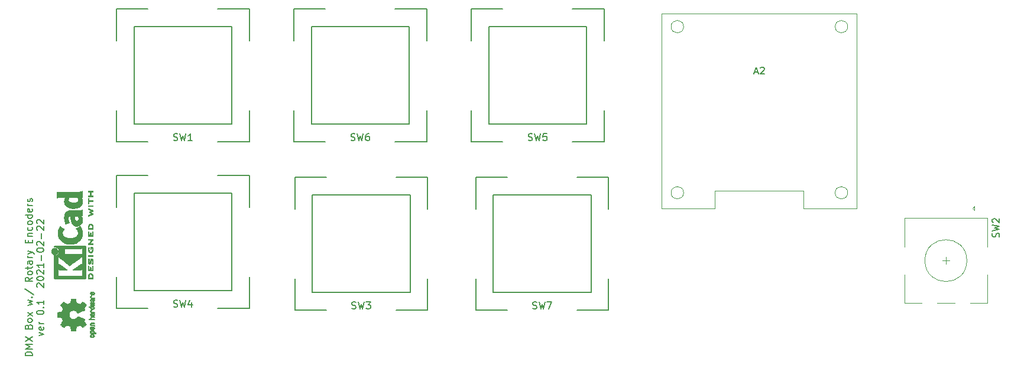
<source format=gbr>
%TF.GenerationSoftware,KiCad,Pcbnew,(5.1.9-0-10_14)*%
%TF.CreationDate,2021-02-22T19:48:58+01:00*%
%TF.ProjectId,DMXBox PCB,444d5842-6f78-4205-9043-422e6b696361,0.1*%
%TF.SameCoordinates,Original*%
%TF.FileFunction,Legend,Top*%
%TF.FilePolarity,Positive*%
%FSLAX46Y46*%
G04 Gerber Fmt 4.6, Leading zero omitted, Abs format (unit mm)*
G04 Created by KiCad (PCBNEW (5.1.9-0-10_14)) date 2021-02-22 19:48:58*
%MOMM*%
%LPD*%
G01*
G04 APERTURE LIST*
%ADD10C,0.150000*%
%ADD11C,0.010000*%
%ADD12C,0.120000*%
G04 APERTURE END LIST*
D10*
X72398380Y-125284095D02*
X71398380Y-125284095D01*
X71398380Y-125046000D01*
X71446000Y-124903142D01*
X71541238Y-124807904D01*
X71636476Y-124760285D01*
X71826952Y-124712666D01*
X71969809Y-124712666D01*
X72160285Y-124760285D01*
X72255523Y-124807904D01*
X72350761Y-124903142D01*
X72398380Y-125046000D01*
X72398380Y-125284095D01*
X72398380Y-124284095D02*
X71398380Y-124284095D01*
X72112666Y-123950761D01*
X71398380Y-123617428D01*
X72398380Y-123617428D01*
X71398380Y-123236476D02*
X72398380Y-122569809D01*
X71398380Y-122569809D02*
X72398380Y-123236476D01*
X71874571Y-121093619D02*
X71922190Y-120950761D01*
X71969809Y-120903142D01*
X72065047Y-120855523D01*
X72207904Y-120855523D01*
X72303142Y-120903142D01*
X72350761Y-120950761D01*
X72398380Y-121046000D01*
X72398380Y-121426952D01*
X71398380Y-121426952D01*
X71398380Y-121093619D01*
X71446000Y-120998380D01*
X71493619Y-120950761D01*
X71588857Y-120903142D01*
X71684095Y-120903142D01*
X71779333Y-120950761D01*
X71826952Y-120998380D01*
X71874571Y-121093619D01*
X71874571Y-121426952D01*
X72398380Y-120284095D02*
X72350761Y-120379333D01*
X72303142Y-120426952D01*
X72207904Y-120474571D01*
X71922190Y-120474571D01*
X71826952Y-120426952D01*
X71779333Y-120379333D01*
X71731714Y-120284095D01*
X71731714Y-120141238D01*
X71779333Y-120046000D01*
X71826952Y-119998380D01*
X71922190Y-119950761D01*
X72207904Y-119950761D01*
X72303142Y-119998380D01*
X72350761Y-120046000D01*
X72398380Y-120141238D01*
X72398380Y-120284095D01*
X72398380Y-119617428D02*
X71731714Y-119093619D01*
X71731714Y-119617428D02*
X72398380Y-119093619D01*
X71731714Y-118046000D02*
X72398380Y-117855523D01*
X71922190Y-117665047D01*
X72398380Y-117474571D01*
X71731714Y-117284095D01*
X72303142Y-116903142D02*
X72350761Y-116855523D01*
X72398380Y-116903142D01*
X72350761Y-116950761D01*
X72303142Y-116903142D01*
X72398380Y-116903142D01*
X71350761Y-115712666D02*
X72636476Y-116569809D01*
X72398380Y-114046000D02*
X71922190Y-114379333D01*
X72398380Y-114617428D02*
X71398380Y-114617428D01*
X71398380Y-114236476D01*
X71446000Y-114141238D01*
X71493619Y-114093619D01*
X71588857Y-114046000D01*
X71731714Y-114046000D01*
X71826952Y-114093619D01*
X71874571Y-114141238D01*
X71922190Y-114236476D01*
X71922190Y-114617428D01*
X72398380Y-113474571D02*
X72350761Y-113569809D01*
X72303142Y-113617428D01*
X72207904Y-113665047D01*
X71922190Y-113665047D01*
X71826952Y-113617428D01*
X71779333Y-113569809D01*
X71731714Y-113474571D01*
X71731714Y-113331714D01*
X71779333Y-113236476D01*
X71826952Y-113188857D01*
X71922190Y-113141238D01*
X72207904Y-113141238D01*
X72303142Y-113188857D01*
X72350761Y-113236476D01*
X72398380Y-113331714D01*
X72398380Y-113474571D01*
X71731714Y-112855523D02*
X71731714Y-112474571D01*
X71398380Y-112712666D02*
X72255523Y-112712666D01*
X72350761Y-112665047D01*
X72398380Y-112569809D01*
X72398380Y-112474571D01*
X72398380Y-111712666D02*
X71874571Y-111712666D01*
X71779333Y-111760285D01*
X71731714Y-111855523D01*
X71731714Y-112046000D01*
X71779333Y-112141238D01*
X72350761Y-111712666D02*
X72398380Y-111807904D01*
X72398380Y-112046000D01*
X72350761Y-112141238D01*
X72255523Y-112188857D01*
X72160285Y-112188857D01*
X72065047Y-112141238D01*
X72017428Y-112046000D01*
X72017428Y-111807904D01*
X71969809Y-111712666D01*
X72398380Y-111236476D02*
X71731714Y-111236476D01*
X71922190Y-111236476D02*
X71826952Y-111188857D01*
X71779333Y-111141238D01*
X71731714Y-111046000D01*
X71731714Y-110950761D01*
X71731714Y-110712666D02*
X72398380Y-110474571D01*
X71731714Y-110236476D02*
X72398380Y-110474571D01*
X72636476Y-110569809D01*
X72684095Y-110617428D01*
X72731714Y-110712666D01*
X71874571Y-109093619D02*
X71874571Y-108760285D01*
X72398380Y-108617428D02*
X72398380Y-109093619D01*
X71398380Y-109093619D01*
X71398380Y-108617428D01*
X71731714Y-108188857D02*
X72398380Y-108188857D01*
X71826952Y-108188857D02*
X71779333Y-108141238D01*
X71731714Y-108046000D01*
X71731714Y-107903142D01*
X71779333Y-107807904D01*
X71874571Y-107760285D01*
X72398380Y-107760285D01*
X72350761Y-106855523D02*
X72398380Y-106950761D01*
X72398380Y-107141238D01*
X72350761Y-107236476D01*
X72303142Y-107284095D01*
X72207904Y-107331714D01*
X71922190Y-107331714D01*
X71826952Y-107284095D01*
X71779333Y-107236476D01*
X71731714Y-107141238D01*
X71731714Y-106950761D01*
X71779333Y-106855523D01*
X72398380Y-106284095D02*
X72350761Y-106379333D01*
X72303142Y-106426952D01*
X72207904Y-106474571D01*
X71922190Y-106474571D01*
X71826952Y-106426952D01*
X71779333Y-106379333D01*
X71731714Y-106284095D01*
X71731714Y-106141238D01*
X71779333Y-106046000D01*
X71826952Y-105998380D01*
X71922190Y-105950761D01*
X72207904Y-105950761D01*
X72303142Y-105998380D01*
X72350761Y-106046000D01*
X72398380Y-106141238D01*
X72398380Y-106284095D01*
X72398380Y-105093619D02*
X71398380Y-105093619D01*
X72350761Y-105093619D02*
X72398380Y-105188857D01*
X72398380Y-105379333D01*
X72350761Y-105474571D01*
X72303142Y-105522190D01*
X72207904Y-105569809D01*
X71922190Y-105569809D01*
X71826952Y-105522190D01*
X71779333Y-105474571D01*
X71731714Y-105379333D01*
X71731714Y-105188857D01*
X71779333Y-105093619D01*
X72350761Y-104236476D02*
X72398380Y-104331714D01*
X72398380Y-104522190D01*
X72350761Y-104617428D01*
X72255523Y-104665047D01*
X71874571Y-104665047D01*
X71779333Y-104617428D01*
X71731714Y-104522190D01*
X71731714Y-104331714D01*
X71779333Y-104236476D01*
X71874571Y-104188857D01*
X71969809Y-104188857D01*
X72065047Y-104665047D01*
X72398380Y-103760285D02*
X71731714Y-103760285D01*
X71922190Y-103760285D02*
X71826952Y-103712666D01*
X71779333Y-103665047D01*
X71731714Y-103569809D01*
X71731714Y-103474571D01*
X72350761Y-103188857D02*
X72398380Y-103093619D01*
X72398380Y-102903142D01*
X72350761Y-102807904D01*
X72255523Y-102760285D01*
X72207904Y-102760285D01*
X72112666Y-102807904D01*
X72065047Y-102903142D01*
X72065047Y-103046000D01*
X72017428Y-103141238D01*
X71922190Y-103188857D01*
X71874571Y-103188857D01*
X71779333Y-103141238D01*
X71731714Y-103046000D01*
X71731714Y-102903142D01*
X71779333Y-102807904D01*
X73381714Y-122403142D02*
X74048380Y-122165047D01*
X73381714Y-121926952D01*
X74000761Y-121165047D02*
X74048380Y-121260285D01*
X74048380Y-121450761D01*
X74000761Y-121546000D01*
X73905523Y-121593619D01*
X73524571Y-121593619D01*
X73429333Y-121546000D01*
X73381714Y-121450761D01*
X73381714Y-121260285D01*
X73429333Y-121165047D01*
X73524571Y-121117428D01*
X73619809Y-121117428D01*
X73715047Y-121593619D01*
X74048380Y-120688857D02*
X73381714Y-120688857D01*
X73572190Y-120688857D02*
X73476952Y-120641238D01*
X73429333Y-120593619D01*
X73381714Y-120498380D01*
X73381714Y-120403142D01*
X73048380Y-119117428D02*
X73048380Y-119022190D01*
X73096000Y-118926952D01*
X73143619Y-118879333D01*
X73238857Y-118831714D01*
X73429333Y-118784095D01*
X73667428Y-118784095D01*
X73857904Y-118831714D01*
X73953142Y-118879333D01*
X74000761Y-118926952D01*
X74048380Y-119022190D01*
X74048380Y-119117428D01*
X74000761Y-119212666D01*
X73953142Y-119260285D01*
X73857904Y-119307904D01*
X73667428Y-119355523D01*
X73429333Y-119355523D01*
X73238857Y-119307904D01*
X73143619Y-119260285D01*
X73096000Y-119212666D01*
X73048380Y-119117428D01*
X73953142Y-118355523D02*
X74000761Y-118307904D01*
X74048380Y-118355523D01*
X74000761Y-118403142D01*
X73953142Y-118355523D01*
X74048380Y-118355523D01*
X74048380Y-117355523D02*
X74048380Y-117926952D01*
X74048380Y-117641238D02*
X73048380Y-117641238D01*
X73191238Y-117736476D01*
X73286476Y-117831714D01*
X73334095Y-117926952D01*
X73143619Y-115450761D02*
X73096000Y-115403142D01*
X73048380Y-115307904D01*
X73048380Y-115069809D01*
X73096000Y-114974571D01*
X73143619Y-114926952D01*
X73238857Y-114879333D01*
X73334095Y-114879333D01*
X73476952Y-114926952D01*
X74048380Y-115498380D01*
X74048380Y-114879333D01*
X73048380Y-114260285D02*
X73048380Y-114165047D01*
X73096000Y-114069809D01*
X73143619Y-114022190D01*
X73238857Y-113974571D01*
X73429333Y-113926952D01*
X73667428Y-113926952D01*
X73857904Y-113974571D01*
X73953142Y-114022190D01*
X74000761Y-114069809D01*
X74048380Y-114165047D01*
X74048380Y-114260285D01*
X74000761Y-114355523D01*
X73953142Y-114403142D01*
X73857904Y-114450761D01*
X73667428Y-114498380D01*
X73429333Y-114498380D01*
X73238857Y-114450761D01*
X73143619Y-114403142D01*
X73096000Y-114355523D01*
X73048380Y-114260285D01*
X73143619Y-113546000D02*
X73096000Y-113498380D01*
X73048380Y-113403142D01*
X73048380Y-113165047D01*
X73096000Y-113069809D01*
X73143619Y-113022190D01*
X73238857Y-112974571D01*
X73334095Y-112974571D01*
X73476952Y-113022190D01*
X74048380Y-113593619D01*
X74048380Y-112974571D01*
X74048380Y-112022190D02*
X74048380Y-112593619D01*
X74048380Y-112307904D02*
X73048380Y-112307904D01*
X73191238Y-112403142D01*
X73286476Y-112498380D01*
X73334095Y-112593619D01*
X73667428Y-111593619D02*
X73667428Y-110831714D01*
X73048380Y-110165047D02*
X73048380Y-110069809D01*
X73096000Y-109974571D01*
X73143619Y-109926952D01*
X73238857Y-109879333D01*
X73429333Y-109831714D01*
X73667428Y-109831714D01*
X73857904Y-109879333D01*
X73953142Y-109926952D01*
X74000761Y-109974571D01*
X74048380Y-110069809D01*
X74048380Y-110165047D01*
X74000761Y-110260285D01*
X73953142Y-110307904D01*
X73857904Y-110355523D01*
X73667428Y-110403142D01*
X73429333Y-110403142D01*
X73238857Y-110355523D01*
X73143619Y-110307904D01*
X73096000Y-110260285D01*
X73048380Y-110165047D01*
X73143619Y-109450761D02*
X73096000Y-109403142D01*
X73048380Y-109307904D01*
X73048380Y-109069809D01*
X73096000Y-108974571D01*
X73143619Y-108926952D01*
X73238857Y-108879333D01*
X73334095Y-108879333D01*
X73476952Y-108926952D01*
X74048380Y-109498380D01*
X74048380Y-108879333D01*
X73667428Y-108450761D02*
X73667428Y-107688857D01*
X73143619Y-107260285D02*
X73096000Y-107212666D01*
X73048380Y-107117428D01*
X73048380Y-106879333D01*
X73096000Y-106784095D01*
X73143619Y-106736476D01*
X73238857Y-106688857D01*
X73334095Y-106688857D01*
X73476952Y-106736476D01*
X74048380Y-107307904D01*
X74048380Y-106688857D01*
X73143619Y-106307904D02*
X73096000Y-106260285D01*
X73048380Y-106165047D01*
X73048380Y-105926952D01*
X73096000Y-105831714D01*
X73143619Y-105784095D01*
X73238857Y-105736476D01*
X73334095Y-105736476D01*
X73476952Y-105784095D01*
X74048380Y-106355523D01*
X74048380Y-105736476D01*
D11*
%TO.C,REF\u002A\u002A*%
G36*
X75594054Y-110896400D02*
G01*
X75707993Y-110885535D01*
X75815616Y-110853918D01*
X75914615Y-110803015D01*
X76002684Y-110734293D01*
X76077516Y-110649219D01*
X76135384Y-110552232D01*
X76175005Y-110445964D01*
X76193573Y-110338950D01*
X76192434Y-110233300D01*
X76172930Y-110131125D01*
X76136406Y-110034534D01*
X76084205Y-109945638D01*
X76017673Y-109866546D01*
X75938152Y-109799369D01*
X75846987Y-109746217D01*
X75745523Y-109709199D01*
X75635102Y-109690427D01*
X75585206Y-109688489D01*
X75497267Y-109688489D01*
X75497267Y-109636560D01*
X75500111Y-109600253D01*
X75511911Y-109573355D01*
X75535649Y-109546249D01*
X75574031Y-109507867D01*
X77765602Y-109507867D01*
X78027739Y-109507876D01*
X78268241Y-109507908D01*
X78488048Y-109507972D01*
X78688101Y-109508076D01*
X78869344Y-109508227D01*
X79032716Y-109508434D01*
X79179160Y-109508706D01*
X79309617Y-109509050D01*
X79425029Y-109509474D01*
X79526338Y-109509987D01*
X79614484Y-109510597D01*
X79690410Y-109511312D01*
X79755057Y-109512140D01*
X79809367Y-109513089D01*
X79854280Y-109514167D01*
X79890740Y-109515383D01*
X79919687Y-109516745D01*
X79942063Y-109518261D01*
X79958809Y-109519938D01*
X79970868Y-109521786D01*
X79979180Y-109523813D01*
X79984687Y-109526025D01*
X79986537Y-109527108D01*
X79993549Y-109531271D01*
X79999996Y-109534805D01*
X80005900Y-109538635D01*
X80011286Y-109543682D01*
X80016178Y-109550871D01*
X80020598Y-109561123D01*
X80024572Y-109575364D01*
X80028121Y-109594514D01*
X80031270Y-109619499D01*
X80034042Y-109651240D01*
X80036461Y-109690662D01*
X80038551Y-109738686D01*
X80040335Y-109796237D01*
X80041837Y-109864237D01*
X80043080Y-109943610D01*
X80044089Y-110035279D01*
X80044885Y-110140166D01*
X80045494Y-110259196D01*
X80045939Y-110393290D01*
X80046243Y-110543373D01*
X80046430Y-110710367D01*
X80046524Y-110895196D01*
X80046548Y-111098783D01*
X80046525Y-111322050D01*
X80046480Y-111565922D01*
X80046437Y-111831321D01*
X80046432Y-111869704D01*
X80046389Y-112136682D01*
X80046318Y-112382002D01*
X80046213Y-112606583D01*
X80046066Y-112811345D01*
X80045869Y-112997206D01*
X80045616Y-113165088D01*
X80045300Y-113315908D01*
X80044913Y-113450587D01*
X80044447Y-113570044D01*
X80043897Y-113675199D01*
X80043253Y-113766971D01*
X80042511Y-113846279D01*
X80041661Y-113914043D01*
X80040697Y-113971182D01*
X80039611Y-114018617D01*
X80038397Y-114057266D01*
X80037047Y-114088049D01*
X80035555Y-114111885D01*
X80033911Y-114129694D01*
X80032111Y-114142395D01*
X80030145Y-114150908D01*
X80028477Y-114155266D01*
X80024906Y-114163728D01*
X80022270Y-114171497D01*
X80019634Y-114178602D01*
X80016062Y-114185073D01*
X80010621Y-114190939D01*
X80002375Y-114196229D01*
X79990390Y-114200974D01*
X79973731Y-114205202D01*
X79951463Y-114208943D01*
X79922652Y-114212227D01*
X79886363Y-114215083D01*
X79841661Y-114217540D01*
X79787611Y-114219629D01*
X79723279Y-114221378D01*
X79647730Y-114222817D01*
X79560030Y-114223976D01*
X79459243Y-114224883D01*
X79344434Y-114225569D01*
X79214670Y-114226063D01*
X79069015Y-114226395D01*
X78906535Y-114226593D01*
X78726295Y-114226687D01*
X78527360Y-114226708D01*
X78308796Y-114226685D01*
X78069668Y-114226646D01*
X77809040Y-114226622D01*
X77766889Y-114226622D01*
X77503992Y-114226636D01*
X77262732Y-114226661D01*
X77042165Y-114226671D01*
X76841352Y-114226642D01*
X76659349Y-114226548D01*
X76495216Y-114226362D01*
X76348011Y-114226059D01*
X76216792Y-114225614D01*
X76106867Y-114225034D01*
X76106867Y-113922197D01*
X76164711Y-113882407D01*
X76180479Y-113871236D01*
X76194441Y-113861166D01*
X76207784Y-113852138D01*
X76221693Y-113844097D01*
X76237356Y-113836986D01*
X76255958Y-113830747D01*
X76278686Y-113825325D01*
X76306727Y-113820662D01*
X76341267Y-113816701D01*
X76383492Y-113813385D01*
X76434589Y-113810659D01*
X76495744Y-113808464D01*
X76568144Y-113806745D01*
X76652975Y-113805444D01*
X76751422Y-113804505D01*
X76864674Y-113803870D01*
X76993916Y-113803484D01*
X77140334Y-113803288D01*
X77305116Y-113803227D01*
X77489447Y-113803243D01*
X77694513Y-113803280D01*
X77817133Y-113803289D01*
X78034082Y-113803265D01*
X78229642Y-113803231D01*
X78404999Y-113803243D01*
X78561341Y-113803358D01*
X78699857Y-113803630D01*
X78821734Y-113804118D01*
X78928160Y-113804876D01*
X79020322Y-113805962D01*
X79099409Y-113807431D01*
X79166608Y-113809340D01*
X79223107Y-113811744D01*
X79270093Y-113814701D01*
X79308755Y-113818266D01*
X79340280Y-113822495D01*
X79365855Y-113827446D01*
X79386670Y-113833173D01*
X79403911Y-113839733D01*
X79418765Y-113847183D01*
X79432422Y-113855579D01*
X79446069Y-113864976D01*
X79460893Y-113875432D01*
X79469783Y-113881523D01*
X79527400Y-113920296D01*
X79527400Y-113388732D01*
X79527365Y-113265483D01*
X79527215Y-113162987D01*
X79526878Y-113079420D01*
X79526286Y-113012956D01*
X79525367Y-112961771D01*
X79524051Y-112924041D01*
X79522269Y-112897940D01*
X79519951Y-112881644D01*
X79517026Y-112873328D01*
X79513424Y-112871168D01*
X79509075Y-112873339D01*
X79507645Y-112874535D01*
X79470573Y-112899685D01*
X79417772Y-112925583D01*
X79355770Y-112949192D01*
X79329357Y-112957461D01*
X79311416Y-112962078D01*
X79290355Y-112965979D01*
X79264089Y-112969248D01*
X79230532Y-112971966D01*
X79187599Y-112974215D01*
X79133204Y-112976077D01*
X79065262Y-112977636D01*
X78981688Y-112978972D01*
X78880395Y-112980169D01*
X78759300Y-112981308D01*
X78714600Y-112981685D01*
X78589449Y-112982702D01*
X78485082Y-112983460D01*
X78399707Y-112983903D01*
X78331533Y-112983970D01*
X78278765Y-112983605D01*
X78239614Y-112982748D01*
X78212285Y-112981341D01*
X78194986Y-112979325D01*
X78185926Y-112976643D01*
X78183312Y-112973236D01*
X78185351Y-112969044D01*
X78189667Y-112964571D01*
X78202602Y-112954216D01*
X78231676Y-112932158D01*
X78274759Y-112899957D01*
X78329718Y-112859174D01*
X78394423Y-112811370D01*
X78466742Y-112758105D01*
X78544544Y-112700940D01*
X78625698Y-112641437D01*
X78708072Y-112581155D01*
X78789536Y-112521655D01*
X78867957Y-112464498D01*
X78941204Y-112411245D01*
X79007147Y-112363457D01*
X79063654Y-112322693D01*
X79108593Y-112290516D01*
X79139834Y-112268485D01*
X79146466Y-112263917D01*
X79183369Y-112240996D01*
X79231359Y-112214188D01*
X79280897Y-112188789D01*
X79287577Y-112185568D01*
X79335772Y-112163890D01*
X79373334Y-112151304D01*
X79409160Y-112145574D01*
X79451200Y-112144456D01*
X79527400Y-112145090D01*
X79527400Y-110990651D01*
X79433669Y-111081815D01*
X79383775Y-111128612D01*
X79327295Y-111178899D01*
X79273026Y-111224944D01*
X79247673Y-111245369D01*
X79208128Y-111275807D01*
X79154916Y-111315862D01*
X79089667Y-111364361D01*
X79014011Y-111420135D01*
X78929577Y-111482011D01*
X78837994Y-111548819D01*
X78740892Y-111619387D01*
X78639901Y-111692545D01*
X78536650Y-111767121D01*
X78432768Y-111841944D01*
X78329885Y-111915843D01*
X78229631Y-111987646D01*
X78133636Y-112056184D01*
X78043527Y-112120284D01*
X77960936Y-112178775D01*
X77887492Y-112230486D01*
X77824824Y-112274247D01*
X77774561Y-112308885D01*
X77738334Y-112333230D01*
X77717771Y-112346111D01*
X77713668Y-112347869D01*
X77702342Y-112339910D01*
X77675162Y-112319115D01*
X77633829Y-112286847D01*
X77580044Y-112244470D01*
X77515506Y-112193347D01*
X77441918Y-112134841D01*
X77360978Y-112070314D01*
X77274388Y-112001131D01*
X77183848Y-111928653D01*
X77091060Y-111854246D01*
X77016702Y-111794517D01*
X77016702Y-110783511D01*
X77029659Y-110777602D01*
X77051908Y-110763272D01*
X77053391Y-110762225D01*
X77083544Y-110743438D01*
X77120375Y-110723791D01*
X77128511Y-110719892D01*
X77136940Y-110716356D01*
X77147059Y-110713230D01*
X77160260Y-110710486D01*
X77177938Y-110708092D01*
X77201484Y-110706019D01*
X77232293Y-110704235D01*
X77271757Y-110702712D01*
X77321269Y-110701419D01*
X77382223Y-110700326D01*
X77456011Y-110699403D01*
X77544028Y-110698619D01*
X77647665Y-110697945D01*
X77768316Y-110697350D01*
X77907374Y-110696805D01*
X78066232Y-110696279D01*
X78245089Y-110695745D01*
X78430207Y-110695206D01*
X78594145Y-110694772D01*
X78738303Y-110694509D01*
X78864079Y-110694484D01*
X78972871Y-110694765D01*
X79066077Y-110695419D01*
X79145097Y-110696514D01*
X79211328Y-110698118D01*
X79266170Y-110700297D01*
X79311021Y-110703119D01*
X79347278Y-110706651D01*
X79376341Y-110710961D01*
X79399609Y-110716117D01*
X79418479Y-110722185D01*
X79434351Y-110729233D01*
X79448622Y-110737329D01*
X79462691Y-110746540D01*
X79475158Y-110755040D01*
X79501452Y-110772176D01*
X79519037Y-110782322D01*
X79522257Y-110783511D01*
X79523334Y-110772604D01*
X79524335Y-110741411D01*
X79525235Y-110692223D01*
X79526010Y-110627333D01*
X79526637Y-110549030D01*
X79527091Y-110459607D01*
X79527349Y-110361356D01*
X79527400Y-110292445D01*
X79527180Y-110187452D01*
X79526548Y-110090610D01*
X79525549Y-110004107D01*
X79524227Y-109930132D01*
X79522626Y-109870874D01*
X79520791Y-109828520D01*
X79518765Y-109805260D01*
X79517493Y-109801378D01*
X79502591Y-109809076D01*
X79494560Y-109817074D01*
X79477434Y-109830246D01*
X79447183Y-109847485D01*
X79422622Y-109859407D01*
X79363711Y-109886045D01*
X78186845Y-109889120D01*
X77009978Y-109892195D01*
X77009978Y-110337853D01*
X77010142Y-110435670D01*
X77010611Y-110526064D01*
X77011347Y-110606630D01*
X77012316Y-110674962D01*
X77013480Y-110728656D01*
X77014803Y-110765305D01*
X77016249Y-110782504D01*
X77016702Y-110783511D01*
X77016702Y-111794517D01*
X76997722Y-111779270D01*
X76905537Y-111705090D01*
X76816204Y-111633069D01*
X76731424Y-111564569D01*
X76652898Y-111500955D01*
X76582326Y-111443588D01*
X76521409Y-111393833D01*
X76471847Y-111353052D01*
X76451178Y-111335888D01*
X76350516Y-111249596D01*
X76267259Y-111172997D01*
X76199438Y-111104183D01*
X76145089Y-111041248D01*
X76137722Y-111031867D01*
X76107117Y-110992356D01*
X76106867Y-112124116D01*
X76154844Y-112118827D01*
X76212188Y-112122130D01*
X76280463Y-112143661D01*
X76360212Y-112183635D01*
X76432495Y-112228943D01*
X76455140Y-112245161D01*
X76492696Y-112273214D01*
X76543021Y-112311430D01*
X76603973Y-112358137D01*
X76673411Y-112411661D01*
X76749194Y-112470331D01*
X76829180Y-112532475D01*
X76911228Y-112596421D01*
X76993196Y-112660495D01*
X77072943Y-112723027D01*
X77148327Y-112782343D01*
X77217207Y-112836771D01*
X77277442Y-112884639D01*
X77326889Y-112924275D01*
X77363408Y-112954006D01*
X77384858Y-112972161D01*
X77388156Y-112975220D01*
X77380149Y-112978079D01*
X77349855Y-112980293D01*
X77297556Y-112981857D01*
X77223531Y-112982767D01*
X77128063Y-112983020D01*
X77011434Y-112982613D01*
X76891445Y-112981704D01*
X76759333Y-112980382D01*
X76647594Y-112978857D01*
X76554025Y-112976881D01*
X76476419Y-112974206D01*
X76412574Y-112970582D01*
X76360283Y-112965761D01*
X76317344Y-112959494D01*
X76281551Y-112951532D01*
X76250700Y-112941627D01*
X76222586Y-112929531D01*
X76195005Y-112914993D01*
X76169966Y-112900311D01*
X76106867Y-112862314D01*
X76106867Y-113922197D01*
X76106867Y-114225034D01*
X76100617Y-114225001D01*
X75998544Y-114224195D01*
X75909633Y-114223170D01*
X75832941Y-114221900D01*
X75767527Y-114220360D01*
X75712449Y-114218524D01*
X75666765Y-114216367D01*
X75629534Y-114213863D01*
X75599813Y-114210987D01*
X75576662Y-114207713D01*
X75559139Y-114204015D01*
X75546301Y-114199869D01*
X75537208Y-114195247D01*
X75530918Y-114190126D01*
X75526488Y-114184478D01*
X75522978Y-114178279D01*
X75519445Y-114171504D01*
X75515876Y-114165508D01*
X75513300Y-114160275D01*
X75510972Y-114152099D01*
X75508878Y-114139886D01*
X75507007Y-114122541D01*
X75505347Y-114098969D01*
X75503884Y-114068077D01*
X75502608Y-114028768D01*
X75501504Y-113979950D01*
X75500561Y-113920527D01*
X75499767Y-113849404D01*
X75499109Y-113765488D01*
X75498575Y-113667683D01*
X75498153Y-113554894D01*
X75497829Y-113426029D01*
X75497592Y-113279991D01*
X75497430Y-113115686D01*
X75497330Y-112932020D01*
X75497280Y-112727897D01*
X75497267Y-112516753D01*
X75497267Y-110896400D01*
X75594054Y-110896400D01*
G37*
X75594054Y-110896400D02*
X75707993Y-110885535D01*
X75815616Y-110853918D01*
X75914615Y-110803015D01*
X76002684Y-110734293D01*
X76077516Y-110649219D01*
X76135384Y-110552232D01*
X76175005Y-110445964D01*
X76193573Y-110338950D01*
X76192434Y-110233300D01*
X76172930Y-110131125D01*
X76136406Y-110034534D01*
X76084205Y-109945638D01*
X76017673Y-109866546D01*
X75938152Y-109799369D01*
X75846987Y-109746217D01*
X75745523Y-109709199D01*
X75635102Y-109690427D01*
X75585206Y-109688489D01*
X75497267Y-109688489D01*
X75497267Y-109636560D01*
X75500111Y-109600253D01*
X75511911Y-109573355D01*
X75535649Y-109546249D01*
X75574031Y-109507867D01*
X77765602Y-109507867D01*
X78027739Y-109507876D01*
X78268241Y-109507908D01*
X78488048Y-109507972D01*
X78688101Y-109508076D01*
X78869344Y-109508227D01*
X79032716Y-109508434D01*
X79179160Y-109508706D01*
X79309617Y-109509050D01*
X79425029Y-109509474D01*
X79526338Y-109509987D01*
X79614484Y-109510597D01*
X79690410Y-109511312D01*
X79755057Y-109512140D01*
X79809367Y-109513089D01*
X79854280Y-109514167D01*
X79890740Y-109515383D01*
X79919687Y-109516745D01*
X79942063Y-109518261D01*
X79958809Y-109519938D01*
X79970868Y-109521786D01*
X79979180Y-109523813D01*
X79984687Y-109526025D01*
X79986537Y-109527108D01*
X79993549Y-109531271D01*
X79999996Y-109534805D01*
X80005900Y-109538635D01*
X80011286Y-109543682D01*
X80016178Y-109550871D01*
X80020598Y-109561123D01*
X80024572Y-109575364D01*
X80028121Y-109594514D01*
X80031270Y-109619499D01*
X80034042Y-109651240D01*
X80036461Y-109690662D01*
X80038551Y-109738686D01*
X80040335Y-109796237D01*
X80041837Y-109864237D01*
X80043080Y-109943610D01*
X80044089Y-110035279D01*
X80044885Y-110140166D01*
X80045494Y-110259196D01*
X80045939Y-110393290D01*
X80046243Y-110543373D01*
X80046430Y-110710367D01*
X80046524Y-110895196D01*
X80046548Y-111098783D01*
X80046525Y-111322050D01*
X80046480Y-111565922D01*
X80046437Y-111831321D01*
X80046432Y-111869704D01*
X80046389Y-112136682D01*
X80046318Y-112382002D01*
X80046213Y-112606583D01*
X80046066Y-112811345D01*
X80045869Y-112997206D01*
X80045616Y-113165088D01*
X80045300Y-113315908D01*
X80044913Y-113450587D01*
X80044447Y-113570044D01*
X80043897Y-113675199D01*
X80043253Y-113766971D01*
X80042511Y-113846279D01*
X80041661Y-113914043D01*
X80040697Y-113971182D01*
X80039611Y-114018617D01*
X80038397Y-114057266D01*
X80037047Y-114088049D01*
X80035555Y-114111885D01*
X80033911Y-114129694D01*
X80032111Y-114142395D01*
X80030145Y-114150908D01*
X80028477Y-114155266D01*
X80024906Y-114163728D01*
X80022270Y-114171497D01*
X80019634Y-114178602D01*
X80016062Y-114185073D01*
X80010621Y-114190939D01*
X80002375Y-114196229D01*
X79990390Y-114200974D01*
X79973731Y-114205202D01*
X79951463Y-114208943D01*
X79922652Y-114212227D01*
X79886363Y-114215083D01*
X79841661Y-114217540D01*
X79787611Y-114219629D01*
X79723279Y-114221378D01*
X79647730Y-114222817D01*
X79560030Y-114223976D01*
X79459243Y-114224883D01*
X79344434Y-114225569D01*
X79214670Y-114226063D01*
X79069015Y-114226395D01*
X78906535Y-114226593D01*
X78726295Y-114226687D01*
X78527360Y-114226708D01*
X78308796Y-114226685D01*
X78069668Y-114226646D01*
X77809040Y-114226622D01*
X77766889Y-114226622D01*
X77503992Y-114226636D01*
X77262732Y-114226661D01*
X77042165Y-114226671D01*
X76841352Y-114226642D01*
X76659349Y-114226548D01*
X76495216Y-114226362D01*
X76348011Y-114226059D01*
X76216792Y-114225614D01*
X76106867Y-114225034D01*
X76106867Y-113922197D01*
X76164711Y-113882407D01*
X76180479Y-113871236D01*
X76194441Y-113861166D01*
X76207784Y-113852138D01*
X76221693Y-113844097D01*
X76237356Y-113836986D01*
X76255958Y-113830747D01*
X76278686Y-113825325D01*
X76306727Y-113820662D01*
X76341267Y-113816701D01*
X76383492Y-113813385D01*
X76434589Y-113810659D01*
X76495744Y-113808464D01*
X76568144Y-113806745D01*
X76652975Y-113805444D01*
X76751422Y-113804505D01*
X76864674Y-113803870D01*
X76993916Y-113803484D01*
X77140334Y-113803288D01*
X77305116Y-113803227D01*
X77489447Y-113803243D01*
X77694513Y-113803280D01*
X77817133Y-113803289D01*
X78034082Y-113803265D01*
X78229642Y-113803231D01*
X78404999Y-113803243D01*
X78561341Y-113803358D01*
X78699857Y-113803630D01*
X78821734Y-113804118D01*
X78928160Y-113804876D01*
X79020322Y-113805962D01*
X79099409Y-113807431D01*
X79166608Y-113809340D01*
X79223107Y-113811744D01*
X79270093Y-113814701D01*
X79308755Y-113818266D01*
X79340280Y-113822495D01*
X79365855Y-113827446D01*
X79386670Y-113833173D01*
X79403911Y-113839733D01*
X79418765Y-113847183D01*
X79432422Y-113855579D01*
X79446069Y-113864976D01*
X79460893Y-113875432D01*
X79469783Y-113881523D01*
X79527400Y-113920296D01*
X79527400Y-113388732D01*
X79527365Y-113265483D01*
X79527215Y-113162987D01*
X79526878Y-113079420D01*
X79526286Y-113012956D01*
X79525367Y-112961771D01*
X79524051Y-112924041D01*
X79522269Y-112897940D01*
X79519951Y-112881644D01*
X79517026Y-112873328D01*
X79513424Y-112871168D01*
X79509075Y-112873339D01*
X79507645Y-112874535D01*
X79470573Y-112899685D01*
X79417772Y-112925583D01*
X79355770Y-112949192D01*
X79329357Y-112957461D01*
X79311416Y-112962078D01*
X79290355Y-112965979D01*
X79264089Y-112969248D01*
X79230532Y-112971966D01*
X79187599Y-112974215D01*
X79133204Y-112976077D01*
X79065262Y-112977636D01*
X78981688Y-112978972D01*
X78880395Y-112980169D01*
X78759300Y-112981308D01*
X78714600Y-112981685D01*
X78589449Y-112982702D01*
X78485082Y-112983460D01*
X78399707Y-112983903D01*
X78331533Y-112983970D01*
X78278765Y-112983605D01*
X78239614Y-112982748D01*
X78212285Y-112981341D01*
X78194986Y-112979325D01*
X78185926Y-112976643D01*
X78183312Y-112973236D01*
X78185351Y-112969044D01*
X78189667Y-112964571D01*
X78202602Y-112954216D01*
X78231676Y-112932158D01*
X78274759Y-112899957D01*
X78329718Y-112859174D01*
X78394423Y-112811370D01*
X78466742Y-112758105D01*
X78544544Y-112700940D01*
X78625698Y-112641437D01*
X78708072Y-112581155D01*
X78789536Y-112521655D01*
X78867957Y-112464498D01*
X78941204Y-112411245D01*
X79007147Y-112363457D01*
X79063654Y-112322693D01*
X79108593Y-112290516D01*
X79139834Y-112268485D01*
X79146466Y-112263917D01*
X79183369Y-112240996D01*
X79231359Y-112214188D01*
X79280897Y-112188789D01*
X79287577Y-112185568D01*
X79335772Y-112163890D01*
X79373334Y-112151304D01*
X79409160Y-112145574D01*
X79451200Y-112144456D01*
X79527400Y-112145090D01*
X79527400Y-110990651D01*
X79433669Y-111081815D01*
X79383775Y-111128612D01*
X79327295Y-111178899D01*
X79273026Y-111224944D01*
X79247673Y-111245369D01*
X79208128Y-111275807D01*
X79154916Y-111315862D01*
X79089667Y-111364361D01*
X79014011Y-111420135D01*
X78929577Y-111482011D01*
X78837994Y-111548819D01*
X78740892Y-111619387D01*
X78639901Y-111692545D01*
X78536650Y-111767121D01*
X78432768Y-111841944D01*
X78329885Y-111915843D01*
X78229631Y-111987646D01*
X78133636Y-112056184D01*
X78043527Y-112120284D01*
X77960936Y-112178775D01*
X77887492Y-112230486D01*
X77824824Y-112274247D01*
X77774561Y-112308885D01*
X77738334Y-112333230D01*
X77717771Y-112346111D01*
X77713668Y-112347869D01*
X77702342Y-112339910D01*
X77675162Y-112319115D01*
X77633829Y-112286847D01*
X77580044Y-112244470D01*
X77515506Y-112193347D01*
X77441918Y-112134841D01*
X77360978Y-112070314D01*
X77274388Y-112001131D01*
X77183848Y-111928653D01*
X77091060Y-111854246D01*
X77016702Y-111794517D01*
X77016702Y-110783511D01*
X77029659Y-110777602D01*
X77051908Y-110763272D01*
X77053391Y-110762225D01*
X77083544Y-110743438D01*
X77120375Y-110723791D01*
X77128511Y-110719892D01*
X77136940Y-110716356D01*
X77147059Y-110713230D01*
X77160260Y-110710486D01*
X77177938Y-110708092D01*
X77201484Y-110706019D01*
X77232293Y-110704235D01*
X77271757Y-110702712D01*
X77321269Y-110701419D01*
X77382223Y-110700326D01*
X77456011Y-110699403D01*
X77544028Y-110698619D01*
X77647665Y-110697945D01*
X77768316Y-110697350D01*
X77907374Y-110696805D01*
X78066232Y-110696279D01*
X78245089Y-110695745D01*
X78430207Y-110695206D01*
X78594145Y-110694772D01*
X78738303Y-110694509D01*
X78864079Y-110694484D01*
X78972871Y-110694765D01*
X79066077Y-110695419D01*
X79145097Y-110696514D01*
X79211328Y-110698118D01*
X79266170Y-110700297D01*
X79311021Y-110703119D01*
X79347278Y-110706651D01*
X79376341Y-110710961D01*
X79399609Y-110716117D01*
X79418479Y-110722185D01*
X79434351Y-110729233D01*
X79448622Y-110737329D01*
X79462691Y-110746540D01*
X79475158Y-110755040D01*
X79501452Y-110772176D01*
X79519037Y-110782322D01*
X79522257Y-110783511D01*
X79523334Y-110772604D01*
X79524335Y-110741411D01*
X79525235Y-110692223D01*
X79526010Y-110627333D01*
X79526637Y-110549030D01*
X79527091Y-110459607D01*
X79527349Y-110361356D01*
X79527400Y-110292445D01*
X79527180Y-110187452D01*
X79526548Y-110090610D01*
X79525549Y-110004107D01*
X79524227Y-109930132D01*
X79522626Y-109870874D01*
X79520791Y-109828520D01*
X79518765Y-109805260D01*
X79517493Y-109801378D01*
X79502591Y-109809076D01*
X79494560Y-109817074D01*
X79477434Y-109830246D01*
X79447183Y-109847485D01*
X79422622Y-109859407D01*
X79363711Y-109886045D01*
X78186845Y-109889120D01*
X77009978Y-109892195D01*
X77009978Y-110337853D01*
X77010142Y-110435670D01*
X77010611Y-110526064D01*
X77011347Y-110606630D01*
X77012316Y-110674962D01*
X77013480Y-110728656D01*
X77014803Y-110765305D01*
X77016249Y-110782504D01*
X77016702Y-110783511D01*
X77016702Y-111794517D01*
X76997722Y-111779270D01*
X76905537Y-111705090D01*
X76816204Y-111633069D01*
X76731424Y-111564569D01*
X76652898Y-111500955D01*
X76582326Y-111443588D01*
X76521409Y-111393833D01*
X76471847Y-111353052D01*
X76451178Y-111335888D01*
X76350516Y-111249596D01*
X76267259Y-111172997D01*
X76199438Y-111104183D01*
X76145089Y-111041248D01*
X76137722Y-111031867D01*
X76107117Y-110992356D01*
X76106867Y-112124116D01*
X76154844Y-112118827D01*
X76212188Y-112122130D01*
X76280463Y-112143661D01*
X76360212Y-112183635D01*
X76432495Y-112228943D01*
X76455140Y-112245161D01*
X76492696Y-112273214D01*
X76543021Y-112311430D01*
X76603973Y-112358137D01*
X76673411Y-112411661D01*
X76749194Y-112470331D01*
X76829180Y-112532475D01*
X76911228Y-112596421D01*
X76993196Y-112660495D01*
X77072943Y-112723027D01*
X77148327Y-112782343D01*
X77217207Y-112836771D01*
X77277442Y-112884639D01*
X77326889Y-112924275D01*
X77363408Y-112954006D01*
X77384858Y-112972161D01*
X77388156Y-112975220D01*
X77380149Y-112978079D01*
X77349855Y-112980293D01*
X77297556Y-112981857D01*
X77223531Y-112982767D01*
X77128063Y-112983020D01*
X77011434Y-112982613D01*
X76891445Y-112981704D01*
X76759333Y-112980382D01*
X76647594Y-112978857D01*
X76554025Y-112976881D01*
X76476419Y-112974206D01*
X76412574Y-112970582D01*
X76360283Y-112965761D01*
X76317344Y-112959494D01*
X76281551Y-112951532D01*
X76250700Y-112941627D01*
X76222586Y-112929531D01*
X76195005Y-112914993D01*
X76169966Y-112900311D01*
X76106867Y-112862314D01*
X76106867Y-113922197D01*
X76106867Y-114225034D01*
X76100617Y-114225001D01*
X75998544Y-114224195D01*
X75909633Y-114223170D01*
X75832941Y-114221900D01*
X75767527Y-114220360D01*
X75712449Y-114218524D01*
X75666765Y-114216367D01*
X75629534Y-114213863D01*
X75599813Y-114210987D01*
X75576662Y-114207713D01*
X75559139Y-114204015D01*
X75546301Y-114199869D01*
X75537208Y-114195247D01*
X75530918Y-114190126D01*
X75526488Y-114184478D01*
X75522978Y-114178279D01*
X75519445Y-114171504D01*
X75515876Y-114165508D01*
X75513300Y-114160275D01*
X75510972Y-114152099D01*
X75508878Y-114139886D01*
X75507007Y-114122541D01*
X75505347Y-114098969D01*
X75503884Y-114068077D01*
X75502608Y-114028768D01*
X75501504Y-113979950D01*
X75500561Y-113920527D01*
X75499767Y-113849404D01*
X75499109Y-113765488D01*
X75498575Y-113667683D01*
X75498153Y-113554894D01*
X75497829Y-113426029D01*
X75497592Y-113279991D01*
X75497430Y-113115686D01*
X75497330Y-112932020D01*
X75497280Y-112727897D01*
X75497267Y-112516753D01*
X75497267Y-110896400D01*
X75594054Y-110896400D01*
G36*
X76054071Y-107621571D02*
G01*
X76075245Y-107461430D01*
X76115385Y-107297490D01*
X76174889Y-107127687D01*
X76254154Y-106949957D01*
X76259699Y-106938690D01*
X76287725Y-106880995D01*
X76311802Y-106829448D01*
X76330249Y-106787809D01*
X76341386Y-106759838D01*
X76343933Y-106750267D01*
X76348941Y-106731050D01*
X76353147Y-106726439D01*
X76363580Y-106731542D01*
X76389868Y-106747582D01*
X76429257Y-106772712D01*
X76478991Y-106805086D01*
X76536315Y-106842857D01*
X76598476Y-106884178D01*
X76662718Y-106927202D01*
X76726285Y-106970083D01*
X76786425Y-107010974D01*
X76840380Y-107048029D01*
X76885397Y-107079400D01*
X76918721Y-107103241D01*
X76937597Y-107117706D01*
X76939787Y-107119691D01*
X76935138Y-107129809D01*
X76917962Y-107152150D01*
X76891440Y-107182720D01*
X76876964Y-107198464D01*
X76801682Y-107294953D01*
X76746241Y-107401664D01*
X76711141Y-107517168D01*
X76696880Y-107640038D01*
X76698051Y-107709439D01*
X76715212Y-107830577D01*
X76751094Y-107939795D01*
X76805959Y-108037418D01*
X76880070Y-108123772D01*
X76973688Y-108199185D01*
X77087076Y-108263982D01*
X77173667Y-108301399D01*
X77309366Y-108345252D01*
X77456850Y-108377572D01*
X77612314Y-108398443D01*
X77771956Y-108407949D01*
X77931973Y-108406173D01*
X78088561Y-108393197D01*
X78237918Y-108369106D01*
X78376240Y-108333982D01*
X78499724Y-108287908D01*
X78533978Y-108271627D01*
X78648064Y-108203380D01*
X78744557Y-108122921D01*
X78822670Y-108031430D01*
X78881617Y-107930089D01*
X78920612Y-107820080D01*
X78938868Y-107702585D01*
X78940211Y-107661117D01*
X78929290Y-107539559D01*
X78896474Y-107419122D01*
X78842439Y-107301334D01*
X78767865Y-107187723D01*
X78689539Y-107096315D01*
X78645008Y-107049785D01*
X78942271Y-106868517D01*
X79016433Y-106823420D01*
X79084646Y-106782181D01*
X79144459Y-106746265D01*
X79193420Y-106717134D01*
X79229079Y-106696250D01*
X79248984Y-106685076D01*
X79252079Y-106683625D01*
X79261718Y-106691854D01*
X79278999Y-106717433D01*
X79302283Y-106757127D01*
X79329934Y-106807703D01*
X79360315Y-106865926D01*
X79391790Y-106928563D01*
X79422722Y-106992379D01*
X79451473Y-107054140D01*
X79476408Y-107110612D01*
X79495889Y-107158562D01*
X79504318Y-107182014D01*
X79542133Y-107315779D01*
X79567136Y-107453673D01*
X79580140Y-107601378D01*
X79582468Y-107728167D01*
X79581373Y-107796122D01*
X79579275Y-107861723D01*
X79576434Y-107919153D01*
X79573106Y-107962597D01*
X79571422Y-107976702D01*
X79542587Y-108115716D01*
X79497468Y-108257243D01*
X79438750Y-108394725D01*
X79369120Y-108521606D01*
X79316441Y-108599111D01*
X79208239Y-108726519D01*
X79081671Y-108844822D01*
X78939866Y-108951828D01*
X78785951Y-109045348D01*
X78623053Y-109123190D01*
X78505756Y-109167044D01*
X78322128Y-109217292D01*
X78127581Y-109250791D01*
X77926325Y-109267551D01*
X77722568Y-109267584D01*
X77520521Y-109250899D01*
X77324392Y-109217507D01*
X77138391Y-109167420D01*
X77126803Y-109163603D01*
X76964750Y-109100719D01*
X76816832Y-109023972D01*
X76678865Y-108930758D01*
X76546661Y-108818473D01*
X76501399Y-108774608D01*
X76377457Y-108638466D01*
X76274915Y-108498509D01*
X76192656Y-108352589D01*
X76129564Y-108198558D01*
X76084523Y-108034268D01*
X76067033Y-107938711D01*
X76051466Y-107779977D01*
X76054071Y-107621571D01*
G37*
X76054071Y-107621571D02*
X76075245Y-107461430D01*
X76115385Y-107297490D01*
X76174889Y-107127687D01*
X76254154Y-106949957D01*
X76259699Y-106938690D01*
X76287725Y-106880995D01*
X76311802Y-106829448D01*
X76330249Y-106787809D01*
X76341386Y-106759838D01*
X76343933Y-106750267D01*
X76348941Y-106731050D01*
X76353147Y-106726439D01*
X76363580Y-106731542D01*
X76389868Y-106747582D01*
X76429257Y-106772712D01*
X76478991Y-106805086D01*
X76536315Y-106842857D01*
X76598476Y-106884178D01*
X76662718Y-106927202D01*
X76726285Y-106970083D01*
X76786425Y-107010974D01*
X76840380Y-107048029D01*
X76885397Y-107079400D01*
X76918721Y-107103241D01*
X76937597Y-107117706D01*
X76939787Y-107119691D01*
X76935138Y-107129809D01*
X76917962Y-107152150D01*
X76891440Y-107182720D01*
X76876964Y-107198464D01*
X76801682Y-107294953D01*
X76746241Y-107401664D01*
X76711141Y-107517168D01*
X76696880Y-107640038D01*
X76698051Y-107709439D01*
X76715212Y-107830577D01*
X76751094Y-107939795D01*
X76805959Y-108037418D01*
X76880070Y-108123772D01*
X76973688Y-108199185D01*
X77087076Y-108263982D01*
X77173667Y-108301399D01*
X77309366Y-108345252D01*
X77456850Y-108377572D01*
X77612314Y-108398443D01*
X77771956Y-108407949D01*
X77931973Y-108406173D01*
X78088561Y-108393197D01*
X78237918Y-108369106D01*
X78376240Y-108333982D01*
X78499724Y-108287908D01*
X78533978Y-108271627D01*
X78648064Y-108203380D01*
X78744557Y-108122921D01*
X78822670Y-108031430D01*
X78881617Y-107930089D01*
X78920612Y-107820080D01*
X78938868Y-107702585D01*
X78940211Y-107661117D01*
X78929290Y-107539559D01*
X78896474Y-107419122D01*
X78842439Y-107301334D01*
X78767865Y-107187723D01*
X78689539Y-107096315D01*
X78645008Y-107049785D01*
X78942271Y-106868517D01*
X79016433Y-106823420D01*
X79084646Y-106782181D01*
X79144459Y-106746265D01*
X79193420Y-106717134D01*
X79229079Y-106696250D01*
X79248984Y-106685076D01*
X79252079Y-106683625D01*
X79261718Y-106691854D01*
X79278999Y-106717433D01*
X79302283Y-106757127D01*
X79329934Y-106807703D01*
X79360315Y-106865926D01*
X79391790Y-106928563D01*
X79422722Y-106992379D01*
X79451473Y-107054140D01*
X79476408Y-107110612D01*
X79495889Y-107158562D01*
X79504318Y-107182014D01*
X79542133Y-107315779D01*
X79567136Y-107453673D01*
X79580140Y-107601378D01*
X79582468Y-107728167D01*
X79581373Y-107796122D01*
X79579275Y-107861723D01*
X79576434Y-107919153D01*
X79573106Y-107962597D01*
X79571422Y-107976702D01*
X79542587Y-108115716D01*
X79497468Y-108257243D01*
X79438750Y-108394725D01*
X79369120Y-108521606D01*
X79316441Y-108599111D01*
X79208239Y-108726519D01*
X79081671Y-108844822D01*
X78939866Y-108951828D01*
X78785951Y-109045348D01*
X78623053Y-109123190D01*
X78505756Y-109167044D01*
X78322128Y-109217292D01*
X78127581Y-109250791D01*
X77926325Y-109267551D01*
X77722568Y-109267584D01*
X77520521Y-109250899D01*
X77324392Y-109217507D01*
X77138391Y-109167420D01*
X77126803Y-109163603D01*
X76964750Y-109100719D01*
X76816832Y-109023972D01*
X76678865Y-108930758D01*
X76546661Y-108818473D01*
X76501399Y-108774608D01*
X76377457Y-108638466D01*
X76274915Y-108498509D01*
X76192656Y-108352589D01*
X76129564Y-108198558D01*
X76084523Y-108034268D01*
X76067033Y-107938711D01*
X76051466Y-107779977D01*
X76054071Y-107621571D01*
G36*
X76971552Y-105276426D02*
G01*
X76991567Y-105124508D01*
X77025202Y-104989244D01*
X77072725Y-104869761D01*
X77134405Y-104765185D01*
X77197965Y-104687576D01*
X77272099Y-104618735D01*
X77351871Y-104564994D01*
X77444091Y-104522090D01*
X77487161Y-104506616D01*
X77526142Y-104493756D01*
X77562289Y-104482554D01*
X77597434Y-104472880D01*
X77633410Y-104464604D01*
X77672050Y-104457597D01*
X77715185Y-104451728D01*
X77764649Y-104446869D01*
X77822273Y-104442890D01*
X77889891Y-104439660D01*
X77969334Y-104437051D01*
X78062436Y-104434933D01*
X78171027Y-104433176D01*
X78296942Y-104431651D01*
X78442012Y-104430228D01*
X78584778Y-104428975D01*
X78740968Y-104427649D01*
X78876239Y-104426444D01*
X78992246Y-104425234D01*
X79090645Y-104423894D01*
X79173093Y-104422300D01*
X79241246Y-104420325D01*
X79296760Y-104417844D01*
X79341292Y-104414731D01*
X79376498Y-104410862D01*
X79404034Y-104406111D01*
X79425556Y-104400352D01*
X79442722Y-104393461D01*
X79457186Y-104385311D01*
X79470606Y-104375777D01*
X79484638Y-104364734D01*
X79490071Y-104360434D01*
X79512910Y-104344614D01*
X79528463Y-104337578D01*
X79528922Y-104337556D01*
X79531121Y-104348433D01*
X79533147Y-104379418D01*
X79534942Y-104428043D01*
X79536451Y-104491837D01*
X79537616Y-104568331D01*
X79538380Y-104655056D01*
X79538686Y-104749543D01*
X79538689Y-104760450D01*
X79538689Y-105183343D01*
X79442622Y-105186605D01*
X79346556Y-105189867D01*
X79397543Y-105251956D01*
X79465057Y-105349286D01*
X79519749Y-105459187D01*
X79549978Y-105545651D01*
X79564666Y-105614722D01*
X79574659Y-105698075D01*
X79579646Y-105787841D01*
X79579313Y-105876155D01*
X79573351Y-105955149D01*
X79567638Y-105991378D01*
X79529776Y-106131397D01*
X79474932Y-106257822D01*
X79403924Y-106369740D01*
X79317568Y-106466238D01*
X79216679Y-106546400D01*
X79102076Y-106609313D01*
X78975984Y-106653688D01*
X78919401Y-106666022D01*
X78857202Y-106673632D01*
X78782363Y-106677261D01*
X78748467Y-106677755D01*
X78745282Y-106677690D01*
X78745282Y-105917752D01*
X78820333Y-105908459D01*
X78884160Y-105880272D01*
X78939798Y-105831803D01*
X78944211Y-105826746D01*
X78979037Y-105778452D01*
X79001620Y-105726743D01*
X79013540Y-105666011D01*
X79016383Y-105590648D01*
X79015978Y-105572541D01*
X79013325Y-105518722D01*
X79007909Y-105478692D01*
X78997745Y-105443676D01*
X78980850Y-105404897D01*
X78975672Y-105394255D01*
X78939844Y-105333604D01*
X78897212Y-105286785D01*
X78881973Y-105274048D01*
X78825462Y-105229378D01*
X78629586Y-105229378D01*
X78550939Y-105229914D01*
X78492988Y-105231604D01*
X78453875Y-105234572D01*
X78431741Y-105238943D01*
X78425274Y-105243028D01*
X78422111Y-105258953D01*
X78419488Y-105292736D01*
X78417655Y-105339660D01*
X78416857Y-105395007D01*
X78416842Y-105403894D01*
X78422096Y-105524670D01*
X78438263Y-105627340D01*
X78465961Y-105713894D01*
X78505808Y-105786319D01*
X78552758Y-105841249D01*
X78610645Y-105885796D01*
X78673693Y-105910520D01*
X78745282Y-105917752D01*
X78745282Y-106677690D01*
X78654712Y-106675822D01*
X78575812Y-106667478D01*
X78504590Y-106651232D01*
X78433864Y-106625595D01*
X78381493Y-106601599D01*
X78286196Y-106542980D01*
X78198170Y-106464883D01*
X78119017Y-106369685D01*
X78050340Y-106259762D01*
X77993741Y-106137490D01*
X77950821Y-106005245D01*
X77935882Y-105940578D01*
X77913777Y-105804396D01*
X77899194Y-105655951D01*
X77892813Y-105504495D01*
X77894445Y-105377936D01*
X77901224Y-105216050D01*
X77842245Y-105223470D01*
X77743092Y-105242762D01*
X77662372Y-105273896D01*
X77599466Y-105317731D01*
X77553756Y-105375129D01*
X77524622Y-105446952D01*
X77511447Y-105534059D01*
X77513611Y-105637314D01*
X77517612Y-105675289D01*
X77542780Y-105816480D01*
X77583814Y-105953293D01*
X77621815Y-106047822D01*
X77641190Y-106092982D01*
X77656760Y-106131415D01*
X77666405Y-106157766D01*
X77668452Y-106165454D01*
X77659374Y-106175198D01*
X77630405Y-106191917D01*
X77581217Y-106215768D01*
X77511484Y-106246907D01*
X77420879Y-106285493D01*
X77405089Y-106292090D01*
X77332772Y-106322147D01*
X77267425Y-106349126D01*
X77211906Y-106371864D01*
X77169072Y-106389194D01*
X77141781Y-106399952D01*
X77132942Y-106403059D01*
X77128187Y-106393060D01*
X77122910Y-106366783D01*
X77119231Y-106338511D01*
X77114474Y-106308354D01*
X77105028Y-106260567D01*
X77091820Y-106199388D01*
X77075776Y-106129054D01*
X77057820Y-106053806D01*
X77050797Y-106025245D01*
X77025209Y-105920184D01*
X77005147Y-105832520D01*
X76989969Y-105757932D01*
X76979035Y-105692097D01*
X76971704Y-105630693D01*
X76967335Y-105569398D01*
X76965287Y-105503890D01*
X76964889Y-105445872D01*
X76971552Y-105276426D01*
G37*
X76971552Y-105276426D02*
X76991567Y-105124508D01*
X77025202Y-104989244D01*
X77072725Y-104869761D01*
X77134405Y-104765185D01*
X77197965Y-104687576D01*
X77272099Y-104618735D01*
X77351871Y-104564994D01*
X77444091Y-104522090D01*
X77487161Y-104506616D01*
X77526142Y-104493756D01*
X77562289Y-104482554D01*
X77597434Y-104472880D01*
X77633410Y-104464604D01*
X77672050Y-104457597D01*
X77715185Y-104451728D01*
X77764649Y-104446869D01*
X77822273Y-104442890D01*
X77889891Y-104439660D01*
X77969334Y-104437051D01*
X78062436Y-104434933D01*
X78171027Y-104433176D01*
X78296942Y-104431651D01*
X78442012Y-104430228D01*
X78584778Y-104428975D01*
X78740968Y-104427649D01*
X78876239Y-104426444D01*
X78992246Y-104425234D01*
X79090645Y-104423894D01*
X79173093Y-104422300D01*
X79241246Y-104420325D01*
X79296760Y-104417844D01*
X79341292Y-104414731D01*
X79376498Y-104410862D01*
X79404034Y-104406111D01*
X79425556Y-104400352D01*
X79442722Y-104393461D01*
X79457186Y-104385311D01*
X79470606Y-104375777D01*
X79484638Y-104364734D01*
X79490071Y-104360434D01*
X79512910Y-104344614D01*
X79528463Y-104337578D01*
X79528922Y-104337556D01*
X79531121Y-104348433D01*
X79533147Y-104379418D01*
X79534942Y-104428043D01*
X79536451Y-104491837D01*
X79537616Y-104568331D01*
X79538380Y-104655056D01*
X79538686Y-104749543D01*
X79538689Y-104760450D01*
X79538689Y-105183343D01*
X79442622Y-105186605D01*
X79346556Y-105189867D01*
X79397543Y-105251956D01*
X79465057Y-105349286D01*
X79519749Y-105459187D01*
X79549978Y-105545651D01*
X79564666Y-105614722D01*
X79574659Y-105698075D01*
X79579646Y-105787841D01*
X79579313Y-105876155D01*
X79573351Y-105955149D01*
X79567638Y-105991378D01*
X79529776Y-106131397D01*
X79474932Y-106257822D01*
X79403924Y-106369740D01*
X79317568Y-106466238D01*
X79216679Y-106546400D01*
X79102076Y-106609313D01*
X78975984Y-106653688D01*
X78919401Y-106666022D01*
X78857202Y-106673632D01*
X78782363Y-106677261D01*
X78748467Y-106677755D01*
X78745282Y-106677690D01*
X78745282Y-105917752D01*
X78820333Y-105908459D01*
X78884160Y-105880272D01*
X78939798Y-105831803D01*
X78944211Y-105826746D01*
X78979037Y-105778452D01*
X79001620Y-105726743D01*
X79013540Y-105666011D01*
X79016383Y-105590648D01*
X79015978Y-105572541D01*
X79013325Y-105518722D01*
X79007909Y-105478692D01*
X78997745Y-105443676D01*
X78980850Y-105404897D01*
X78975672Y-105394255D01*
X78939844Y-105333604D01*
X78897212Y-105286785D01*
X78881973Y-105274048D01*
X78825462Y-105229378D01*
X78629586Y-105229378D01*
X78550939Y-105229914D01*
X78492988Y-105231604D01*
X78453875Y-105234572D01*
X78431741Y-105238943D01*
X78425274Y-105243028D01*
X78422111Y-105258953D01*
X78419488Y-105292736D01*
X78417655Y-105339660D01*
X78416857Y-105395007D01*
X78416842Y-105403894D01*
X78422096Y-105524670D01*
X78438263Y-105627340D01*
X78465961Y-105713894D01*
X78505808Y-105786319D01*
X78552758Y-105841249D01*
X78610645Y-105885796D01*
X78673693Y-105910520D01*
X78745282Y-105917752D01*
X78745282Y-106677690D01*
X78654712Y-106675822D01*
X78575812Y-106667478D01*
X78504590Y-106651232D01*
X78433864Y-106625595D01*
X78381493Y-106601599D01*
X78286196Y-106542980D01*
X78198170Y-106464883D01*
X78119017Y-106369685D01*
X78050340Y-106259762D01*
X77993741Y-106137490D01*
X77950821Y-106005245D01*
X77935882Y-105940578D01*
X77913777Y-105804396D01*
X77899194Y-105655951D01*
X77892813Y-105504495D01*
X77894445Y-105377936D01*
X77901224Y-105216050D01*
X77842245Y-105223470D01*
X77743092Y-105242762D01*
X77662372Y-105273896D01*
X77599466Y-105317731D01*
X77553756Y-105375129D01*
X77524622Y-105446952D01*
X77511447Y-105534059D01*
X77513611Y-105637314D01*
X77517612Y-105675289D01*
X77542780Y-105816480D01*
X77583814Y-105953293D01*
X77621815Y-106047822D01*
X77641190Y-106092982D01*
X77656760Y-106131415D01*
X77666405Y-106157766D01*
X77668452Y-106165454D01*
X77659374Y-106175198D01*
X77630405Y-106191917D01*
X77581217Y-106215768D01*
X77511484Y-106246907D01*
X77420879Y-106285493D01*
X77405089Y-106292090D01*
X77332772Y-106322147D01*
X77267425Y-106349126D01*
X77211906Y-106371864D01*
X77169072Y-106389194D01*
X77141781Y-106399952D01*
X77132942Y-106403059D01*
X77128187Y-106393060D01*
X77122910Y-106366783D01*
X77119231Y-106338511D01*
X77114474Y-106308354D01*
X77105028Y-106260567D01*
X77091820Y-106199388D01*
X77075776Y-106129054D01*
X77057820Y-106053806D01*
X77050797Y-106025245D01*
X77025209Y-105920184D01*
X77005147Y-105832520D01*
X76989969Y-105757932D01*
X76979035Y-105692097D01*
X76971704Y-105630693D01*
X76967335Y-105569398D01*
X76965287Y-105503890D01*
X76964889Y-105445872D01*
X76971552Y-105276426D01*
G36*
X77577245Y-101763493D02*
G01*
X77811662Y-101763474D01*
X78024603Y-101763448D01*
X78217168Y-101763375D01*
X78390459Y-101763218D01*
X78545576Y-101762936D01*
X78683620Y-101762491D01*
X78805692Y-101761844D01*
X78912894Y-101760955D01*
X79006326Y-101759787D01*
X79087090Y-101758299D01*
X79156286Y-101756454D01*
X79215015Y-101754211D01*
X79264379Y-101751531D01*
X79305478Y-101748377D01*
X79339413Y-101744708D01*
X79367286Y-101740487D01*
X79390198Y-101735673D01*
X79409249Y-101730227D01*
X79425540Y-101724112D01*
X79440173Y-101717288D01*
X79454249Y-101709715D01*
X79468868Y-101701355D01*
X79477974Y-101696161D01*
X79538689Y-101661896D01*
X79538689Y-102520045D01*
X79442733Y-102520045D01*
X79399370Y-102520776D01*
X79366205Y-102522728D01*
X79348424Y-102525537D01*
X79346778Y-102526779D01*
X79353662Y-102538201D01*
X79371505Y-102560916D01*
X79390879Y-102583615D01*
X79431614Y-102638200D01*
X79472617Y-102707679D01*
X79510123Y-102784730D01*
X79540364Y-102862035D01*
X79550012Y-102892887D01*
X79564578Y-102961384D01*
X79574539Y-103044236D01*
X79579583Y-103133629D01*
X79579396Y-103221752D01*
X79573666Y-103300793D01*
X79567858Y-103338489D01*
X79529797Y-103476586D01*
X79472073Y-103603887D01*
X79395211Y-103719708D01*
X79299739Y-103823363D01*
X79186179Y-103914167D01*
X79075381Y-103980969D01*
X78958625Y-104035836D01*
X78839276Y-104077837D01*
X78713283Y-104107833D01*
X78576594Y-104126689D01*
X78425158Y-104135268D01*
X78347711Y-104135994D01*
X78290934Y-104133900D01*
X78290934Y-103304783D01*
X78384002Y-103304576D01*
X78471692Y-103301663D01*
X78548772Y-103296000D01*
X78610009Y-103287545D01*
X78622350Y-103284962D01*
X78729633Y-103253160D01*
X78816658Y-103211502D01*
X78883642Y-103159637D01*
X78930805Y-103097219D01*
X78958365Y-103023900D01*
X78966541Y-102939331D01*
X78955551Y-102843165D01*
X78939829Y-102779689D01*
X78921639Y-102730546D01*
X78895791Y-102676417D01*
X78872089Y-102635756D01*
X78825721Y-102565200D01*
X77675530Y-102565200D01*
X77631962Y-102632608D01*
X77591040Y-102711133D01*
X77564389Y-102795319D01*
X77552465Y-102880443D01*
X77555722Y-102961784D01*
X77574615Y-103034620D01*
X77590184Y-103066574D01*
X77633181Y-103124499D01*
X77689953Y-103173456D01*
X77762575Y-103214610D01*
X77853121Y-103249126D01*
X77963666Y-103278167D01*
X77969533Y-103279448D01*
X78031788Y-103289619D01*
X78109594Y-103297261D01*
X78197720Y-103302330D01*
X78290934Y-103304783D01*
X78290934Y-104133900D01*
X78134895Y-104128143D01*
X77939059Y-104106198D01*
X77760332Y-104070214D01*
X77598845Y-104020241D01*
X77454726Y-103956332D01*
X77328106Y-103878538D01*
X77219115Y-103786911D01*
X77127883Y-103681503D01*
X77096932Y-103636338D01*
X77040785Y-103535389D01*
X77001174Y-103432099D01*
X76977014Y-103322011D01*
X76967219Y-103200670D01*
X76968265Y-103108164D01*
X76979231Y-102978510D01*
X77001046Y-102865916D01*
X77034714Y-102767125D01*
X77081236Y-102678879D01*
X77115448Y-102630014D01*
X77137362Y-102600647D01*
X77152333Y-102578957D01*
X77156733Y-102570747D01*
X77145904Y-102569132D01*
X77115251Y-102567841D01*
X77067526Y-102566862D01*
X77005479Y-102566183D01*
X76931862Y-102565790D01*
X76849427Y-102565670D01*
X76760925Y-102565812D01*
X76669107Y-102566203D01*
X76576724Y-102566829D01*
X76486528Y-102567680D01*
X76401271Y-102568740D01*
X76323703Y-102569999D01*
X76256576Y-102571444D01*
X76202641Y-102573062D01*
X76164650Y-102574839D01*
X76157667Y-102575331D01*
X76087251Y-102582908D01*
X76032102Y-102594469D01*
X75984981Y-102612208D01*
X75938647Y-102638318D01*
X75929067Y-102644585D01*
X75892378Y-102669017D01*
X75892378Y-101763689D01*
X77577245Y-101763493D01*
G37*
X77577245Y-101763493D02*
X77811662Y-101763474D01*
X78024603Y-101763448D01*
X78217168Y-101763375D01*
X78390459Y-101763218D01*
X78545576Y-101762936D01*
X78683620Y-101762491D01*
X78805692Y-101761844D01*
X78912894Y-101760955D01*
X79006326Y-101759787D01*
X79087090Y-101758299D01*
X79156286Y-101756454D01*
X79215015Y-101754211D01*
X79264379Y-101751531D01*
X79305478Y-101748377D01*
X79339413Y-101744708D01*
X79367286Y-101740487D01*
X79390198Y-101735673D01*
X79409249Y-101730227D01*
X79425540Y-101724112D01*
X79440173Y-101717288D01*
X79454249Y-101709715D01*
X79468868Y-101701355D01*
X79477974Y-101696161D01*
X79538689Y-101661896D01*
X79538689Y-102520045D01*
X79442733Y-102520045D01*
X79399370Y-102520776D01*
X79366205Y-102522728D01*
X79348424Y-102525537D01*
X79346778Y-102526779D01*
X79353662Y-102538201D01*
X79371505Y-102560916D01*
X79390879Y-102583615D01*
X79431614Y-102638200D01*
X79472617Y-102707679D01*
X79510123Y-102784730D01*
X79540364Y-102862035D01*
X79550012Y-102892887D01*
X79564578Y-102961384D01*
X79574539Y-103044236D01*
X79579583Y-103133629D01*
X79579396Y-103221752D01*
X79573666Y-103300793D01*
X79567858Y-103338489D01*
X79529797Y-103476586D01*
X79472073Y-103603887D01*
X79395211Y-103719708D01*
X79299739Y-103823363D01*
X79186179Y-103914167D01*
X79075381Y-103980969D01*
X78958625Y-104035836D01*
X78839276Y-104077837D01*
X78713283Y-104107833D01*
X78576594Y-104126689D01*
X78425158Y-104135268D01*
X78347711Y-104135994D01*
X78290934Y-104133900D01*
X78290934Y-103304783D01*
X78384002Y-103304576D01*
X78471692Y-103301663D01*
X78548772Y-103296000D01*
X78610009Y-103287545D01*
X78622350Y-103284962D01*
X78729633Y-103253160D01*
X78816658Y-103211502D01*
X78883642Y-103159637D01*
X78930805Y-103097219D01*
X78958365Y-103023900D01*
X78966541Y-102939331D01*
X78955551Y-102843165D01*
X78939829Y-102779689D01*
X78921639Y-102730546D01*
X78895791Y-102676417D01*
X78872089Y-102635756D01*
X78825721Y-102565200D01*
X77675530Y-102565200D01*
X77631962Y-102632608D01*
X77591040Y-102711133D01*
X77564389Y-102795319D01*
X77552465Y-102880443D01*
X77555722Y-102961784D01*
X77574615Y-103034620D01*
X77590184Y-103066574D01*
X77633181Y-103124499D01*
X77689953Y-103173456D01*
X77762575Y-103214610D01*
X77853121Y-103249126D01*
X77963666Y-103278167D01*
X77969533Y-103279448D01*
X78031788Y-103289619D01*
X78109594Y-103297261D01*
X78197720Y-103302330D01*
X78290934Y-103304783D01*
X78290934Y-104133900D01*
X78134895Y-104128143D01*
X77939059Y-104106198D01*
X77760332Y-104070214D01*
X77598845Y-104020241D01*
X77454726Y-103956332D01*
X77328106Y-103878538D01*
X77219115Y-103786911D01*
X77127883Y-103681503D01*
X77096932Y-103636338D01*
X77040785Y-103535389D01*
X77001174Y-103432099D01*
X76977014Y-103322011D01*
X76967219Y-103200670D01*
X76968265Y-103108164D01*
X76979231Y-102978510D01*
X77001046Y-102865916D01*
X77034714Y-102767125D01*
X77081236Y-102678879D01*
X77115448Y-102630014D01*
X77137362Y-102600647D01*
X77152333Y-102578957D01*
X77156733Y-102570747D01*
X77145904Y-102569132D01*
X77115251Y-102567841D01*
X77067526Y-102566862D01*
X77005479Y-102566183D01*
X76931862Y-102565790D01*
X76849427Y-102565670D01*
X76760925Y-102565812D01*
X76669107Y-102566203D01*
X76576724Y-102566829D01*
X76486528Y-102567680D01*
X76401271Y-102568740D01*
X76323703Y-102569999D01*
X76256576Y-102571444D01*
X76202641Y-102573062D01*
X76164650Y-102574839D01*
X76157667Y-102575331D01*
X76087251Y-102582908D01*
X76032102Y-102594469D01*
X75984981Y-102612208D01*
X75938647Y-102638318D01*
X75929067Y-102644585D01*
X75892378Y-102669017D01*
X75892378Y-101763689D01*
X77577245Y-101763493D01*
G36*
X75131571Y-110223043D02*
G01*
X75155809Y-110126768D01*
X75198641Y-110040184D01*
X75258419Y-109965373D01*
X75333494Y-109904418D01*
X75422220Y-109859399D01*
X75518530Y-109833136D01*
X75615795Y-109827286D01*
X75709654Y-109842140D01*
X75797511Y-109875840D01*
X75876770Y-109926528D01*
X75944836Y-109992345D01*
X75999112Y-110071434D01*
X76037002Y-110161934D01*
X76049426Y-110213200D01*
X76056947Y-110257698D01*
X76059919Y-110291999D01*
X76058094Y-110324960D01*
X76051225Y-110365434D01*
X76044250Y-110398531D01*
X76012741Y-110491947D01*
X75961617Y-110575619D01*
X75892429Y-110647665D01*
X75806728Y-110706200D01*
X75779489Y-110720148D01*
X75743122Y-110736586D01*
X75712582Y-110746894D01*
X75680450Y-110752460D01*
X75639307Y-110754669D01*
X75593222Y-110754948D01*
X75508865Y-110750861D01*
X75439586Y-110737446D01*
X75378961Y-110712256D01*
X75320567Y-110672846D01*
X75276302Y-110634298D01*
X75210484Y-110562406D01*
X75165053Y-110487313D01*
X75137850Y-110404562D01*
X75127576Y-110326928D01*
X75131571Y-110223043D01*
G37*
X75131571Y-110223043D02*
X75155809Y-110126768D01*
X75198641Y-110040184D01*
X75258419Y-109965373D01*
X75333494Y-109904418D01*
X75422220Y-109859399D01*
X75518530Y-109833136D01*
X75615795Y-109827286D01*
X75709654Y-109842140D01*
X75797511Y-109875840D01*
X75876770Y-109926528D01*
X75944836Y-109992345D01*
X75999112Y-110071434D01*
X76037002Y-110161934D01*
X76049426Y-110213200D01*
X76056947Y-110257698D01*
X76059919Y-110291999D01*
X76058094Y-110324960D01*
X76051225Y-110365434D01*
X76044250Y-110398531D01*
X76012741Y-110491947D01*
X75961617Y-110575619D01*
X75892429Y-110647665D01*
X75806728Y-110706200D01*
X75779489Y-110720148D01*
X75743122Y-110736586D01*
X75712582Y-110746894D01*
X75680450Y-110752460D01*
X75639307Y-110754669D01*
X75593222Y-110754948D01*
X75508865Y-110750861D01*
X75439586Y-110737446D01*
X75378961Y-110712256D01*
X75320567Y-110672846D01*
X75276302Y-110634298D01*
X75210484Y-110562406D01*
X75165053Y-110487313D01*
X75137850Y-110404562D01*
X75127576Y-110326928D01*
X75131571Y-110223043D01*
G36*
X80374066Y-114071371D02*
G01*
X80374467Y-114031889D01*
X80377259Y-113916200D01*
X80385550Y-113819311D01*
X80400232Y-113737919D01*
X80422193Y-113668723D01*
X80452322Y-113608420D01*
X80491510Y-113553708D01*
X80508532Y-113534167D01*
X80548363Y-113501750D01*
X80602413Y-113472520D01*
X80662323Y-113449991D01*
X80719739Y-113437679D01*
X80740956Y-113436400D01*
X80799769Y-113444417D01*
X80864013Y-113465899D01*
X80924821Y-113496999D01*
X80973330Y-113533866D01*
X80979182Y-113539854D01*
X81020321Y-113590579D01*
X81052435Y-113646125D01*
X81076365Y-113709696D01*
X81092953Y-113784494D01*
X81103041Y-113873722D01*
X81107469Y-113980582D01*
X81107845Y-114029528D01*
X81107545Y-114091762D01*
X81106292Y-114135528D01*
X81103554Y-114164931D01*
X81098801Y-114184079D01*
X81091501Y-114197077D01*
X81085267Y-114204045D01*
X81077694Y-114210626D01*
X81067924Y-114215788D01*
X81053340Y-114219703D01*
X81031326Y-114222543D01*
X80999264Y-114224480D01*
X80954536Y-114225684D01*
X80894526Y-114226328D01*
X80816617Y-114226583D01*
X80740956Y-114226622D01*
X80640041Y-114226870D01*
X80559427Y-114226817D01*
X80520822Y-114225857D01*
X80520822Y-114079867D01*
X80961089Y-114079867D01*
X80961004Y-113986734D01*
X80959396Y-113930693D01*
X80955256Y-113871999D01*
X80949464Y-113823028D01*
X80949226Y-113821538D01*
X80930090Y-113742392D01*
X80900287Y-113681002D01*
X80857878Y-113634305D01*
X80811961Y-113604635D01*
X80761026Y-113586353D01*
X80713200Y-113587771D01*
X80661933Y-113608988D01*
X80608899Y-113650489D01*
X80569600Y-113707998D01*
X80543331Y-113782750D01*
X80534035Y-113832708D01*
X80527507Y-113889416D01*
X80522782Y-113949519D01*
X80520817Y-114000639D01*
X80520808Y-114003667D01*
X80520822Y-114079867D01*
X80520822Y-114225857D01*
X80496851Y-114225260D01*
X80450055Y-114220998D01*
X80416778Y-114212830D01*
X80394759Y-114199556D01*
X80381739Y-114179974D01*
X80375457Y-114152883D01*
X80373653Y-114117082D01*
X80374066Y-114071371D01*
G37*
X80374066Y-114071371D02*
X80374467Y-114031889D01*
X80377259Y-113916200D01*
X80385550Y-113819311D01*
X80400232Y-113737919D01*
X80422193Y-113668723D01*
X80452322Y-113608420D01*
X80491510Y-113553708D01*
X80508532Y-113534167D01*
X80548363Y-113501750D01*
X80602413Y-113472520D01*
X80662323Y-113449991D01*
X80719739Y-113437679D01*
X80740956Y-113436400D01*
X80799769Y-113444417D01*
X80864013Y-113465899D01*
X80924821Y-113496999D01*
X80973330Y-113533866D01*
X80979182Y-113539854D01*
X81020321Y-113590579D01*
X81052435Y-113646125D01*
X81076365Y-113709696D01*
X81092953Y-113784494D01*
X81103041Y-113873722D01*
X81107469Y-113980582D01*
X81107845Y-114029528D01*
X81107545Y-114091762D01*
X81106292Y-114135528D01*
X81103554Y-114164931D01*
X81098801Y-114184079D01*
X81091501Y-114197077D01*
X81085267Y-114204045D01*
X81077694Y-114210626D01*
X81067924Y-114215788D01*
X81053340Y-114219703D01*
X81031326Y-114222543D01*
X80999264Y-114224480D01*
X80954536Y-114225684D01*
X80894526Y-114226328D01*
X80816617Y-114226583D01*
X80740956Y-114226622D01*
X80640041Y-114226870D01*
X80559427Y-114226817D01*
X80520822Y-114225857D01*
X80520822Y-114079867D01*
X80961089Y-114079867D01*
X80961004Y-113986734D01*
X80959396Y-113930693D01*
X80955256Y-113871999D01*
X80949464Y-113823028D01*
X80949226Y-113821538D01*
X80930090Y-113742392D01*
X80900287Y-113681002D01*
X80857878Y-113634305D01*
X80811961Y-113604635D01*
X80761026Y-113586353D01*
X80713200Y-113587771D01*
X80661933Y-113608988D01*
X80608899Y-113650489D01*
X80569600Y-113707998D01*
X80543331Y-113782750D01*
X80534035Y-113832708D01*
X80527507Y-113889416D01*
X80522782Y-113949519D01*
X80520817Y-114000639D01*
X80520808Y-114003667D01*
X80520822Y-114079867D01*
X80520822Y-114225857D01*
X80496851Y-114225260D01*
X80450055Y-114220998D01*
X80416778Y-114212830D01*
X80394759Y-114199556D01*
X80381739Y-114179974D01*
X80375457Y-114152883D01*
X80373653Y-114117082D01*
X80374066Y-114071371D01*
G36*
X80374146Y-112662794D02*
G01*
X80374518Y-112593386D01*
X80375385Y-112540997D01*
X80376946Y-112502847D01*
X80379403Y-112476159D01*
X80382957Y-112458153D01*
X80387810Y-112446049D01*
X80394161Y-112437069D01*
X80397084Y-112433818D01*
X80428142Y-112414043D01*
X80463828Y-112410482D01*
X80495510Y-112423491D01*
X80501913Y-112429506D01*
X80508121Y-112439235D01*
X80512910Y-112454901D01*
X80516514Y-112479408D01*
X80519164Y-112515661D01*
X80521095Y-112566565D01*
X80522539Y-112635026D01*
X80523418Y-112697617D01*
X80526467Y-112945334D01*
X80591378Y-112948719D01*
X80656289Y-112952105D01*
X80656289Y-112783958D01*
X80656919Y-112710959D01*
X80659553Y-112657517D01*
X80665309Y-112620628D01*
X80675304Y-112597288D01*
X80690656Y-112584494D01*
X80712482Y-112579242D01*
X80732738Y-112578445D01*
X80757592Y-112580923D01*
X80775906Y-112590277D01*
X80788637Y-112609383D01*
X80796741Y-112641118D01*
X80801176Y-112688359D01*
X80802899Y-112753983D01*
X80803045Y-112789801D01*
X80803045Y-112950978D01*
X80961089Y-112950978D01*
X80961089Y-112702622D01*
X80961202Y-112621213D01*
X80961712Y-112559342D01*
X80962870Y-112513968D01*
X80964930Y-112482054D01*
X80968146Y-112460559D01*
X80972772Y-112446443D01*
X80979059Y-112436668D01*
X80983667Y-112431689D01*
X81010560Y-112414610D01*
X81034467Y-112409111D01*
X81063667Y-112416963D01*
X81085267Y-112431689D01*
X81092066Y-112439546D01*
X81097346Y-112449688D01*
X81101298Y-112464844D01*
X81104113Y-112487741D01*
X81105982Y-112521109D01*
X81107098Y-112567675D01*
X81107651Y-112630167D01*
X81107833Y-112711314D01*
X81107845Y-112753422D01*
X81107765Y-112843598D01*
X81107398Y-112913924D01*
X81106552Y-112967129D01*
X81105036Y-113005940D01*
X81102659Y-113033087D01*
X81099229Y-113051298D01*
X81094554Y-113063300D01*
X81088444Y-113071822D01*
X81085267Y-113075156D01*
X81077670Y-113081755D01*
X81067870Y-113086927D01*
X81053239Y-113090846D01*
X81031152Y-113093684D01*
X80998982Y-113095615D01*
X80954103Y-113096812D01*
X80893889Y-113097448D01*
X80815713Y-113097697D01*
X80742923Y-113097734D01*
X80649707Y-113097700D01*
X80576431Y-113097465D01*
X80520458Y-113096830D01*
X80479151Y-113095594D01*
X80449872Y-113093556D01*
X80429984Y-113090517D01*
X80416850Y-113086277D01*
X80407832Y-113080635D01*
X80400293Y-113073391D01*
X80398612Y-113071606D01*
X80391172Y-113062945D01*
X80385409Y-113052882D01*
X80381112Y-113038625D01*
X80378064Y-113017383D01*
X80376051Y-112986364D01*
X80374860Y-112942777D01*
X80374275Y-112883831D01*
X80374083Y-112806734D01*
X80374067Y-112752001D01*
X80374146Y-112662794D01*
G37*
X80374146Y-112662794D02*
X80374518Y-112593386D01*
X80375385Y-112540997D01*
X80376946Y-112502847D01*
X80379403Y-112476159D01*
X80382957Y-112458153D01*
X80387810Y-112446049D01*
X80394161Y-112437069D01*
X80397084Y-112433818D01*
X80428142Y-112414043D01*
X80463828Y-112410482D01*
X80495510Y-112423491D01*
X80501913Y-112429506D01*
X80508121Y-112439235D01*
X80512910Y-112454901D01*
X80516514Y-112479408D01*
X80519164Y-112515661D01*
X80521095Y-112566565D01*
X80522539Y-112635026D01*
X80523418Y-112697617D01*
X80526467Y-112945334D01*
X80591378Y-112948719D01*
X80656289Y-112952105D01*
X80656289Y-112783958D01*
X80656919Y-112710959D01*
X80659553Y-112657517D01*
X80665309Y-112620628D01*
X80675304Y-112597288D01*
X80690656Y-112584494D01*
X80712482Y-112579242D01*
X80732738Y-112578445D01*
X80757592Y-112580923D01*
X80775906Y-112590277D01*
X80788637Y-112609383D01*
X80796741Y-112641118D01*
X80801176Y-112688359D01*
X80802899Y-112753983D01*
X80803045Y-112789801D01*
X80803045Y-112950978D01*
X80961089Y-112950978D01*
X80961089Y-112702622D01*
X80961202Y-112621213D01*
X80961712Y-112559342D01*
X80962870Y-112513968D01*
X80964930Y-112482054D01*
X80968146Y-112460559D01*
X80972772Y-112446443D01*
X80979059Y-112436668D01*
X80983667Y-112431689D01*
X81010560Y-112414610D01*
X81034467Y-112409111D01*
X81063667Y-112416963D01*
X81085267Y-112431689D01*
X81092066Y-112439546D01*
X81097346Y-112449688D01*
X81101298Y-112464844D01*
X81104113Y-112487741D01*
X81105982Y-112521109D01*
X81107098Y-112567675D01*
X81107651Y-112630167D01*
X81107833Y-112711314D01*
X81107845Y-112753422D01*
X81107765Y-112843598D01*
X81107398Y-112913924D01*
X81106552Y-112967129D01*
X81105036Y-113005940D01*
X81102659Y-113033087D01*
X81099229Y-113051298D01*
X81094554Y-113063300D01*
X81088444Y-113071822D01*
X81085267Y-113075156D01*
X81077670Y-113081755D01*
X81067870Y-113086927D01*
X81053239Y-113090846D01*
X81031152Y-113093684D01*
X80998982Y-113095615D01*
X80954103Y-113096812D01*
X80893889Y-113097448D01*
X80815713Y-113097697D01*
X80742923Y-113097734D01*
X80649707Y-113097700D01*
X80576431Y-113097465D01*
X80520458Y-113096830D01*
X80479151Y-113095594D01*
X80449872Y-113093556D01*
X80429984Y-113090517D01*
X80416850Y-113086277D01*
X80407832Y-113080635D01*
X80400293Y-113073391D01*
X80398612Y-113071606D01*
X80391172Y-113062945D01*
X80385409Y-113052882D01*
X80381112Y-113038625D01*
X80378064Y-113017383D01*
X80376051Y-112986364D01*
X80374860Y-112942777D01*
X80374275Y-112883831D01*
X80374083Y-112806734D01*
X80374067Y-112752001D01*
X80374146Y-112662794D01*
G36*
X80375351Y-111641703D02*
G01*
X80380581Y-111566888D01*
X80388750Y-111497306D01*
X80399550Y-111437002D01*
X80412673Y-111390020D01*
X80427813Y-111360406D01*
X80432269Y-111355860D01*
X80466850Y-111340054D01*
X80502351Y-111344847D01*
X80532725Y-111369364D01*
X80533596Y-111370534D01*
X80542954Y-111384954D01*
X80547876Y-111400008D01*
X80548473Y-111421005D01*
X80544861Y-111453257D01*
X80537154Y-111502073D01*
X80536505Y-111506000D01*
X80527569Y-111578739D01*
X80523161Y-111657217D01*
X80523119Y-111735927D01*
X80527279Y-111809361D01*
X80535479Y-111872011D01*
X80547557Y-111918370D01*
X80548771Y-111921416D01*
X80567615Y-111955048D01*
X80586685Y-111966864D01*
X80605439Y-111957614D01*
X80623337Y-111928047D01*
X80639837Y-111878911D01*
X80654396Y-111810957D01*
X80661406Y-111765645D01*
X80674889Y-111671456D01*
X80687214Y-111596544D01*
X80699449Y-111537717D01*
X80712661Y-111491785D01*
X80727917Y-111455555D01*
X80746285Y-111425838D01*
X80768831Y-111399442D01*
X80790971Y-111378230D01*
X80821819Y-111353065D01*
X80848345Y-111340681D01*
X80881026Y-111336808D01*
X80892995Y-111336667D01*
X80932712Y-111339576D01*
X80962259Y-111351202D01*
X80988486Y-111371323D01*
X81028576Y-111412216D01*
X81059149Y-111457817D01*
X81081203Y-111511513D01*
X81095735Y-111576692D01*
X81103741Y-111656744D01*
X81106218Y-111755057D01*
X81106177Y-111771289D01*
X81104818Y-111836849D01*
X81101730Y-111901866D01*
X81097356Y-111959252D01*
X81092140Y-112001922D01*
X81091541Y-112005372D01*
X81081491Y-112047796D01*
X81068796Y-112083780D01*
X81057190Y-112104150D01*
X81026572Y-112123107D01*
X80990918Y-112124427D01*
X80959144Y-112108085D01*
X80955551Y-112104429D01*
X80944876Y-112089315D01*
X80940276Y-112070415D01*
X80941059Y-112041162D01*
X80945127Y-112005651D01*
X80948762Y-111965970D01*
X80951828Y-111910345D01*
X80954053Y-111845406D01*
X80955164Y-111777785D01*
X80955237Y-111760000D01*
X80954964Y-111692128D01*
X80953646Y-111642454D01*
X80950827Y-111606610D01*
X80946050Y-111580224D01*
X80938857Y-111558926D01*
X80932867Y-111546126D01*
X80916233Y-111518000D01*
X80901168Y-111500068D01*
X80896897Y-111497447D01*
X80879263Y-111502976D01*
X80862192Y-111529260D01*
X80846458Y-111574478D01*
X80832838Y-111636808D01*
X80829804Y-111655171D01*
X80814738Y-111751090D01*
X80802146Y-111827641D01*
X80791111Y-111887780D01*
X80780720Y-111934460D01*
X80770056Y-111970637D01*
X80758205Y-111999265D01*
X80744251Y-112023298D01*
X80727281Y-112045692D01*
X80706378Y-112069402D01*
X80699049Y-112077380D01*
X80671699Y-112105353D01*
X80650029Y-112120160D01*
X80625232Y-112125952D01*
X80593983Y-112126889D01*
X80532705Y-112116575D01*
X80480640Y-112085752D01*
X80437958Y-112034595D01*
X80404825Y-111963283D01*
X80389964Y-111912400D01*
X80380366Y-111857100D01*
X80374936Y-111790853D01*
X80373367Y-111717706D01*
X80375351Y-111641703D01*
G37*
X80375351Y-111641703D02*
X80380581Y-111566888D01*
X80388750Y-111497306D01*
X80399550Y-111437002D01*
X80412673Y-111390020D01*
X80427813Y-111360406D01*
X80432269Y-111355860D01*
X80466850Y-111340054D01*
X80502351Y-111344847D01*
X80532725Y-111369364D01*
X80533596Y-111370534D01*
X80542954Y-111384954D01*
X80547876Y-111400008D01*
X80548473Y-111421005D01*
X80544861Y-111453257D01*
X80537154Y-111502073D01*
X80536505Y-111506000D01*
X80527569Y-111578739D01*
X80523161Y-111657217D01*
X80523119Y-111735927D01*
X80527279Y-111809361D01*
X80535479Y-111872011D01*
X80547557Y-111918370D01*
X80548771Y-111921416D01*
X80567615Y-111955048D01*
X80586685Y-111966864D01*
X80605439Y-111957614D01*
X80623337Y-111928047D01*
X80639837Y-111878911D01*
X80654396Y-111810957D01*
X80661406Y-111765645D01*
X80674889Y-111671456D01*
X80687214Y-111596544D01*
X80699449Y-111537717D01*
X80712661Y-111491785D01*
X80727917Y-111455555D01*
X80746285Y-111425838D01*
X80768831Y-111399442D01*
X80790971Y-111378230D01*
X80821819Y-111353065D01*
X80848345Y-111340681D01*
X80881026Y-111336808D01*
X80892995Y-111336667D01*
X80932712Y-111339576D01*
X80962259Y-111351202D01*
X80988486Y-111371323D01*
X81028576Y-111412216D01*
X81059149Y-111457817D01*
X81081203Y-111511513D01*
X81095735Y-111576692D01*
X81103741Y-111656744D01*
X81106218Y-111755057D01*
X81106177Y-111771289D01*
X81104818Y-111836849D01*
X81101730Y-111901866D01*
X81097356Y-111959252D01*
X81092140Y-112001922D01*
X81091541Y-112005372D01*
X81081491Y-112047796D01*
X81068796Y-112083780D01*
X81057190Y-112104150D01*
X81026572Y-112123107D01*
X80990918Y-112124427D01*
X80959144Y-112108085D01*
X80955551Y-112104429D01*
X80944876Y-112089315D01*
X80940276Y-112070415D01*
X80941059Y-112041162D01*
X80945127Y-112005651D01*
X80948762Y-111965970D01*
X80951828Y-111910345D01*
X80954053Y-111845406D01*
X80955164Y-111777785D01*
X80955237Y-111760000D01*
X80954964Y-111692128D01*
X80953646Y-111642454D01*
X80950827Y-111606610D01*
X80946050Y-111580224D01*
X80938857Y-111558926D01*
X80932867Y-111546126D01*
X80916233Y-111518000D01*
X80901168Y-111500068D01*
X80896897Y-111497447D01*
X80879263Y-111502976D01*
X80862192Y-111529260D01*
X80846458Y-111574478D01*
X80832838Y-111636808D01*
X80829804Y-111655171D01*
X80814738Y-111751090D01*
X80802146Y-111827641D01*
X80791111Y-111887780D01*
X80780720Y-111934460D01*
X80770056Y-111970637D01*
X80758205Y-111999265D01*
X80744251Y-112023298D01*
X80727281Y-112045692D01*
X80706378Y-112069402D01*
X80699049Y-112077380D01*
X80671699Y-112105353D01*
X80650029Y-112120160D01*
X80625232Y-112125952D01*
X80593983Y-112126889D01*
X80532705Y-112116575D01*
X80480640Y-112085752D01*
X80437958Y-112034595D01*
X80404825Y-111963283D01*
X80389964Y-111912400D01*
X80380366Y-111857100D01*
X80374936Y-111790853D01*
X80373367Y-111717706D01*
X80375351Y-111641703D01*
G36*
X80396645Y-110873822D02*
G01*
X80404218Y-110867242D01*
X80413987Y-110862079D01*
X80428571Y-110858164D01*
X80450585Y-110855324D01*
X80482648Y-110853387D01*
X80527375Y-110852183D01*
X80587385Y-110851539D01*
X80665294Y-110851284D01*
X80740956Y-110851245D01*
X80834802Y-110851314D01*
X80908689Y-110851638D01*
X80965232Y-110852386D01*
X81007049Y-110853732D01*
X81036757Y-110855846D01*
X81056973Y-110858900D01*
X81070314Y-110863066D01*
X81079398Y-110868516D01*
X81085267Y-110873822D01*
X81104947Y-110906826D01*
X81103181Y-110941991D01*
X81081717Y-110973455D01*
X81073337Y-110980684D01*
X81063614Y-110986334D01*
X81049861Y-110990599D01*
X81029389Y-110993673D01*
X80999512Y-110995752D01*
X80957541Y-110997030D01*
X80900789Y-110997701D01*
X80826567Y-110997959D01*
X80742537Y-110998000D01*
X80429485Y-110998000D01*
X80401776Y-110970291D01*
X80378463Y-110936137D01*
X80377623Y-110903006D01*
X80396645Y-110873822D01*
G37*
X80396645Y-110873822D02*
X80404218Y-110867242D01*
X80413987Y-110862079D01*
X80428571Y-110858164D01*
X80450585Y-110855324D01*
X80482648Y-110853387D01*
X80527375Y-110852183D01*
X80587385Y-110851539D01*
X80665294Y-110851284D01*
X80740956Y-110851245D01*
X80834802Y-110851314D01*
X80908689Y-110851638D01*
X80965232Y-110852386D01*
X81007049Y-110853732D01*
X81036757Y-110855846D01*
X81056973Y-110858900D01*
X81070314Y-110863066D01*
X81079398Y-110868516D01*
X81085267Y-110873822D01*
X81104947Y-110906826D01*
X81103181Y-110941991D01*
X81081717Y-110973455D01*
X81073337Y-110980684D01*
X81063614Y-110986334D01*
X81049861Y-110990599D01*
X81029389Y-110993673D01*
X80999512Y-110995752D01*
X80957541Y-110997030D01*
X80900789Y-110997701D01*
X80826567Y-110997959D01*
X80742537Y-110998000D01*
X80429485Y-110998000D01*
X80401776Y-110970291D01*
X80378463Y-110936137D01*
X80377623Y-110903006D01*
X80396645Y-110873822D01*
G36*
X80379599Y-109900081D02*
G01*
X80391095Y-109831565D01*
X80408967Y-109778943D01*
X80432499Y-109744708D01*
X80445924Y-109735379D01*
X80477148Y-109725893D01*
X80505395Y-109732277D01*
X80532182Y-109752430D01*
X80544713Y-109783745D01*
X80543696Y-109829183D01*
X80536906Y-109864326D01*
X80523971Y-109942419D01*
X80522742Y-110022226D01*
X80533241Y-110111555D01*
X80537690Y-110136229D01*
X80561108Y-110219291D01*
X80595945Y-110284273D01*
X80641604Y-110330461D01*
X80697494Y-110357145D01*
X80726388Y-110362663D01*
X80785012Y-110359051D01*
X80836879Y-110335729D01*
X80880978Y-110294824D01*
X80916299Y-110238459D01*
X80941829Y-110168760D01*
X80956559Y-110087852D01*
X80959478Y-109997860D01*
X80949575Y-109900910D01*
X80948641Y-109895436D01*
X80941459Y-109856875D01*
X80934521Y-109835494D01*
X80924227Y-109826227D01*
X80906976Y-109824006D01*
X80897841Y-109823956D01*
X80859489Y-109823956D01*
X80859489Y-109892431D01*
X80855347Y-109952900D01*
X80842147Y-109994165D01*
X80818730Y-110018175D01*
X80783936Y-110026877D01*
X80779394Y-110026983D01*
X80749654Y-110021892D01*
X80728419Y-110004433D01*
X80714366Y-109971939D01*
X80706173Y-109921743D01*
X80703161Y-109873123D01*
X80701433Y-109802456D01*
X80704070Y-109751198D01*
X80713800Y-109716239D01*
X80733353Y-109694470D01*
X80765456Y-109682780D01*
X80812838Y-109678060D01*
X80875071Y-109677200D01*
X80944535Y-109678609D01*
X80991786Y-109682848D01*
X81017012Y-109689936D01*
X81018988Y-109691311D01*
X81050508Y-109730228D01*
X81075470Y-109787286D01*
X81093340Y-109858869D01*
X81103586Y-109941358D01*
X81105673Y-110031139D01*
X81099068Y-110124592D01*
X81090956Y-110179556D01*
X81066554Y-110265766D01*
X81026662Y-110345892D01*
X80974887Y-110412977D01*
X80964539Y-110423173D01*
X80921035Y-110456302D01*
X80867118Y-110486194D01*
X80810592Y-110509357D01*
X80759259Y-110522298D01*
X80739544Y-110523858D01*
X80698419Y-110517218D01*
X80647252Y-110499568D01*
X80593394Y-110474297D01*
X80544195Y-110444789D01*
X80511334Y-110418719D01*
X80462452Y-110357765D01*
X80423545Y-110278969D01*
X80395494Y-110185157D01*
X80379179Y-110079150D01*
X80375192Y-109982000D01*
X80379599Y-109900081D01*
G37*
X80379599Y-109900081D02*
X80391095Y-109831565D01*
X80408967Y-109778943D01*
X80432499Y-109744708D01*
X80445924Y-109735379D01*
X80477148Y-109725893D01*
X80505395Y-109732277D01*
X80532182Y-109752430D01*
X80544713Y-109783745D01*
X80543696Y-109829183D01*
X80536906Y-109864326D01*
X80523971Y-109942419D01*
X80522742Y-110022226D01*
X80533241Y-110111555D01*
X80537690Y-110136229D01*
X80561108Y-110219291D01*
X80595945Y-110284273D01*
X80641604Y-110330461D01*
X80697494Y-110357145D01*
X80726388Y-110362663D01*
X80785012Y-110359051D01*
X80836879Y-110335729D01*
X80880978Y-110294824D01*
X80916299Y-110238459D01*
X80941829Y-110168760D01*
X80956559Y-110087852D01*
X80959478Y-109997860D01*
X80949575Y-109900910D01*
X80948641Y-109895436D01*
X80941459Y-109856875D01*
X80934521Y-109835494D01*
X80924227Y-109826227D01*
X80906976Y-109824006D01*
X80897841Y-109823956D01*
X80859489Y-109823956D01*
X80859489Y-109892431D01*
X80855347Y-109952900D01*
X80842147Y-109994165D01*
X80818730Y-110018175D01*
X80783936Y-110026877D01*
X80779394Y-110026983D01*
X80749654Y-110021892D01*
X80728419Y-110004433D01*
X80714366Y-109971939D01*
X80706173Y-109921743D01*
X80703161Y-109873123D01*
X80701433Y-109802456D01*
X80704070Y-109751198D01*
X80713800Y-109716239D01*
X80733353Y-109694470D01*
X80765456Y-109682780D01*
X80812838Y-109678060D01*
X80875071Y-109677200D01*
X80944535Y-109678609D01*
X80991786Y-109682848D01*
X81017012Y-109689936D01*
X81018988Y-109691311D01*
X81050508Y-109730228D01*
X81075470Y-109787286D01*
X81093340Y-109858869D01*
X81103586Y-109941358D01*
X81105673Y-110031139D01*
X81099068Y-110124592D01*
X81090956Y-110179556D01*
X81066554Y-110265766D01*
X81026662Y-110345892D01*
X80974887Y-110412977D01*
X80964539Y-110423173D01*
X80921035Y-110456302D01*
X80867118Y-110486194D01*
X80810592Y-110509357D01*
X80759259Y-110522298D01*
X80739544Y-110523858D01*
X80698419Y-110517218D01*
X80647252Y-110499568D01*
X80593394Y-110474297D01*
X80544195Y-110444789D01*
X80511334Y-110418719D01*
X80462452Y-110357765D01*
X80423545Y-110278969D01*
X80395494Y-110185157D01*
X80379179Y-110079150D01*
X80375192Y-109982000D01*
X80379599Y-109900081D01*
G36*
X80378448Y-109250114D02*
G01*
X80392273Y-109226548D01*
X80414881Y-109195735D01*
X80447338Y-109156078D01*
X80490708Y-109105980D01*
X80546058Y-109043843D01*
X80614451Y-108968072D01*
X80693084Y-108881334D01*
X80856878Y-108700711D01*
X80637029Y-108695067D01*
X80561351Y-108693029D01*
X80504994Y-108691063D01*
X80464706Y-108688734D01*
X80437235Y-108685606D01*
X80419329Y-108681245D01*
X80407737Y-108675216D01*
X80399208Y-108667084D01*
X80395623Y-108662772D01*
X80376670Y-108628241D01*
X80379441Y-108595383D01*
X80395633Y-108569318D01*
X80417199Y-108542667D01*
X80732151Y-108539352D01*
X80824779Y-108538435D01*
X80897544Y-108537968D01*
X80953161Y-108538113D01*
X80994342Y-108539032D01*
X81023803Y-108540887D01*
X81044255Y-108543839D01*
X81058413Y-108548050D01*
X81068991Y-108553682D01*
X81077474Y-108559927D01*
X81093207Y-108573439D01*
X81103636Y-108586883D01*
X81107639Y-108602124D01*
X81104094Y-108621026D01*
X81091879Y-108645455D01*
X81069871Y-108677273D01*
X81036949Y-108718348D01*
X80991991Y-108770542D01*
X80933875Y-108835722D01*
X80867099Y-108909556D01*
X80626458Y-109174845D01*
X80845589Y-109180489D01*
X80921128Y-109182531D01*
X80977354Y-109184502D01*
X81017524Y-109186839D01*
X81044896Y-109189981D01*
X81062728Y-109194364D01*
X81074279Y-109200424D01*
X81082807Y-109208600D01*
X81086282Y-109212784D01*
X81105372Y-109249765D01*
X81102493Y-109284708D01*
X81078100Y-109315136D01*
X81068286Y-109322097D01*
X81056826Y-109327523D01*
X81040968Y-109331603D01*
X81017963Y-109334529D01*
X80985062Y-109336492D01*
X80939516Y-109337683D01*
X80878573Y-109338292D01*
X80799486Y-109338511D01*
X80740956Y-109338534D01*
X80649407Y-109338460D01*
X80577687Y-109338113D01*
X80523045Y-109337301D01*
X80482732Y-109335833D01*
X80453998Y-109333519D01*
X80434093Y-109330167D01*
X80420268Y-109325588D01*
X80409772Y-109319589D01*
X80403811Y-109315136D01*
X80389691Y-109303850D01*
X80379029Y-109293301D01*
X80372892Y-109281893D01*
X80372343Y-109268030D01*
X80378448Y-109250114D01*
G37*
X80378448Y-109250114D02*
X80392273Y-109226548D01*
X80414881Y-109195735D01*
X80447338Y-109156078D01*
X80490708Y-109105980D01*
X80546058Y-109043843D01*
X80614451Y-108968072D01*
X80693084Y-108881334D01*
X80856878Y-108700711D01*
X80637029Y-108695067D01*
X80561351Y-108693029D01*
X80504994Y-108691063D01*
X80464706Y-108688734D01*
X80437235Y-108685606D01*
X80419329Y-108681245D01*
X80407737Y-108675216D01*
X80399208Y-108667084D01*
X80395623Y-108662772D01*
X80376670Y-108628241D01*
X80379441Y-108595383D01*
X80395633Y-108569318D01*
X80417199Y-108542667D01*
X80732151Y-108539352D01*
X80824779Y-108538435D01*
X80897544Y-108537968D01*
X80953161Y-108538113D01*
X80994342Y-108539032D01*
X81023803Y-108540887D01*
X81044255Y-108543839D01*
X81058413Y-108548050D01*
X81068991Y-108553682D01*
X81077474Y-108559927D01*
X81093207Y-108573439D01*
X81103636Y-108586883D01*
X81107639Y-108602124D01*
X81104094Y-108621026D01*
X81091879Y-108645455D01*
X81069871Y-108677273D01*
X81036949Y-108718348D01*
X80991991Y-108770542D01*
X80933875Y-108835722D01*
X80867099Y-108909556D01*
X80626458Y-109174845D01*
X80845589Y-109180489D01*
X80921128Y-109182531D01*
X80977354Y-109184502D01*
X81017524Y-109186839D01*
X81044896Y-109189981D01*
X81062728Y-109194364D01*
X81074279Y-109200424D01*
X81082807Y-109208600D01*
X81086282Y-109212784D01*
X81105372Y-109249765D01*
X81102493Y-109284708D01*
X81078100Y-109315136D01*
X81068286Y-109322097D01*
X81056826Y-109327523D01*
X81040968Y-109331603D01*
X81017963Y-109334529D01*
X80985062Y-109336492D01*
X80939516Y-109337683D01*
X80878573Y-109338292D01*
X80799486Y-109338511D01*
X80740956Y-109338534D01*
X80649407Y-109338460D01*
X80577687Y-109338113D01*
X80523045Y-109337301D01*
X80482732Y-109335833D01*
X80453998Y-109333519D01*
X80434093Y-109330167D01*
X80420268Y-109325588D01*
X80409772Y-109319589D01*
X80403811Y-109315136D01*
X80389691Y-109303850D01*
X80379029Y-109293301D01*
X80372892Y-109281893D01*
X80372343Y-109268030D01*
X80378448Y-109250114D01*
G36*
X80374260Y-107719657D02*
G01*
X80375174Y-107643299D01*
X80377311Y-107584783D01*
X80381175Y-107541745D01*
X80387267Y-107511817D01*
X80396090Y-107492632D01*
X80408146Y-107481824D01*
X80423939Y-107477027D01*
X80443970Y-107475873D01*
X80446335Y-107475867D01*
X80468992Y-107476869D01*
X80486503Y-107481604D01*
X80499574Y-107492667D01*
X80508913Y-107512652D01*
X80515227Y-107544154D01*
X80519222Y-107589768D01*
X80521606Y-107652087D01*
X80523086Y-107733707D01*
X80523414Y-107758723D01*
X80526467Y-108000800D01*
X80591378Y-108004186D01*
X80656289Y-108007571D01*
X80656289Y-107839424D01*
X80656531Y-107773734D01*
X80657556Y-107726828D01*
X80659811Y-107694917D01*
X80663742Y-107674209D01*
X80669798Y-107660916D01*
X80678424Y-107651245D01*
X80678493Y-107651183D01*
X80712112Y-107633644D01*
X80748448Y-107634278D01*
X80779423Y-107652686D01*
X80782607Y-107656329D01*
X80790812Y-107669259D01*
X80796521Y-107686976D01*
X80800162Y-107713430D01*
X80802167Y-107752568D01*
X80802964Y-107808338D01*
X80803045Y-107844006D01*
X80803045Y-108006445D01*
X80961089Y-108006445D01*
X80961089Y-107759839D01*
X80961231Y-107678420D01*
X80961814Y-107616590D01*
X80963068Y-107571363D01*
X80965227Y-107539752D01*
X80968523Y-107518769D01*
X80973189Y-107505427D01*
X80979457Y-107496739D01*
X80981733Y-107494550D01*
X81013280Y-107478386D01*
X81049168Y-107477203D01*
X81080285Y-107490464D01*
X81090271Y-107500957D01*
X81095769Y-107511871D01*
X81100022Y-107528783D01*
X81103180Y-107554367D01*
X81105392Y-107591299D01*
X81106806Y-107642254D01*
X81107572Y-107709906D01*
X81107838Y-107796931D01*
X81107845Y-107816606D01*
X81107787Y-107905089D01*
X81107467Y-107973773D01*
X81106667Y-108025436D01*
X81105167Y-108062855D01*
X81102749Y-108088810D01*
X81099194Y-108106078D01*
X81094282Y-108117438D01*
X81087795Y-108125668D01*
X81083138Y-108130183D01*
X81074889Y-108136979D01*
X81064669Y-108142288D01*
X81049800Y-108146294D01*
X81027602Y-108149179D01*
X80995393Y-108151126D01*
X80950496Y-108152319D01*
X80890228Y-108152939D01*
X80811911Y-108153171D01*
X80745994Y-108153200D01*
X80653628Y-108153129D01*
X80581117Y-108152792D01*
X80525737Y-108152002D01*
X80484765Y-108150574D01*
X80455478Y-108148321D01*
X80435153Y-108145057D01*
X80421066Y-108140596D01*
X80410495Y-108134752D01*
X80403811Y-108129803D01*
X80374067Y-108106406D01*
X80374067Y-107816226D01*
X80374260Y-107719657D01*
G37*
X80374260Y-107719657D02*
X80375174Y-107643299D01*
X80377311Y-107584783D01*
X80381175Y-107541745D01*
X80387267Y-107511817D01*
X80396090Y-107492632D01*
X80408146Y-107481824D01*
X80423939Y-107477027D01*
X80443970Y-107475873D01*
X80446335Y-107475867D01*
X80468992Y-107476869D01*
X80486503Y-107481604D01*
X80499574Y-107492667D01*
X80508913Y-107512652D01*
X80515227Y-107544154D01*
X80519222Y-107589768D01*
X80521606Y-107652087D01*
X80523086Y-107733707D01*
X80523414Y-107758723D01*
X80526467Y-108000800D01*
X80591378Y-108004186D01*
X80656289Y-108007571D01*
X80656289Y-107839424D01*
X80656531Y-107773734D01*
X80657556Y-107726828D01*
X80659811Y-107694917D01*
X80663742Y-107674209D01*
X80669798Y-107660916D01*
X80678424Y-107651245D01*
X80678493Y-107651183D01*
X80712112Y-107633644D01*
X80748448Y-107634278D01*
X80779423Y-107652686D01*
X80782607Y-107656329D01*
X80790812Y-107669259D01*
X80796521Y-107686976D01*
X80800162Y-107713430D01*
X80802167Y-107752568D01*
X80802964Y-107808338D01*
X80803045Y-107844006D01*
X80803045Y-108006445D01*
X80961089Y-108006445D01*
X80961089Y-107759839D01*
X80961231Y-107678420D01*
X80961814Y-107616590D01*
X80963068Y-107571363D01*
X80965227Y-107539752D01*
X80968523Y-107518769D01*
X80973189Y-107505427D01*
X80979457Y-107496739D01*
X80981733Y-107494550D01*
X81013280Y-107478386D01*
X81049168Y-107477203D01*
X81080285Y-107490464D01*
X81090271Y-107500957D01*
X81095769Y-107511871D01*
X81100022Y-107528783D01*
X81103180Y-107554367D01*
X81105392Y-107591299D01*
X81106806Y-107642254D01*
X81107572Y-107709906D01*
X81107838Y-107796931D01*
X81107845Y-107816606D01*
X81107787Y-107905089D01*
X81107467Y-107973773D01*
X81106667Y-108025436D01*
X81105167Y-108062855D01*
X81102749Y-108088810D01*
X81099194Y-108106078D01*
X81094282Y-108117438D01*
X81087795Y-108125668D01*
X81083138Y-108130183D01*
X81074889Y-108136979D01*
X81064669Y-108142288D01*
X81049800Y-108146294D01*
X81027602Y-108149179D01*
X80995393Y-108151126D01*
X80950496Y-108152319D01*
X80890228Y-108152939D01*
X80811911Y-108153171D01*
X80745994Y-108153200D01*
X80653628Y-108153129D01*
X80581117Y-108152792D01*
X80525737Y-108152002D01*
X80484765Y-108150574D01*
X80455478Y-108148321D01*
X80435153Y-108145057D01*
X80421066Y-108140596D01*
X80410495Y-108134752D01*
X80403811Y-108129803D01*
X80374067Y-108106406D01*
X80374067Y-107816226D01*
X80374260Y-107719657D01*
G36*
X80374275Y-106931691D02*
G01*
X80378636Y-106802712D01*
X80391861Y-106693009D01*
X80414741Y-106600774D01*
X80448070Y-106524198D01*
X80492638Y-106461473D01*
X80549236Y-106410788D01*
X80618658Y-106370337D01*
X80620351Y-106369541D01*
X80682483Y-106345399D01*
X80737509Y-106336797D01*
X80792887Y-106343769D01*
X80856073Y-106366346D01*
X80865689Y-106370628D01*
X80921966Y-106399828D01*
X80965451Y-106432644D01*
X81002417Y-106474998D01*
X81039135Y-106532810D01*
X81041052Y-106536169D01*
X81065227Y-106586496D01*
X81083282Y-106643379D01*
X81095839Y-106710473D01*
X81103522Y-106791435D01*
X81106953Y-106889918D01*
X81107251Y-106924714D01*
X81107845Y-107090406D01*
X81078100Y-107113803D01*
X81068319Y-107120743D01*
X81056897Y-107126158D01*
X81041095Y-107130235D01*
X81018175Y-107133163D01*
X80985396Y-107135133D01*
X80961089Y-107135775D01*
X80961089Y-106979156D01*
X80961089Y-106885274D01*
X80959483Y-106830336D01*
X80955255Y-106773940D01*
X80949292Y-106727655D01*
X80948790Y-106724861D01*
X80926736Y-106642652D01*
X80893600Y-106578886D01*
X80847847Y-106531548D01*
X80787939Y-106498618D01*
X80772061Y-106492892D01*
X80747333Y-106487279D01*
X80722902Y-106489709D01*
X80690400Y-106501533D01*
X80674434Y-106508660D01*
X80632006Y-106532000D01*
X80602240Y-106560120D01*
X80581511Y-106591060D01*
X80554537Y-106653034D01*
X80534998Y-106732349D01*
X80523746Y-106824747D01*
X80521270Y-106891667D01*
X80520822Y-106979156D01*
X80961089Y-106979156D01*
X80961089Y-107135775D01*
X80940021Y-107136332D01*
X80879311Y-107136950D01*
X80800526Y-107137175D01*
X80738920Y-107137200D01*
X80429485Y-107137200D01*
X80401776Y-107109491D01*
X80390544Y-107097194D01*
X80382853Y-107083897D01*
X80378040Y-107065328D01*
X80375446Y-107037214D01*
X80374410Y-106995283D01*
X80374270Y-106935263D01*
X80374275Y-106931691D01*
G37*
X80374275Y-106931691D02*
X80378636Y-106802712D01*
X80391861Y-106693009D01*
X80414741Y-106600774D01*
X80448070Y-106524198D01*
X80492638Y-106461473D01*
X80549236Y-106410788D01*
X80618658Y-106370337D01*
X80620351Y-106369541D01*
X80682483Y-106345399D01*
X80737509Y-106336797D01*
X80792887Y-106343769D01*
X80856073Y-106366346D01*
X80865689Y-106370628D01*
X80921966Y-106399828D01*
X80965451Y-106432644D01*
X81002417Y-106474998D01*
X81039135Y-106532810D01*
X81041052Y-106536169D01*
X81065227Y-106586496D01*
X81083282Y-106643379D01*
X81095839Y-106710473D01*
X81103522Y-106791435D01*
X81106953Y-106889918D01*
X81107251Y-106924714D01*
X81107845Y-107090406D01*
X81078100Y-107113803D01*
X81068319Y-107120743D01*
X81056897Y-107126158D01*
X81041095Y-107130235D01*
X81018175Y-107133163D01*
X80985396Y-107135133D01*
X80961089Y-107135775D01*
X80961089Y-106979156D01*
X80961089Y-106885274D01*
X80959483Y-106830336D01*
X80955255Y-106773940D01*
X80949292Y-106727655D01*
X80948790Y-106724861D01*
X80926736Y-106642652D01*
X80893600Y-106578886D01*
X80847847Y-106531548D01*
X80787939Y-106498618D01*
X80772061Y-106492892D01*
X80747333Y-106487279D01*
X80722902Y-106489709D01*
X80690400Y-106501533D01*
X80674434Y-106508660D01*
X80632006Y-106532000D01*
X80602240Y-106560120D01*
X80581511Y-106591060D01*
X80554537Y-106653034D01*
X80534998Y-106732349D01*
X80523746Y-106824747D01*
X80521270Y-106891667D01*
X80520822Y-106979156D01*
X80961089Y-106979156D01*
X80961089Y-107135775D01*
X80940021Y-107136332D01*
X80879311Y-107136950D01*
X80800526Y-107137175D01*
X80738920Y-107137200D01*
X80429485Y-107137200D01*
X80401776Y-107109491D01*
X80390544Y-107097194D01*
X80382853Y-107083897D01*
X80378040Y-107065328D01*
X80375446Y-107037214D01*
X80374410Y-106995283D01*
X80374270Y-106935263D01*
X80374275Y-106931691D01*
G36*
X80376034Y-104205335D02*
G01*
X80383035Y-104185745D01*
X80383377Y-104184990D01*
X80403678Y-104158387D01*
X80424561Y-104143730D01*
X80434352Y-104140862D01*
X80447361Y-104141004D01*
X80465895Y-104145039D01*
X80492257Y-104153854D01*
X80528752Y-104168331D01*
X80577687Y-104189355D01*
X80641365Y-104217812D01*
X80722093Y-104254585D01*
X80766216Y-104274825D01*
X80844985Y-104311375D01*
X80917423Y-104345685D01*
X80980880Y-104376448D01*
X81032708Y-104402352D01*
X81070259Y-104422090D01*
X81090884Y-104434350D01*
X81093733Y-104436776D01*
X81106302Y-104467817D01*
X81104619Y-104502879D01*
X81089332Y-104531000D01*
X81088089Y-104532146D01*
X81071154Y-104543332D01*
X81038170Y-104562096D01*
X80993380Y-104586125D01*
X80941032Y-104613103D01*
X80921742Y-104622799D01*
X80775150Y-104695986D01*
X80934393Y-104775760D01*
X80989415Y-104804233D01*
X81037132Y-104830650D01*
X81073893Y-104852852D01*
X81096044Y-104868681D01*
X81100741Y-104874046D01*
X81107102Y-104915743D01*
X81093733Y-104950151D01*
X81079446Y-104960272D01*
X81047692Y-104977786D01*
X81001597Y-105001265D01*
X80944285Y-105029280D01*
X80878880Y-105060401D01*
X80808507Y-105093201D01*
X80736291Y-105126250D01*
X80665355Y-105158119D01*
X80598825Y-105187381D01*
X80539826Y-105212605D01*
X80491481Y-105232364D01*
X80456915Y-105245228D01*
X80439253Y-105249769D01*
X80438613Y-105249723D01*
X80416388Y-105238674D01*
X80393753Y-105216590D01*
X80392768Y-105215290D01*
X80377425Y-105188147D01*
X80377574Y-105163042D01*
X80380466Y-105153632D01*
X80386718Y-105142166D01*
X80399014Y-105129990D01*
X80419908Y-105115643D01*
X80451949Y-105097664D01*
X80497688Y-105074593D01*
X80559677Y-105044970D01*
X80616898Y-105018255D01*
X80683226Y-104987520D01*
X80742874Y-104959979D01*
X80792725Y-104937062D01*
X80829664Y-104920202D01*
X80850573Y-104910827D01*
X80853845Y-104909460D01*
X80848497Y-104903311D01*
X80826109Y-104889178D01*
X80789946Y-104868943D01*
X80743277Y-104844485D01*
X80724022Y-104834752D01*
X80659004Y-104801783D01*
X80611654Y-104776357D01*
X80579219Y-104756388D01*
X80558946Y-104739790D01*
X80548082Y-104724476D01*
X80543875Y-104708360D01*
X80543400Y-104697857D01*
X80545042Y-104679330D01*
X80551831Y-104663096D01*
X80566566Y-104646965D01*
X80592044Y-104628749D01*
X80631061Y-104606261D01*
X80686414Y-104577311D01*
X80717903Y-104561338D01*
X80768087Y-104535430D01*
X80809704Y-104512833D01*
X80839242Y-104495542D01*
X80853189Y-104485550D01*
X80853770Y-104484191D01*
X80842793Y-104477739D01*
X80814290Y-104463292D01*
X80771244Y-104442297D01*
X80716638Y-104416203D01*
X80653454Y-104386454D01*
X80622071Y-104371820D01*
X80541078Y-104333750D01*
X80478756Y-104303095D01*
X80433071Y-104278263D01*
X80401989Y-104257663D01*
X80383478Y-104239702D01*
X80375504Y-104222790D01*
X80376034Y-104205335D01*
G37*
X80376034Y-104205335D02*
X80383035Y-104185745D01*
X80383377Y-104184990D01*
X80403678Y-104158387D01*
X80424561Y-104143730D01*
X80434352Y-104140862D01*
X80447361Y-104141004D01*
X80465895Y-104145039D01*
X80492257Y-104153854D01*
X80528752Y-104168331D01*
X80577687Y-104189355D01*
X80641365Y-104217812D01*
X80722093Y-104254585D01*
X80766216Y-104274825D01*
X80844985Y-104311375D01*
X80917423Y-104345685D01*
X80980880Y-104376448D01*
X81032708Y-104402352D01*
X81070259Y-104422090D01*
X81090884Y-104434350D01*
X81093733Y-104436776D01*
X81106302Y-104467817D01*
X81104619Y-104502879D01*
X81089332Y-104531000D01*
X81088089Y-104532146D01*
X81071154Y-104543332D01*
X81038170Y-104562096D01*
X80993380Y-104586125D01*
X80941032Y-104613103D01*
X80921742Y-104622799D01*
X80775150Y-104695986D01*
X80934393Y-104775760D01*
X80989415Y-104804233D01*
X81037132Y-104830650D01*
X81073893Y-104852852D01*
X81096044Y-104868681D01*
X81100741Y-104874046D01*
X81107102Y-104915743D01*
X81093733Y-104950151D01*
X81079446Y-104960272D01*
X81047692Y-104977786D01*
X81001597Y-105001265D01*
X80944285Y-105029280D01*
X80878880Y-105060401D01*
X80808507Y-105093201D01*
X80736291Y-105126250D01*
X80665355Y-105158119D01*
X80598825Y-105187381D01*
X80539826Y-105212605D01*
X80491481Y-105232364D01*
X80456915Y-105245228D01*
X80439253Y-105249769D01*
X80438613Y-105249723D01*
X80416388Y-105238674D01*
X80393753Y-105216590D01*
X80392768Y-105215290D01*
X80377425Y-105188147D01*
X80377574Y-105163042D01*
X80380466Y-105153632D01*
X80386718Y-105142166D01*
X80399014Y-105129990D01*
X80419908Y-105115643D01*
X80451949Y-105097664D01*
X80497688Y-105074593D01*
X80559677Y-105044970D01*
X80616898Y-105018255D01*
X80683226Y-104987520D01*
X80742874Y-104959979D01*
X80792725Y-104937062D01*
X80829664Y-104920202D01*
X80850573Y-104910827D01*
X80853845Y-104909460D01*
X80848497Y-104903311D01*
X80826109Y-104889178D01*
X80789946Y-104868943D01*
X80743277Y-104844485D01*
X80724022Y-104834752D01*
X80659004Y-104801783D01*
X80611654Y-104776357D01*
X80579219Y-104756388D01*
X80558946Y-104739790D01*
X80548082Y-104724476D01*
X80543875Y-104708360D01*
X80543400Y-104697857D01*
X80545042Y-104679330D01*
X80551831Y-104663096D01*
X80566566Y-104646965D01*
X80592044Y-104628749D01*
X80631061Y-104606261D01*
X80686414Y-104577311D01*
X80717903Y-104561338D01*
X80768087Y-104535430D01*
X80809704Y-104512833D01*
X80839242Y-104495542D01*
X80853189Y-104485550D01*
X80853770Y-104484191D01*
X80842793Y-104477739D01*
X80814290Y-104463292D01*
X80771244Y-104442297D01*
X80716638Y-104416203D01*
X80653454Y-104386454D01*
X80622071Y-104371820D01*
X80541078Y-104333750D01*
X80478756Y-104303095D01*
X80433071Y-104278263D01*
X80401989Y-104257663D01*
X80383478Y-104239702D01*
X80375504Y-104222790D01*
X80376034Y-104205335D01*
G36*
X80380877Y-103761386D02*
G01*
X80395647Y-103737673D01*
X80417227Y-103711022D01*
X80738773Y-103711022D01*
X80832830Y-103711107D01*
X80906932Y-103711471D01*
X80963704Y-103712276D01*
X81005768Y-103713687D01*
X81035748Y-103715867D01*
X81056267Y-103718979D01*
X81069949Y-103723186D01*
X81079416Y-103728652D01*
X81084082Y-103732528D01*
X81104575Y-103763966D01*
X81103739Y-103799767D01*
X81086264Y-103831127D01*
X81064684Y-103857778D01*
X80417227Y-103857778D01*
X80395647Y-103831127D01*
X80379949Y-103805406D01*
X80374067Y-103784400D01*
X80380877Y-103761386D01*
G37*
X80380877Y-103761386D02*
X80395647Y-103737673D01*
X80417227Y-103711022D01*
X80738773Y-103711022D01*
X80832830Y-103711107D01*
X80906932Y-103711471D01*
X80963704Y-103712276D01*
X81005768Y-103713687D01*
X81035748Y-103715867D01*
X81056267Y-103718979D01*
X81069949Y-103723186D01*
X81079416Y-103728652D01*
X81084082Y-103732528D01*
X81104575Y-103763966D01*
X81103739Y-103799767D01*
X81086264Y-103831127D01*
X81064684Y-103857778D01*
X80417227Y-103857778D01*
X80395647Y-103831127D01*
X80379949Y-103805406D01*
X80374067Y-103784400D01*
X80380877Y-103761386D01*
G36*
X80374163Y-102986935D02*
G01*
X80374542Y-102908228D01*
X80375333Y-102847137D01*
X80376670Y-102801183D01*
X80378683Y-102767886D01*
X80381506Y-102744764D01*
X80385269Y-102729338D01*
X80390105Y-102719129D01*
X80393822Y-102714187D01*
X80426358Y-102688543D01*
X80460138Y-102685441D01*
X80490826Y-102701289D01*
X80503089Y-102711652D01*
X80511450Y-102722804D01*
X80516657Y-102738965D01*
X80519457Y-102764358D01*
X80520596Y-102803202D01*
X80520821Y-102859720D01*
X80520822Y-102870820D01*
X80520822Y-103016756D01*
X80791756Y-103016756D01*
X80877154Y-103016852D01*
X80942864Y-103017289D01*
X80991774Y-103018288D01*
X81026773Y-103020072D01*
X81050749Y-103022863D01*
X81066593Y-103026883D01*
X81077191Y-103032355D01*
X81085267Y-103039334D01*
X81105112Y-103072266D01*
X81103548Y-103106646D01*
X81080906Y-103137824D01*
X81078100Y-103140114D01*
X81067492Y-103147571D01*
X81055081Y-103153253D01*
X81037850Y-103157399D01*
X81012784Y-103160250D01*
X80976867Y-103162046D01*
X80927083Y-103163028D01*
X80860417Y-103163436D01*
X80784589Y-103163511D01*
X80520822Y-103163511D01*
X80520822Y-103302873D01*
X80520418Y-103362678D01*
X80518840Y-103404082D01*
X80515547Y-103431252D01*
X80509992Y-103448354D01*
X80501631Y-103459557D01*
X80500178Y-103460917D01*
X80466939Y-103477275D01*
X80429362Y-103475828D01*
X80396645Y-103457022D01*
X80390298Y-103449750D01*
X80385266Y-103440373D01*
X80381396Y-103426391D01*
X80378537Y-103405304D01*
X80376535Y-103374611D01*
X80375239Y-103331811D01*
X80374498Y-103274405D01*
X80374158Y-103199890D01*
X80374068Y-103105767D01*
X80374067Y-103085740D01*
X80374163Y-102986935D01*
G37*
X80374163Y-102986935D02*
X80374542Y-102908228D01*
X80375333Y-102847137D01*
X80376670Y-102801183D01*
X80378683Y-102767886D01*
X80381506Y-102744764D01*
X80385269Y-102729338D01*
X80390105Y-102719129D01*
X80393822Y-102714187D01*
X80426358Y-102688543D01*
X80460138Y-102685441D01*
X80490826Y-102701289D01*
X80503089Y-102711652D01*
X80511450Y-102722804D01*
X80516657Y-102738965D01*
X80519457Y-102764358D01*
X80520596Y-102803202D01*
X80520821Y-102859720D01*
X80520822Y-102870820D01*
X80520822Y-103016756D01*
X80791756Y-103016756D01*
X80877154Y-103016852D01*
X80942864Y-103017289D01*
X80991774Y-103018288D01*
X81026773Y-103020072D01*
X81050749Y-103022863D01*
X81066593Y-103026883D01*
X81077191Y-103032355D01*
X81085267Y-103039334D01*
X81105112Y-103072266D01*
X81103548Y-103106646D01*
X81080906Y-103137824D01*
X81078100Y-103140114D01*
X81067492Y-103147571D01*
X81055081Y-103153253D01*
X81037850Y-103157399D01*
X81012784Y-103160250D01*
X80976867Y-103162046D01*
X80927083Y-103163028D01*
X80860417Y-103163436D01*
X80784589Y-103163511D01*
X80520822Y-103163511D01*
X80520822Y-103302873D01*
X80520418Y-103362678D01*
X80518840Y-103404082D01*
X80515547Y-103431252D01*
X80509992Y-103448354D01*
X80501631Y-103459557D01*
X80500178Y-103460917D01*
X80466939Y-103477275D01*
X80429362Y-103475828D01*
X80396645Y-103457022D01*
X80390298Y-103449750D01*
X80385266Y-103440373D01*
X80381396Y-103426391D01*
X80378537Y-103405304D01*
X80376535Y-103374611D01*
X80375239Y-103331811D01*
X80374498Y-103274405D01*
X80374158Y-103199890D01*
X80374068Y-103105767D01*
X80374067Y-103085740D01*
X80374163Y-102986935D01*
G36*
X80379533Y-101721177D02*
G01*
X80401776Y-101689798D01*
X80429485Y-101662089D01*
X80738920Y-101662089D01*
X80830799Y-101662162D01*
X80902840Y-101662505D01*
X80957780Y-101663308D01*
X80998360Y-101664759D01*
X81027317Y-101667048D01*
X81047391Y-101670364D01*
X81061321Y-101674895D01*
X81071845Y-101680831D01*
X81078100Y-101685486D01*
X81102673Y-101716217D01*
X81105341Y-101751504D01*
X81090271Y-101783755D01*
X81081374Y-101794412D01*
X81069557Y-101801536D01*
X81050526Y-101805833D01*
X81019992Y-101808009D01*
X80973662Y-101808772D01*
X80937871Y-101808845D01*
X80803045Y-101808845D01*
X80803045Y-102305556D01*
X80925700Y-102305556D01*
X80981787Y-102306069D01*
X81020333Y-102308124D01*
X81046361Y-102312492D01*
X81064897Y-102319944D01*
X81078100Y-102328953D01*
X81102604Y-102359856D01*
X81105506Y-102394804D01*
X81088089Y-102428262D01*
X81078959Y-102437396D01*
X81066855Y-102443848D01*
X81048001Y-102448103D01*
X81018620Y-102450648D01*
X80974937Y-102451971D01*
X80913175Y-102452557D01*
X80899000Y-102452625D01*
X80782631Y-102453109D01*
X80686727Y-102453359D01*
X80609177Y-102453277D01*
X80547869Y-102452769D01*
X80500690Y-102451738D01*
X80465530Y-102450087D01*
X80440276Y-102447721D01*
X80422817Y-102444543D01*
X80411041Y-102440456D01*
X80402835Y-102435366D01*
X80396645Y-102429734D01*
X80376844Y-102397872D01*
X80379533Y-102364643D01*
X80401776Y-102333265D01*
X80416126Y-102320567D01*
X80431978Y-102312474D01*
X80454554Y-102307958D01*
X80489078Y-102305994D01*
X80540776Y-102305556D01*
X80656289Y-102305556D01*
X80656289Y-101808845D01*
X80537756Y-101808845D01*
X80483148Y-101808338D01*
X80446275Y-101806302D01*
X80422307Y-101801965D01*
X80406415Y-101794553D01*
X80396645Y-101786267D01*
X80376844Y-101754406D01*
X80379533Y-101721177D01*
G37*
X80379533Y-101721177D02*
X80401776Y-101689798D01*
X80429485Y-101662089D01*
X80738920Y-101662089D01*
X80830799Y-101662162D01*
X80902840Y-101662505D01*
X80957780Y-101663308D01*
X80998360Y-101664759D01*
X81027317Y-101667048D01*
X81047391Y-101670364D01*
X81061321Y-101674895D01*
X81071845Y-101680831D01*
X81078100Y-101685486D01*
X81102673Y-101716217D01*
X81105341Y-101751504D01*
X81090271Y-101783755D01*
X81081374Y-101794412D01*
X81069557Y-101801536D01*
X81050526Y-101805833D01*
X81019992Y-101808009D01*
X80973662Y-101808772D01*
X80937871Y-101808845D01*
X80803045Y-101808845D01*
X80803045Y-102305556D01*
X80925700Y-102305556D01*
X80981787Y-102306069D01*
X81020333Y-102308124D01*
X81046361Y-102312492D01*
X81064897Y-102319944D01*
X81078100Y-102328953D01*
X81102604Y-102359856D01*
X81105506Y-102394804D01*
X81088089Y-102428262D01*
X81078959Y-102437396D01*
X81066855Y-102443848D01*
X81048001Y-102448103D01*
X81018620Y-102450648D01*
X80974937Y-102451971D01*
X80913175Y-102452557D01*
X80899000Y-102452625D01*
X80782631Y-102453109D01*
X80686727Y-102453359D01*
X80609177Y-102453277D01*
X80547869Y-102452769D01*
X80500690Y-102451738D01*
X80465530Y-102450087D01*
X80440276Y-102447721D01*
X80422817Y-102444543D01*
X80411041Y-102440456D01*
X80402835Y-102435366D01*
X80396645Y-102429734D01*
X80376844Y-102397872D01*
X80379533Y-102364643D01*
X80401776Y-102333265D01*
X80416126Y-102320567D01*
X80431978Y-102312474D01*
X80454554Y-102307958D01*
X80489078Y-102305994D01*
X80540776Y-102305556D01*
X80656289Y-102305556D01*
X80656289Y-101808845D01*
X80537756Y-101808845D01*
X80483148Y-101808338D01*
X80446275Y-101806302D01*
X80422307Y-101801965D01*
X80406415Y-101794553D01*
X80396645Y-101786267D01*
X80376844Y-101754406D01*
X80379533Y-101721177D01*
G36*
X80659918Y-121780256D02*
G01*
X80687568Y-121724799D01*
X80738480Y-121675852D01*
X80757338Y-121662371D01*
X80782015Y-121647686D01*
X80808816Y-121638158D01*
X80844587Y-121632707D01*
X80896169Y-121630253D01*
X80964267Y-121629714D01*
X81057588Y-121632148D01*
X81127657Y-121640606D01*
X81179931Y-121656826D01*
X81219869Y-121682546D01*
X81252929Y-121719503D01*
X81254886Y-121722218D01*
X81274908Y-121758640D01*
X81284815Y-121802498D01*
X81287257Y-121858276D01*
X81287257Y-121948952D01*
X81375283Y-121948990D01*
X81424308Y-121949834D01*
X81453065Y-121954976D01*
X81470311Y-121968413D01*
X81484808Y-121994142D01*
X81487769Y-122000321D01*
X81501648Y-122029236D01*
X81510414Y-122051624D01*
X81511171Y-122068271D01*
X81501023Y-122079964D01*
X81477073Y-122087490D01*
X81436426Y-122091634D01*
X81376186Y-122093185D01*
X81293455Y-122092929D01*
X81185339Y-122091651D01*
X81153000Y-122091252D01*
X81041524Y-122089815D01*
X80968603Y-122088528D01*
X80968603Y-121949029D01*
X81030499Y-121948245D01*
X81070997Y-121944760D01*
X81097708Y-121936876D01*
X81118244Y-121922895D01*
X81128260Y-121913403D01*
X81157567Y-121874596D01*
X81159952Y-121840237D01*
X81135750Y-121804784D01*
X81134857Y-121803886D01*
X81116153Y-121789461D01*
X81090732Y-121780687D01*
X81051584Y-121776261D01*
X80991697Y-121774882D01*
X80978430Y-121774857D01*
X80895901Y-121778188D01*
X80838691Y-121789031D01*
X80803766Y-121808660D01*
X80788094Y-121838350D01*
X80786514Y-121855509D01*
X80793926Y-121896234D01*
X80818330Y-121924168D01*
X80862980Y-121940983D01*
X80931130Y-121948350D01*
X80968603Y-121949029D01*
X80968603Y-122088528D01*
X80955245Y-122088292D01*
X80890333Y-122086323D01*
X80842958Y-122083550D01*
X80809290Y-122079612D01*
X80785498Y-122074151D01*
X80767753Y-122066808D01*
X80752224Y-122057223D01*
X80746381Y-122053113D01*
X80691185Y-121998595D01*
X80659890Y-121929664D01*
X80651165Y-121849928D01*
X80659918Y-121780256D01*
G37*
X80659918Y-121780256D02*
X80687568Y-121724799D01*
X80738480Y-121675852D01*
X80757338Y-121662371D01*
X80782015Y-121647686D01*
X80808816Y-121638158D01*
X80844587Y-121632707D01*
X80896169Y-121630253D01*
X80964267Y-121629714D01*
X81057588Y-121632148D01*
X81127657Y-121640606D01*
X81179931Y-121656826D01*
X81219869Y-121682546D01*
X81252929Y-121719503D01*
X81254886Y-121722218D01*
X81274908Y-121758640D01*
X81284815Y-121802498D01*
X81287257Y-121858276D01*
X81287257Y-121948952D01*
X81375283Y-121948990D01*
X81424308Y-121949834D01*
X81453065Y-121954976D01*
X81470311Y-121968413D01*
X81484808Y-121994142D01*
X81487769Y-122000321D01*
X81501648Y-122029236D01*
X81510414Y-122051624D01*
X81511171Y-122068271D01*
X81501023Y-122079964D01*
X81477073Y-122087490D01*
X81436426Y-122091634D01*
X81376186Y-122093185D01*
X81293455Y-122092929D01*
X81185339Y-122091651D01*
X81153000Y-122091252D01*
X81041524Y-122089815D01*
X80968603Y-122088528D01*
X80968603Y-121949029D01*
X81030499Y-121948245D01*
X81070997Y-121944760D01*
X81097708Y-121936876D01*
X81118244Y-121922895D01*
X81128260Y-121913403D01*
X81157567Y-121874596D01*
X81159952Y-121840237D01*
X81135750Y-121804784D01*
X81134857Y-121803886D01*
X81116153Y-121789461D01*
X81090732Y-121780687D01*
X81051584Y-121776261D01*
X80991697Y-121774882D01*
X80978430Y-121774857D01*
X80895901Y-121778188D01*
X80838691Y-121789031D01*
X80803766Y-121808660D01*
X80788094Y-121838350D01*
X80786514Y-121855509D01*
X80793926Y-121896234D01*
X80818330Y-121924168D01*
X80862980Y-121940983D01*
X80931130Y-121948350D01*
X80968603Y-121949029D01*
X80968603Y-122088528D01*
X80955245Y-122088292D01*
X80890333Y-122086323D01*
X80842958Y-122083550D01*
X80809290Y-122079612D01*
X80785498Y-122074151D01*
X80767753Y-122066808D01*
X80752224Y-122057223D01*
X80746381Y-122053113D01*
X80691185Y-121998595D01*
X80659890Y-121929664D01*
X80651165Y-121849928D01*
X80659918Y-121780256D01*
G36*
X80667780Y-120663907D02*
G01*
X80694723Y-120617328D01*
X80721466Y-120584943D01*
X80749484Y-120561258D01*
X80783748Y-120544941D01*
X80829227Y-120534661D01*
X80890892Y-120529086D01*
X80973711Y-120526884D01*
X81033246Y-120526629D01*
X81252391Y-120526629D01*
X81280044Y-120588314D01*
X81307697Y-120650000D01*
X81067670Y-120657257D01*
X80978028Y-120660256D01*
X80912962Y-120663402D01*
X80868026Y-120667299D01*
X80838770Y-120672553D01*
X80820748Y-120679769D01*
X80809511Y-120689550D01*
X80807079Y-120692688D01*
X80788083Y-120740239D01*
X80795600Y-120788303D01*
X80815543Y-120816914D01*
X80829675Y-120828553D01*
X80848220Y-120836609D01*
X80876334Y-120841729D01*
X80919173Y-120844559D01*
X80981895Y-120845744D01*
X81047261Y-120845943D01*
X81129268Y-120845982D01*
X81187316Y-120847386D01*
X81226465Y-120852086D01*
X81251780Y-120862013D01*
X81268323Y-120879097D01*
X81281156Y-120905268D01*
X81294491Y-120940225D01*
X81309007Y-120978404D01*
X81051389Y-120973859D01*
X80958519Y-120972029D01*
X80889889Y-120969888D01*
X80840711Y-120966819D01*
X80806198Y-120962206D01*
X80781562Y-120955432D01*
X80762016Y-120945881D01*
X80744770Y-120934366D01*
X80689680Y-120878810D01*
X80657822Y-120811020D01*
X80650191Y-120737287D01*
X80667780Y-120663907D01*
G37*
X80667780Y-120663907D02*
X80694723Y-120617328D01*
X80721466Y-120584943D01*
X80749484Y-120561258D01*
X80783748Y-120544941D01*
X80829227Y-120534661D01*
X80890892Y-120529086D01*
X80973711Y-120526884D01*
X81033246Y-120526629D01*
X81252391Y-120526629D01*
X81280044Y-120588314D01*
X81307697Y-120650000D01*
X81067670Y-120657257D01*
X80978028Y-120660256D01*
X80912962Y-120663402D01*
X80868026Y-120667299D01*
X80838770Y-120672553D01*
X80820748Y-120679769D01*
X80809511Y-120689550D01*
X80807079Y-120692688D01*
X80788083Y-120740239D01*
X80795600Y-120788303D01*
X80815543Y-120816914D01*
X80829675Y-120828553D01*
X80848220Y-120836609D01*
X80876334Y-120841729D01*
X80919173Y-120844559D01*
X80981895Y-120845744D01*
X81047261Y-120845943D01*
X81129268Y-120845982D01*
X81187316Y-120847386D01*
X81226465Y-120852086D01*
X81251780Y-120862013D01*
X81268323Y-120879097D01*
X81281156Y-120905268D01*
X81294491Y-120940225D01*
X81309007Y-120978404D01*
X81051389Y-120973859D01*
X80958519Y-120972029D01*
X80889889Y-120969888D01*
X80840711Y-120966819D01*
X80806198Y-120962206D01*
X80781562Y-120955432D01*
X80762016Y-120945881D01*
X80744770Y-120934366D01*
X80689680Y-120878810D01*
X80657822Y-120811020D01*
X80650191Y-120737287D01*
X80667780Y-120663907D01*
G36*
X80661962Y-122338885D02*
G01*
X80697733Y-122270855D01*
X80755301Y-122220649D01*
X80792312Y-122202815D01*
X80847882Y-122188937D01*
X80918096Y-122181833D01*
X80994727Y-122181160D01*
X81069552Y-122186573D01*
X81134342Y-122197730D01*
X81180873Y-122214286D01*
X81188887Y-122219374D01*
X81248707Y-122279645D01*
X81284535Y-122351231D01*
X81295020Y-122428908D01*
X81278810Y-122507452D01*
X81269092Y-122529311D01*
X81239143Y-122571878D01*
X81199433Y-122609237D01*
X81194397Y-122612768D01*
X81170124Y-122627119D01*
X81144178Y-122636606D01*
X81110022Y-122642210D01*
X81061119Y-122644914D01*
X80990935Y-122645701D01*
X80975200Y-122645714D01*
X80970192Y-122645678D01*
X80970192Y-122500571D01*
X81036430Y-122499727D01*
X81080386Y-122496404D01*
X81108779Y-122489417D01*
X81128325Y-122477584D01*
X81134857Y-122471543D01*
X81159680Y-122436814D01*
X81158548Y-122403097D01*
X81137016Y-122369005D01*
X81114029Y-122348671D01*
X81080478Y-122336629D01*
X81027569Y-122329866D01*
X81021399Y-122329402D01*
X80925513Y-122328248D01*
X80854299Y-122340312D01*
X80808194Y-122365430D01*
X80787635Y-122403440D01*
X80786514Y-122417008D01*
X80792152Y-122452636D01*
X80811686Y-122477006D01*
X80849042Y-122491907D01*
X80908150Y-122499125D01*
X80970192Y-122500571D01*
X80970192Y-122645678D01*
X80900413Y-122645174D01*
X80848159Y-122642904D01*
X80811949Y-122637932D01*
X80785299Y-122629287D01*
X80761722Y-122615995D01*
X80757338Y-122613057D01*
X80698249Y-122563687D01*
X80663947Y-122509891D01*
X80650331Y-122444398D01*
X80649665Y-122422158D01*
X80661962Y-122338885D01*
G37*
X80661962Y-122338885D02*
X80697733Y-122270855D01*
X80755301Y-122220649D01*
X80792312Y-122202815D01*
X80847882Y-122188937D01*
X80918096Y-122181833D01*
X80994727Y-122181160D01*
X81069552Y-122186573D01*
X81134342Y-122197730D01*
X81180873Y-122214286D01*
X81188887Y-122219374D01*
X81248707Y-122279645D01*
X81284535Y-122351231D01*
X81295020Y-122428908D01*
X81278810Y-122507452D01*
X81269092Y-122529311D01*
X81239143Y-122571878D01*
X81199433Y-122609237D01*
X81194397Y-122612768D01*
X81170124Y-122627119D01*
X81144178Y-122636606D01*
X81110022Y-122642210D01*
X81061119Y-122644914D01*
X80990935Y-122645701D01*
X80975200Y-122645714D01*
X80970192Y-122645678D01*
X80970192Y-122500571D01*
X81036430Y-122499727D01*
X81080386Y-122496404D01*
X81108779Y-122489417D01*
X81128325Y-122477584D01*
X81134857Y-122471543D01*
X81159680Y-122436814D01*
X81158548Y-122403097D01*
X81137016Y-122369005D01*
X81114029Y-122348671D01*
X81080478Y-122336629D01*
X81027569Y-122329866D01*
X81021399Y-122329402D01*
X80925513Y-122328248D01*
X80854299Y-122340312D01*
X80808194Y-122365430D01*
X80787635Y-122403440D01*
X80786514Y-122417008D01*
X80792152Y-122452636D01*
X80811686Y-122477006D01*
X80849042Y-122491907D01*
X80908150Y-122499125D01*
X80970192Y-122500571D01*
X80970192Y-122645678D01*
X80900413Y-122645174D01*
X80848159Y-122642904D01*
X80811949Y-122637932D01*
X80785299Y-122629287D01*
X80761722Y-122615995D01*
X80757338Y-122613057D01*
X80698249Y-122563687D01*
X80663947Y-122509891D01*
X80650331Y-122444398D01*
X80649665Y-122422158D01*
X80661962Y-122338885D01*
G36*
X80671239Y-121211697D02*
G01*
X80709735Y-121154473D01*
X80765335Y-121110251D01*
X80836086Y-121083833D01*
X80888162Y-121078490D01*
X80909893Y-121079097D01*
X80926531Y-121084178D01*
X80941437Y-121098145D01*
X80957973Y-121125411D01*
X80979498Y-121170388D01*
X81009374Y-121237489D01*
X81009524Y-121237829D01*
X81037813Y-121299593D01*
X81062933Y-121350241D01*
X81082179Y-121384596D01*
X81092848Y-121397482D01*
X81092934Y-121397486D01*
X81116166Y-121386128D01*
X81141774Y-121359569D01*
X81160221Y-121329077D01*
X81163886Y-121313630D01*
X81151212Y-121271485D01*
X81119471Y-121235192D01*
X81084572Y-121217483D01*
X81058845Y-121200448D01*
X81029546Y-121167078D01*
X81004235Y-121127851D01*
X80990471Y-121093244D01*
X80989714Y-121086007D01*
X81002160Y-121077861D01*
X81033972Y-121077370D01*
X81076866Y-121083357D01*
X81122558Y-121094643D01*
X81162761Y-121110050D01*
X81164322Y-121110829D01*
X81229062Y-121157196D01*
X81273097Y-121217289D01*
X81294711Y-121285535D01*
X81292185Y-121356362D01*
X81263804Y-121424196D01*
X81261808Y-121427212D01*
X81213448Y-121480573D01*
X81150352Y-121515660D01*
X81067387Y-121535078D01*
X81044078Y-121537684D01*
X80934055Y-121542299D01*
X80882748Y-121536767D01*
X80882748Y-121397486D01*
X80914753Y-121395676D01*
X80924093Y-121385778D01*
X80917105Y-121361102D01*
X80900587Y-121322205D01*
X80879881Y-121278725D01*
X80879333Y-121277644D01*
X80859949Y-121240791D01*
X80847013Y-121226000D01*
X80833451Y-121229647D01*
X80815632Y-121245005D01*
X80789845Y-121284077D01*
X80787950Y-121326154D01*
X80806717Y-121363897D01*
X80842915Y-121389966D01*
X80882748Y-121397486D01*
X80882748Y-121536767D01*
X80846027Y-121532806D01*
X80776212Y-121508450D01*
X80727302Y-121474544D01*
X80677878Y-121413347D01*
X80653359Y-121345937D01*
X80651797Y-121277120D01*
X80671239Y-121211697D01*
G37*
X80671239Y-121211697D02*
X80709735Y-121154473D01*
X80765335Y-121110251D01*
X80836086Y-121083833D01*
X80888162Y-121078490D01*
X80909893Y-121079097D01*
X80926531Y-121084178D01*
X80941437Y-121098145D01*
X80957973Y-121125411D01*
X80979498Y-121170388D01*
X81009374Y-121237489D01*
X81009524Y-121237829D01*
X81037813Y-121299593D01*
X81062933Y-121350241D01*
X81082179Y-121384596D01*
X81092848Y-121397482D01*
X81092934Y-121397486D01*
X81116166Y-121386128D01*
X81141774Y-121359569D01*
X81160221Y-121329077D01*
X81163886Y-121313630D01*
X81151212Y-121271485D01*
X81119471Y-121235192D01*
X81084572Y-121217483D01*
X81058845Y-121200448D01*
X81029546Y-121167078D01*
X81004235Y-121127851D01*
X80990471Y-121093244D01*
X80989714Y-121086007D01*
X81002160Y-121077861D01*
X81033972Y-121077370D01*
X81076866Y-121083357D01*
X81122558Y-121094643D01*
X81162761Y-121110050D01*
X81164322Y-121110829D01*
X81229062Y-121157196D01*
X81273097Y-121217289D01*
X81294711Y-121285535D01*
X81292185Y-121356362D01*
X81263804Y-121424196D01*
X81261808Y-121427212D01*
X81213448Y-121480573D01*
X81150352Y-121515660D01*
X81067387Y-121535078D01*
X81044078Y-121537684D01*
X80934055Y-121542299D01*
X80882748Y-121536767D01*
X80882748Y-121397486D01*
X80914753Y-121395676D01*
X80924093Y-121385778D01*
X80917105Y-121361102D01*
X80900587Y-121322205D01*
X80879881Y-121278725D01*
X80879333Y-121277644D01*
X80859949Y-121240791D01*
X80847013Y-121226000D01*
X80833451Y-121229647D01*
X80815632Y-121245005D01*
X80789845Y-121284077D01*
X80787950Y-121326154D01*
X80806717Y-121363897D01*
X80842915Y-121389966D01*
X80882748Y-121397486D01*
X80882748Y-121536767D01*
X80846027Y-121532806D01*
X80776212Y-121508450D01*
X80727302Y-121474544D01*
X80677878Y-121413347D01*
X80653359Y-121345937D01*
X80651797Y-121277120D01*
X80671239Y-121211697D01*
G36*
X80591289Y-120004114D02*
G01*
X80650613Y-119999861D01*
X80685572Y-119994975D01*
X80700820Y-119988205D01*
X80701015Y-119978298D01*
X80699195Y-119975086D01*
X80686015Y-119932356D01*
X80686785Y-119876773D01*
X80700333Y-119820263D01*
X80717861Y-119784918D01*
X80745861Y-119748679D01*
X80777549Y-119722187D01*
X80817813Y-119704001D01*
X80871543Y-119692678D01*
X80943626Y-119686778D01*
X81038951Y-119684857D01*
X81057237Y-119684823D01*
X81262646Y-119684800D01*
X81278580Y-119730509D01*
X81289420Y-119762973D01*
X81294468Y-119780785D01*
X81294514Y-119781309D01*
X81280828Y-119783063D01*
X81243076Y-119784556D01*
X81186224Y-119785674D01*
X81115234Y-119786303D01*
X81072073Y-119786400D01*
X80986973Y-119786602D01*
X80925981Y-119787642D01*
X80884177Y-119790169D01*
X80856642Y-119794836D01*
X80838456Y-119802293D01*
X80824698Y-119813189D01*
X80818073Y-119819993D01*
X80791375Y-119866728D01*
X80789375Y-119917728D01*
X80811955Y-119963999D01*
X80820107Y-119972556D01*
X80835436Y-119985107D01*
X80853618Y-119993812D01*
X80879909Y-119999369D01*
X80919562Y-120002474D01*
X80977832Y-120003824D01*
X81058173Y-120004114D01*
X81262646Y-120004114D01*
X81278580Y-120049823D01*
X81289420Y-120082287D01*
X81294468Y-120100099D01*
X81294514Y-120100623D01*
X81280623Y-120101963D01*
X81241439Y-120103172D01*
X81180700Y-120104199D01*
X81102141Y-120104998D01*
X81009498Y-120105519D01*
X80906509Y-120105714D01*
X80509342Y-120105714D01*
X80489444Y-120058543D01*
X80469547Y-120011371D01*
X80591289Y-120004114D01*
G37*
X80591289Y-120004114D02*
X80650613Y-119999861D01*
X80685572Y-119994975D01*
X80700820Y-119988205D01*
X80701015Y-119978298D01*
X80699195Y-119975086D01*
X80686015Y-119932356D01*
X80686785Y-119876773D01*
X80700333Y-119820263D01*
X80717861Y-119784918D01*
X80745861Y-119748679D01*
X80777549Y-119722187D01*
X80817813Y-119704001D01*
X80871543Y-119692678D01*
X80943626Y-119686778D01*
X81038951Y-119684857D01*
X81057237Y-119684823D01*
X81262646Y-119684800D01*
X81278580Y-119730509D01*
X81289420Y-119762973D01*
X81294468Y-119780785D01*
X81294514Y-119781309D01*
X81280828Y-119783063D01*
X81243076Y-119784556D01*
X81186224Y-119785674D01*
X81115234Y-119786303D01*
X81072073Y-119786400D01*
X80986973Y-119786602D01*
X80925981Y-119787642D01*
X80884177Y-119790169D01*
X80856642Y-119794836D01*
X80838456Y-119802293D01*
X80824698Y-119813189D01*
X80818073Y-119819993D01*
X80791375Y-119866728D01*
X80789375Y-119917728D01*
X80811955Y-119963999D01*
X80820107Y-119972556D01*
X80835436Y-119985107D01*
X80853618Y-119993812D01*
X80879909Y-119999369D01*
X80919562Y-120002474D01*
X80977832Y-120003824D01*
X81058173Y-120004114D01*
X81262646Y-120004114D01*
X81278580Y-120049823D01*
X81289420Y-120082287D01*
X81294468Y-120100099D01*
X81294514Y-120100623D01*
X81280623Y-120101963D01*
X81241439Y-120103172D01*
X81180700Y-120104199D01*
X81102141Y-120104998D01*
X81009498Y-120105519D01*
X80906509Y-120105714D01*
X80509342Y-120105714D01*
X80489444Y-120058543D01*
X80469547Y-120011371D01*
X80591289Y-120004114D01*
G36*
X80690968Y-119340256D02*
G01*
X80712087Y-119283384D01*
X80712493Y-119282733D01*
X80738380Y-119247560D01*
X80768633Y-119221593D01*
X80808058Y-119203330D01*
X80861462Y-119191268D01*
X80933651Y-119183904D01*
X81029432Y-119179736D01*
X81043078Y-119179371D01*
X81248842Y-119174124D01*
X81271678Y-119218284D01*
X81287110Y-119250237D01*
X81294423Y-119269530D01*
X81294514Y-119270422D01*
X81281022Y-119273761D01*
X81244626Y-119276413D01*
X81191452Y-119278044D01*
X81148393Y-119278400D01*
X81078641Y-119278408D01*
X81034837Y-119281597D01*
X81013944Y-119292712D01*
X81012925Y-119316499D01*
X81028741Y-119357704D01*
X81057815Y-119419914D01*
X81081963Y-119465659D01*
X81102913Y-119489187D01*
X81125747Y-119496104D01*
X81126877Y-119496114D01*
X81166212Y-119484701D01*
X81187462Y-119450908D01*
X81190539Y-119399191D01*
X81190006Y-119361939D01*
X81200735Y-119342297D01*
X81226505Y-119330048D01*
X81259337Y-119322998D01*
X81277966Y-119333158D01*
X81280632Y-119336983D01*
X81291340Y-119372999D01*
X81292856Y-119423434D01*
X81285759Y-119475374D01*
X81272788Y-119512178D01*
X81229585Y-119563062D01*
X81169446Y-119591986D01*
X81122462Y-119597714D01*
X81080082Y-119593343D01*
X81045488Y-119577525D01*
X81014763Y-119546203D01*
X80983990Y-119495322D01*
X80949252Y-119420824D01*
X80947288Y-119416286D01*
X80916287Y-119349179D01*
X80890862Y-119307768D01*
X80868014Y-119290019D01*
X80844745Y-119293893D01*
X80818056Y-119317357D01*
X80811914Y-119324373D01*
X80788100Y-119371370D01*
X80789103Y-119420067D01*
X80812451Y-119462478D01*
X80855675Y-119490616D01*
X80864160Y-119493231D01*
X80905308Y-119518692D01*
X80925128Y-119550999D01*
X80944770Y-119597714D01*
X80893950Y-119597714D01*
X80820082Y-119583504D01*
X80752327Y-119541325D01*
X80729661Y-119519376D01*
X80700569Y-119469483D01*
X80687400Y-119406033D01*
X80690968Y-119340256D01*
G37*
X80690968Y-119340256D02*
X80712087Y-119283384D01*
X80712493Y-119282733D01*
X80738380Y-119247560D01*
X80768633Y-119221593D01*
X80808058Y-119203330D01*
X80861462Y-119191268D01*
X80933651Y-119183904D01*
X81029432Y-119179736D01*
X81043078Y-119179371D01*
X81248842Y-119174124D01*
X81271678Y-119218284D01*
X81287110Y-119250237D01*
X81294423Y-119269530D01*
X81294514Y-119270422D01*
X81281022Y-119273761D01*
X81244626Y-119276413D01*
X81191452Y-119278044D01*
X81148393Y-119278400D01*
X81078641Y-119278408D01*
X81034837Y-119281597D01*
X81013944Y-119292712D01*
X81012925Y-119316499D01*
X81028741Y-119357704D01*
X81057815Y-119419914D01*
X81081963Y-119465659D01*
X81102913Y-119489187D01*
X81125747Y-119496104D01*
X81126877Y-119496114D01*
X81166212Y-119484701D01*
X81187462Y-119450908D01*
X81190539Y-119399191D01*
X81190006Y-119361939D01*
X81200735Y-119342297D01*
X81226505Y-119330048D01*
X81259337Y-119322998D01*
X81277966Y-119333158D01*
X81280632Y-119336983D01*
X81291340Y-119372999D01*
X81292856Y-119423434D01*
X81285759Y-119475374D01*
X81272788Y-119512178D01*
X81229585Y-119563062D01*
X81169446Y-119591986D01*
X81122462Y-119597714D01*
X81080082Y-119593343D01*
X81045488Y-119577525D01*
X81014763Y-119546203D01*
X80983990Y-119495322D01*
X80949252Y-119420824D01*
X80947288Y-119416286D01*
X80916287Y-119349179D01*
X80890862Y-119307768D01*
X80868014Y-119290019D01*
X80844745Y-119293893D01*
X80818056Y-119317357D01*
X80811914Y-119324373D01*
X80788100Y-119371370D01*
X80789103Y-119420067D01*
X80812451Y-119462478D01*
X80855675Y-119490616D01*
X80864160Y-119493231D01*
X80905308Y-119518692D01*
X80925128Y-119550999D01*
X80944770Y-119597714D01*
X80893950Y-119597714D01*
X80820082Y-119583504D01*
X80752327Y-119541325D01*
X80729661Y-119519376D01*
X80700569Y-119469483D01*
X80687400Y-119406033D01*
X80690968Y-119340256D01*
G36*
X80689755Y-118850074D02*
G01*
X80714084Y-118784142D01*
X80757117Y-118730727D01*
X80787409Y-118709836D01*
X80842994Y-118687061D01*
X80883186Y-118687534D01*
X80910217Y-118711438D01*
X80914813Y-118720283D01*
X80929144Y-118758470D01*
X80925472Y-118777972D01*
X80901407Y-118784578D01*
X80888114Y-118784914D01*
X80839210Y-118797008D01*
X80804999Y-118828529D01*
X80788476Y-118872341D01*
X80792634Y-118921305D01*
X80814227Y-118961106D01*
X80826544Y-118974550D01*
X80841487Y-118984079D01*
X80864075Y-118990515D01*
X80899328Y-118994683D01*
X80952266Y-118997403D01*
X81027907Y-118999498D01*
X81051857Y-119000040D01*
X81133790Y-119002019D01*
X81191455Y-119004269D01*
X81229608Y-119007643D01*
X81253004Y-119012994D01*
X81266398Y-119021176D01*
X81274545Y-119033041D01*
X81278144Y-119040638D01*
X81290452Y-119072898D01*
X81294514Y-119091889D01*
X81280948Y-119098164D01*
X81239934Y-119101994D01*
X81170999Y-119103400D01*
X81073669Y-119102402D01*
X81058657Y-119102092D01*
X80969859Y-119099899D01*
X80905019Y-119097307D01*
X80859067Y-119093618D01*
X80826935Y-119088136D01*
X80803553Y-119080165D01*
X80783852Y-119069007D01*
X80775410Y-119063170D01*
X80738057Y-119029704D01*
X80709003Y-118992273D01*
X80706467Y-118987691D01*
X80686443Y-118920574D01*
X80689755Y-118850074D01*
G37*
X80689755Y-118850074D02*
X80714084Y-118784142D01*
X80757117Y-118730727D01*
X80787409Y-118709836D01*
X80842994Y-118687061D01*
X80883186Y-118687534D01*
X80910217Y-118711438D01*
X80914813Y-118720283D01*
X80929144Y-118758470D01*
X80925472Y-118777972D01*
X80901407Y-118784578D01*
X80888114Y-118784914D01*
X80839210Y-118797008D01*
X80804999Y-118828529D01*
X80788476Y-118872341D01*
X80792634Y-118921305D01*
X80814227Y-118961106D01*
X80826544Y-118974550D01*
X80841487Y-118984079D01*
X80864075Y-118990515D01*
X80899328Y-118994683D01*
X80952266Y-118997403D01*
X81027907Y-118999498D01*
X81051857Y-119000040D01*
X81133790Y-119002019D01*
X81191455Y-119004269D01*
X81229608Y-119007643D01*
X81253004Y-119012994D01*
X81266398Y-119021176D01*
X81274545Y-119033041D01*
X81278144Y-119040638D01*
X81290452Y-119072898D01*
X81294514Y-119091889D01*
X81280948Y-119098164D01*
X81239934Y-119101994D01*
X81170999Y-119103400D01*
X81073669Y-119102402D01*
X81058657Y-119102092D01*
X80969859Y-119099899D01*
X80905019Y-119097307D01*
X80859067Y-119093618D01*
X80826935Y-119088136D01*
X80803553Y-119080165D01*
X80783852Y-119069007D01*
X80775410Y-119063170D01*
X80738057Y-119029704D01*
X80709003Y-118992273D01*
X80706467Y-118987691D01*
X80686443Y-118920574D01*
X80689755Y-118850074D01*
G36*
X80805358Y-118189883D02*
G01*
X80913837Y-118190067D01*
X80997287Y-118190781D01*
X81059704Y-118192325D01*
X81105085Y-118194999D01*
X81137429Y-118199106D01*
X81160733Y-118204945D01*
X81178995Y-118212818D01*
X81189418Y-118218779D01*
X81245945Y-118268145D01*
X81281377Y-118330736D01*
X81294090Y-118399987D01*
X81282463Y-118469332D01*
X81261568Y-118510625D01*
X81225422Y-118553975D01*
X81181276Y-118583519D01*
X81123462Y-118601345D01*
X81046313Y-118609537D01*
X80989714Y-118610698D01*
X80985647Y-118610542D01*
X80985647Y-118509143D01*
X81050550Y-118508524D01*
X81093514Y-118505686D01*
X81121622Y-118499160D01*
X81141953Y-118487477D01*
X81157288Y-118473517D01*
X81186890Y-118426635D01*
X81189419Y-118376299D01*
X81164705Y-118328724D01*
X81161356Y-118325021D01*
X81143935Y-118309217D01*
X81123209Y-118299307D01*
X81092362Y-118293942D01*
X81044577Y-118291772D01*
X80991748Y-118291429D01*
X80925381Y-118292173D01*
X80881106Y-118295252D01*
X80852009Y-118301939D01*
X80831173Y-118313504D01*
X80820107Y-118322987D01*
X80792198Y-118367040D01*
X80788843Y-118417776D01*
X80810159Y-118466204D01*
X80818073Y-118475550D01*
X80835647Y-118491460D01*
X80856587Y-118501390D01*
X80887782Y-118506722D01*
X80936122Y-118508837D01*
X80985647Y-118509143D01*
X80985647Y-118610542D01*
X80898568Y-118607190D01*
X80830086Y-118595274D01*
X80778600Y-118572865D01*
X80738443Y-118537876D01*
X80717861Y-118510625D01*
X80695625Y-118461093D01*
X80685304Y-118403684D01*
X80688067Y-118350318D01*
X80699212Y-118320457D01*
X80702383Y-118308739D01*
X80690557Y-118300963D01*
X80658866Y-118295535D01*
X80610593Y-118291429D01*
X80556829Y-118286933D01*
X80524482Y-118280687D01*
X80505985Y-118269324D01*
X80493770Y-118249472D01*
X80488362Y-118237000D01*
X80468601Y-118189829D01*
X80805358Y-118189883D01*
G37*
X80805358Y-118189883D02*
X80913837Y-118190067D01*
X80997287Y-118190781D01*
X81059704Y-118192325D01*
X81105085Y-118194999D01*
X81137429Y-118199106D01*
X81160733Y-118204945D01*
X81178995Y-118212818D01*
X81189418Y-118218779D01*
X81245945Y-118268145D01*
X81281377Y-118330736D01*
X81294090Y-118399987D01*
X81282463Y-118469332D01*
X81261568Y-118510625D01*
X81225422Y-118553975D01*
X81181276Y-118583519D01*
X81123462Y-118601345D01*
X81046313Y-118609537D01*
X80989714Y-118610698D01*
X80985647Y-118610542D01*
X80985647Y-118509143D01*
X81050550Y-118508524D01*
X81093514Y-118505686D01*
X81121622Y-118499160D01*
X81141953Y-118487477D01*
X81157288Y-118473517D01*
X81186890Y-118426635D01*
X81189419Y-118376299D01*
X81164705Y-118328724D01*
X81161356Y-118325021D01*
X81143935Y-118309217D01*
X81123209Y-118299307D01*
X81092362Y-118293942D01*
X81044577Y-118291772D01*
X80991748Y-118291429D01*
X80925381Y-118292173D01*
X80881106Y-118295252D01*
X80852009Y-118301939D01*
X80831173Y-118313504D01*
X80820107Y-118322987D01*
X80792198Y-118367040D01*
X80788843Y-118417776D01*
X80810159Y-118466204D01*
X80818073Y-118475550D01*
X80835647Y-118491460D01*
X80856587Y-118501390D01*
X80887782Y-118506722D01*
X80936122Y-118508837D01*
X80985647Y-118509143D01*
X80985647Y-118610542D01*
X80898568Y-118607190D01*
X80830086Y-118595274D01*
X80778600Y-118572865D01*
X80738443Y-118537876D01*
X80717861Y-118510625D01*
X80695625Y-118461093D01*
X80685304Y-118403684D01*
X80688067Y-118350318D01*
X80699212Y-118320457D01*
X80702383Y-118308739D01*
X80690557Y-118300963D01*
X80658866Y-118295535D01*
X80610593Y-118291429D01*
X80556829Y-118286933D01*
X80524482Y-118280687D01*
X80505985Y-118269324D01*
X80493770Y-118249472D01*
X80488362Y-118237000D01*
X80468601Y-118189829D01*
X80805358Y-118189883D01*
G36*
X80698663Y-117600167D02*
G01*
X80736850Y-117597952D01*
X80794886Y-117596216D01*
X80868180Y-117595101D01*
X80945055Y-117594743D01*
X81205196Y-117594743D01*
X81251127Y-117640674D01*
X81279429Y-117672325D01*
X81290893Y-117700110D01*
X81290168Y-117738085D01*
X81288321Y-117753160D01*
X81282948Y-117800274D01*
X81279869Y-117839244D01*
X81279585Y-117848743D01*
X81281445Y-117880767D01*
X81286114Y-117926568D01*
X81288321Y-117944326D01*
X81291735Y-117987943D01*
X81284320Y-118017255D01*
X81261427Y-118046320D01*
X81251127Y-118056812D01*
X81205196Y-118102743D01*
X80718602Y-118102743D01*
X80701758Y-118065774D01*
X80689282Y-118033941D01*
X80684914Y-118015317D01*
X80698718Y-118010542D01*
X80737286Y-118006079D01*
X80796356Y-118002225D01*
X80871663Y-117999278D01*
X80935286Y-117997857D01*
X81185657Y-117993886D01*
X81190556Y-117959241D01*
X81187131Y-117927732D01*
X81176041Y-117912292D01*
X81155308Y-117907977D01*
X81111145Y-117904292D01*
X81049146Y-117901531D01*
X80974909Y-117899988D01*
X80936706Y-117899765D01*
X80716783Y-117899543D01*
X80700849Y-117853834D01*
X80690015Y-117821482D01*
X80684962Y-117803885D01*
X80684914Y-117803377D01*
X80698648Y-117801612D01*
X80736730Y-117799671D01*
X80794482Y-117797718D01*
X80867227Y-117795916D01*
X80935286Y-117794657D01*
X81185657Y-117790686D01*
X81185657Y-117703600D01*
X80957240Y-117699604D01*
X80728822Y-117695608D01*
X80706868Y-117653153D01*
X80691793Y-117621808D01*
X80684951Y-117603256D01*
X80684914Y-117602721D01*
X80698663Y-117600167D01*
G37*
X80698663Y-117600167D02*
X80736850Y-117597952D01*
X80794886Y-117596216D01*
X80868180Y-117595101D01*
X80945055Y-117594743D01*
X81205196Y-117594743D01*
X81251127Y-117640674D01*
X81279429Y-117672325D01*
X81290893Y-117700110D01*
X81290168Y-117738085D01*
X81288321Y-117753160D01*
X81282948Y-117800274D01*
X81279869Y-117839244D01*
X81279585Y-117848743D01*
X81281445Y-117880767D01*
X81286114Y-117926568D01*
X81288321Y-117944326D01*
X81291735Y-117987943D01*
X81284320Y-118017255D01*
X81261427Y-118046320D01*
X81251127Y-118056812D01*
X81205196Y-118102743D01*
X80718602Y-118102743D01*
X80701758Y-118065774D01*
X80689282Y-118033941D01*
X80684914Y-118015317D01*
X80698718Y-118010542D01*
X80737286Y-118006079D01*
X80796356Y-118002225D01*
X80871663Y-117999278D01*
X80935286Y-117997857D01*
X81185657Y-117993886D01*
X81190556Y-117959241D01*
X81187131Y-117927732D01*
X81176041Y-117912292D01*
X81155308Y-117907977D01*
X81111145Y-117904292D01*
X81049146Y-117901531D01*
X80974909Y-117899988D01*
X80936706Y-117899765D01*
X80716783Y-117899543D01*
X80700849Y-117853834D01*
X80690015Y-117821482D01*
X80684962Y-117803885D01*
X80684914Y-117803377D01*
X80698648Y-117801612D01*
X80736730Y-117799671D01*
X80794482Y-117797718D01*
X80867227Y-117795916D01*
X80935286Y-117794657D01*
X81185657Y-117790686D01*
X81185657Y-117703600D01*
X80957240Y-117699604D01*
X80728822Y-117695608D01*
X80706868Y-117653153D01*
X80691793Y-117621808D01*
X80684951Y-117603256D01*
X80684914Y-117602721D01*
X80698663Y-117600167D01*
G36*
X80696335Y-117235124D02*
G01*
X80715344Y-117193333D01*
X80738378Y-117160531D01*
X80764133Y-117136497D01*
X80797358Y-117119903D01*
X80842800Y-117109423D01*
X80905207Y-117103729D01*
X80989327Y-117101493D01*
X81044721Y-117101257D01*
X81260826Y-117101257D01*
X81277670Y-117138226D01*
X81289981Y-117167344D01*
X81294514Y-117181769D01*
X81281025Y-117184528D01*
X81244653Y-117186718D01*
X81191542Y-117188058D01*
X81149372Y-117188343D01*
X81088447Y-117189566D01*
X81040115Y-117192864D01*
X81010518Y-117197679D01*
X81004229Y-117201504D01*
X81010652Y-117227217D01*
X81027125Y-117267582D01*
X81049458Y-117314321D01*
X81073457Y-117359155D01*
X81094930Y-117393807D01*
X81109685Y-117409998D01*
X81109845Y-117410062D01*
X81137152Y-117408670D01*
X81163219Y-117396182D01*
X81184392Y-117374257D01*
X81191474Y-117342257D01*
X81190649Y-117314908D01*
X81190042Y-117276174D01*
X81199116Y-117255842D01*
X81223092Y-117243631D01*
X81227613Y-117242091D01*
X81261806Y-117236797D01*
X81282568Y-117250953D01*
X81292462Y-117287852D01*
X81294292Y-117327711D01*
X81280727Y-117399438D01*
X81261355Y-117436568D01*
X81215845Y-117482424D01*
X81159983Y-117506744D01*
X81100957Y-117508927D01*
X81045953Y-117488371D01*
X81011486Y-117457451D01*
X80992189Y-117426580D01*
X80967759Y-117378058D01*
X80942985Y-117321515D01*
X80939199Y-117312090D01*
X80911791Y-117249981D01*
X80887634Y-117214178D01*
X80863619Y-117202663D01*
X80836635Y-117213420D01*
X80815543Y-117231886D01*
X80789572Y-117275531D01*
X80787624Y-117323554D01*
X80807637Y-117367594D01*
X80847551Y-117399291D01*
X80857848Y-117403451D01*
X80895724Y-117427673D01*
X80923842Y-117463035D01*
X80946917Y-117507657D01*
X80881485Y-117507657D01*
X80841506Y-117505031D01*
X80809997Y-117493770D01*
X80776378Y-117468801D01*
X80750484Y-117444831D01*
X80713817Y-117407559D01*
X80694121Y-117378599D01*
X80686220Y-117347495D01*
X80684914Y-117312287D01*
X80696335Y-117235124D01*
G37*
X80696335Y-117235124D02*
X80715344Y-117193333D01*
X80738378Y-117160531D01*
X80764133Y-117136497D01*
X80797358Y-117119903D01*
X80842800Y-117109423D01*
X80905207Y-117103729D01*
X80989327Y-117101493D01*
X81044721Y-117101257D01*
X81260826Y-117101257D01*
X81277670Y-117138226D01*
X81289981Y-117167344D01*
X81294514Y-117181769D01*
X81281025Y-117184528D01*
X81244653Y-117186718D01*
X81191542Y-117188058D01*
X81149372Y-117188343D01*
X81088447Y-117189566D01*
X81040115Y-117192864D01*
X81010518Y-117197679D01*
X81004229Y-117201504D01*
X81010652Y-117227217D01*
X81027125Y-117267582D01*
X81049458Y-117314321D01*
X81073457Y-117359155D01*
X81094930Y-117393807D01*
X81109685Y-117409998D01*
X81109845Y-117410062D01*
X81137152Y-117408670D01*
X81163219Y-117396182D01*
X81184392Y-117374257D01*
X81191474Y-117342257D01*
X81190649Y-117314908D01*
X81190042Y-117276174D01*
X81199116Y-117255842D01*
X81223092Y-117243631D01*
X81227613Y-117242091D01*
X81261806Y-117236797D01*
X81282568Y-117250953D01*
X81292462Y-117287852D01*
X81294292Y-117327711D01*
X81280727Y-117399438D01*
X81261355Y-117436568D01*
X81215845Y-117482424D01*
X81159983Y-117506744D01*
X81100957Y-117508927D01*
X81045953Y-117488371D01*
X81011486Y-117457451D01*
X80992189Y-117426580D01*
X80967759Y-117378058D01*
X80942985Y-117321515D01*
X80939199Y-117312090D01*
X80911791Y-117249981D01*
X80887634Y-117214178D01*
X80863619Y-117202663D01*
X80836635Y-117213420D01*
X80815543Y-117231886D01*
X80789572Y-117275531D01*
X80787624Y-117323554D01*
X80807637Y-117367594D01*
X80847551Y-117399291D01*
X80857848Y-117403451D01*
X80895724Y-117427673D01*
X80923842Y-117463035D01*
X80946917Y-117507657D01*
X80881485Y-117507657D01*
X80841506Y-117505031D01*
X80809997Y-117493770D01*
X80776378Y-117468801D01*
X80750484Y-117444831D01*
X80713817Y-117407559D01*
X80694121Y-117378599D01*
X80686220Y-117347495D01*
X80684914Y-117312287D01*
X80696335Y-117235124D01*
G36*
X80698752Y-116727400D02*
G01*
X80706334Y-116710052D01*
X80739128Y-116668644D01*
X80786547Y-116633235D01*
X80837151Y-116611336D01*
X80862098Y-116607771D01*
X80896927Y-116619721D01*
X80915357Y-116645933D01*
X80926516Y-116674036D01*
X80928572Y-116686905D01*
X80913649Y-116693171D01*
X80881175Y-116705544D01*
X80866502Y-116710972D01*
X80815744Y-116741410D01*
X80790427Y-116785480D01*
X80791206Y-116841990D01*
X80792203Y-116846175D01*
X80806507Y-116876345D01*
X80834393Y-116898524D01*
X80879287Y-116913673D01*
X80944615Y-116922750D01*
X81033804Y-116926714D01*
X81081261Y-116927086D01*
X81156071Y-116927270D01*
X81207069Y-116928478D01*
X81239471Y-116931691D01*
X81258495Y-116937891D01*
X81269356Y-116948060D01*
X81277272Y-116963181D01*
X81277670Y-116964054D01*
X81289981Y-116993172D01*
X81294514Y-117007597D01*
X81280809Y-117009814D01*
X81242925Y-117011711D01*
X81185715Y-117013153D01*
X81114027Y-117014002D01*
X81061565Y-117014171D01*
X80960047Y-117013308D01*
X80883032Y-117009930D01*
X80826023Y-117002858D01*
X80784526Y-116990912D01*
X80754043Y-116972910D01*
X80730080Y-116947673D01*
X80713355Y-116922753D01*
X80691097Y-116862829D01*
X80686076Y-116793089D01*
X80698752Y-116727400D01*
G37*
X80698752Y-116727400D02*
X80706334Y-116710052D01*
X80739128Y-116668644D01*
X80786547Y-116633235D01*
X80837151Y-116611336D01*
X80862098Y-116607771D01*
X80896927Y-116619721D01*
X80915357Y-116645933D01*
X80926516Y-116674036D01*
X80928572Y-116686905D01*
X80913649Y-116693171D01*
X80881175Y-116705544D01*
X80866502Y-116710972D01*
X80815744Y-116741410D01*
X80790427Y-116785480D01*
X80791206Y-116841990D01*
X80792203Y-116846175D01*
X80806507Y-116876345D01*
X80834393Y-116898524D01*
X80879287Y-116913673D01*
X80944615Y-116922750D01*
X81033804Y-116926714D01*
X81081261Y-116927086D01*
X81156071Y-116927270D01*
X81207069Y-116928478D01*
X81239471Y-116931691D01*
X81258495Y-116937891D01*
X81269356Y-116948060D01*
X81277272Y-116963181D01*
X81277670Y-116964054D01*
X81289981Y-116993172D01*
X81294514Y-117007597D01*
X81280809Y-117009814D01*
X81242925Y-117011711D01*
X81185715Y-117013153D01*
X81114027Y-117014002D01*
X81061565Y-117014171D01*
X80960047Y-117013308D01*
X80883032Y-117009930D01*
X80826023Y-117002858D01*
X80784526Y-116990912D01*
X80754043Y-116972910D01*
X80730080Y-116947673D01*
X80713355Y-116922753D01*
X80691097Y-116862829D01*
X80686076Y-116793089D01*
X80698752Y-116727400D01*
G36*
X80706966Y-116226405D02*
G01*
X80744497Y-116168979D01*
X80778096Y-116141281D01*
X80839064Y-116119338D01*
X80887308Y-116117595D01*
X80951816Y-116121543D01*
X81016934Y-116270314D01*
X81050202Y-116342651D01*
X81076964Y-116389916D01*
X81100144Y-116414493D01*
X81122667Y-116418763D01*
X81147455Y-116405111D01*
X81163886Y-116390057D01*
X81190235Y-116346254D01*
X81192081Y-116298611D01*
X81171546Y-116254855D01*
X81130752Y-116222711D01*
X81116347Y-116216962D01*
X81071356Y-116189424D01*
X81052182Y-116157742D01*
X81035779Y-116114286D01*
X81097966Y-116114286D01*
X81140283Y-116118128D01*
X81175969Y-116133177D01*
X81216943Y-116164720D01*
X81222267Y-116169408D01*
X81258720Y-116204494D01*
X81278283Y-116234653D01*
X81287283Y-116272385D01*
X81290230Y-116303665D01*
X81290965Y-116359615D01*
X81281660Y-116399445D01*
X81267846Y-116424292D01*
X81237467Y-116463344D01*
X81204613Y-116490375D01*
X81163294Y-116507483D01*
X81107521Y-116516762D01*
X81031305Y-116520307D01*
X80992622Y-116520590D01*
X80946247Y-116519628D01*
X80946247Y-116431993D01*
X80971126Y-116430977D01*
X80975200Y-116428444D01*
X80969665Y-116411726D01*
X80955017Y-116375751D01*
X80934190Y-116327669D01*
X80929714Y-116317614D01*
X80898814Y-116256848D01*
X80871657Y-116223368D01*
X80846220Y-116216010D01*
X80820481Y-116233609D01*
X80809109Y-116248144D01*
X80786364Y-116300590D01*
X80790122Y-116349678D01*
X80817884Y-116390773D01*
X80867152Y-116419242D01*
X80906257Y-116428369D01*
X80946247Y-116431993D01*
X80946247Y-116519628D01*
X80902249Y-116518715D01*
X80835384Y-116511804D01*
X80786695Y-116498116D01*
X80750849Y-116475904D01*
X80722513Y-116443426D01*
X80713355Y-116429267D01*
X80689507Y-116364947D01*
X80688006Y-116294527D01*
X80706966Y-116226405D01*
G37*
X80706966Y-116226405D02*
X80744497Y-116168979D01*
X80778096Y-116141281D01*
X80839064Y-116119338D01*
X80887308Y-116117595D01*
X80951816Y-116121543D01*
X81016934Y-116270314D01*
X81050202Y-116342651D01*
X81076964Y-116389916D01*
X81100144Y-116414493D01*
X81122667Y-116418763D01*
X81147455Y-116405111D01*
X81163886Y-116390057D01*
X81190235Y-116346254D01*
X81192081Y-116298611D01*
X81171546Y-116254855D01*
X81130752Y-116222711D01*
X81116347Y-116216962D01*
X81071356Y-116189424D01*
X81052182Y-116157742D01*
X81035779Y-116114286D01*
X81097966Y-116114286D01*
X81140283Y-116118128D01*
X81175969Y-116133177D01*
X81216943Y-116164720D01*
X81222267Y-116169408D01*
X81258720Y-116204494D01*
X81278283Y-116234653D01*
X81287283Y-116272385D01*
X81290230Y-116303665D01*
X81290965Y-116359615D01*
X81281660Y-116399445D01*
X81267846Y-116424292D01*
X81237467Y-116463344D01*
X81204613Y-116490375D01*
X81163294Y-116507483D01*
X81107521Y-116516762D01*
X81031305Y-116520307D01*
X80992622Y-116520590D01*
X80946247Y-116519628D01*
X80946247Y-116431993D01*
X80971126Y-116430977D01*
X80975200Y-116428444D01*
X80969665Y-116411726D01*
X80955017Y-116375751D01*
X80934190Y-116327669D01*
X80929714Y-116317614D01*
X80898814Y-116256848D01*
X80871657Y-116223368D01*
X80846220Y-116216010D01*
X80820481Y-116233609D01*
X80809109Y-116248144D01*
X80786364Y-116300590D01*
X80790122Y-116349678D01*
X80817884Y-116390773D01*
X80867152Y-116419242D01*
X80906257Y-116428369D01*
X80946247Y-116431993D01*
X80946247Y-116519628D01*
X80902249Y-116518715D01*
X80835384Y-116511804D01*
X80786695Y-116498116D01*
X80750849Y-116475904D01*
X80722513Y-116443426D01*
X80713355Y-116429267D01*
X80689507Y-116364947D01*
X80688006Y-116294527D01*
X80706966Y-116226405D01*
G36*
X75982348Y-119276090D02*
G01*
X75982778Y-119197546D01*
X75983942Y-119140702D01*
X75986207Y-119101895D01*
X75989940Y-119077462D01*
X75995506Y-119063738D01*
X76003273Y-119057060D01*
X76013605Y-119053764D01*
X76014943Y-119053444D01*
X76039079Y-119048438D01*
X76086701Y-119039171D01*
X76152741Y-119026608D01*
X76232128Y-119011713D01*
X76319796Y-118995449D01*
X76322875Y-118994881D01*
X76408789Y-118978590D01*
X76484696Y-118963348D01*
X76546045Y-118950139D01*
X76588282Y-118939946D01*
X76606855Y-118933752D01*
X76607184Y-118933457D01*
X76616253Y-118915212D01*
X76631367Y-118877595D01*
X76649262Y-118828729D01*
X76649358Y-118828457D01*
X76672493Y-118766907D01*
X76701965Y-118694343D01*
X76731597Y-118625943D01*
X76733062Y-118622706D01*
X76783626Y-118511298D01*
X76615160Y-118264601D01*
X76563803Y-118188923D01*
X76517889Y-118120369D01*
X76480030Y-118062912D01*
X76452837Y-118020524D01*
X76438921Y-117997175D01*
X76437889Y-117994958D01*
X76442484Y-117977990D01*
X76464655Y-117946299D01*
X76505447Y-117898648D01*
X76565905Y-117833802D01*
X76630227Y-117767603D01*
X76693612Y-117703786D01*
X76751451Y-117646671D01*
X76800175Y-117599695D01*
X76836210Y-117566297D01*
X76855984Y-117549915D01*
X76857002Y-117549306D01*
X76870572Y-117547495D01*
X76892733Y-117554317D01*
X76926478Y-117571460D01*
X76974800Y-117600607D01*
X77040692Y-117643445D01*
X77125517Y-117700552D01*
X77200177Y-117751234D01*
X77267140Y-117796539D01*
X77322516Y-117833850D01*
X77362420Y-117860548D01*
X77382962Y-117874015D01*
X77384356Y-117874863D01*
X77404038Y-117873219D01*
X77442293Y-117860755D01*
X77491889Y-117839952D01*
X77507728Y-117832538D01*
X77578290Y-117800186D01*
X77658353Y-117765672D01*
X77727629Y-117737635D01*
X77779045Y-117717432D01*
X77818119Y-117701385D01*
X77838541Y-117692112D01*
X77840114Y-117690959D01*
X77842721Y-117673904D01*
X77849863Y-117633702D01*
X77860523Y-117575698D01*
X77873685Y-117505237D01*
X77888333Y-117427665D01*
X77903449Y-117348328D01*
X77918018Y-117272569D01*
X77931022Y-117205736D01*
X77941445Y-117153172D01*
X77948270Y-117120224D01*
X77950199Y-117112143D01*
X77954962Y-117103795D01*
X77965718Y-117097494D01*
X77986098Y-117092955D01*
X78019734Y-117089896D01*
X78070255Y-117088033D01*
X78141292Y-117087082D01*
X78236476Y-117086760D01*
X78275492Y-117086743D01*
X78592799Y-117086743D01*
X78607839Y-117162943D01*
X78615995Y-117205337D01*
X78627899Y-117268600D01*
X78642116Y-117345038D01*
X78657210Y-117426957D01*
X78661355Y-117449600D01*
X78676053Y-117525194D01*
X78690505Y-117591047D01*
X78703375Y-117641634D01*
X78713322Y-117671426D01*
X78716287Y-117676388D01*
X78737283Y-117688574D01*
X78777967Y-117706047D01*
X78830322Y-117725423D01*
X78841600Y-117729266D01*
X78911523Y-117754661D01*
X78990418Y-117786183D01*
X79061266Y-117817031D01*
X79061595Y-117817183D01*
X79172733Y-117868553D01*
X79421253Y-117699601D01*
X79669772Y-117530648D01*
X79887058Y-117747571D01*
X79951726Y-117813181D01*
X80008733Y-117873021D01*
X80055033Y-117923733D01*
X80087584Y-117961954D01*
X80103343Y-117984325D01*
X80104343Y-117987534D01*
X80096469Y-118006374D01*
X80074578Y-118044820D01*
X80041267Y-118098670D01*
X79999131Y-118163724D01*
X79951943Y-118234060D01*
X79903810Y-118305445D01*
X79861928Y-118369092D01*
X79828871Y-118420959D01*
X79807218Y-118457005D01*
X79799543Y-118473133D01*
X79806037Y-118492811D01*
X79823150Y-118530125D01*
X79847326Y-118577379D01*
X79850013Y-118582388D01*
X79881927Y-118646023D01*
X79897579Y-118689659D01*
X79897745Y-118716798D01*
X79883204Y-118730943D01*
X79883000Y-118731025D01*
X79865779Y-118738095D01*
X79824899Y-118754958D01*
X79763525Y-118780305D01*
X79684819Y-118812829D01*
X79591947Y-118851222D01*
X79488072Y-118894178D01*
X79387502Y-118935778D01*
X79276516Y-118981496D01*
X79173703Y-119023474D01*
X79082215Y-119060452D01*
X79005201Y-119091173D01*
X78945815Y-119114378D01*
X78907209Y-119128810D01*
X78892800Y-119133257D01*
X78876272Y-119122104D01*
X78849930Y-119092931D01*
X78820887Y-119054029D01*
X78729039Y-118943243D01*
X78623759Y-118856649D01*
X78507266Y-118795284D01*
X78381776Y-118760185D01*
X78249507Y-118752392D01*
X78188457Y-118758057D01*
X78061795Y-118788922D01*
X77949941Y-118842080D01*
X77854001Y-118914233D01*
X77775076Y-119002083D01*
X77714270Y-119102335D01*
X77672687Y-119211690D01*
X77651428Y-119326853D01*
X77651599Y-119444525D01*
X77674301Y-119561410D01*
X77720638Y-119674211D01*
X77791713Y-119779631D01*
X77831911Y-119823632D01*
X77935129Y-119908021D01*
X78047925Y-119966778D01*
X78167010Y-120000296D01*
X78289095Y-120008965D01*
X78410893Y-119993177D01*
X78529116Y-119953322D01*
X78640475Y-119889793D01*
X78741684Y-119802979D01*
X78820887Y-119705971D01*
X78851162Y-119665563D01*
X78877219Y-119637018D01*
X78892825Y-119626743D01*
X78909843Y-119632123D01*
X78950500Y-119647425D01*
X79011642Y-119671388D01*
X79090119Y-119702756D01*
X79182780Y-119740268D01*
X79286472Y-119782667D01*
X79387526Y-119824337D01*
X79498607Y-119870310D01*
X79601541Y-119912893D01*
X79693165Y-119950779D01*
X79770316Y-119982660D01*
X79829831Y-120007229D01*
X79868544Y-120023180D01*
X79883000Y-120029090D01*
X79897685Y-120043052D01*
X79897642Y-120070060D01*
X79882099Y-120113587D01*
X79850284Y-120177110D01*
X79850013Y-120177612D01*
X79825323Y-120225440D01*
X79807338Y-120264103D01*
X79799614Y-120285905D01*
X79799543Y-120286867D01*
X79807378Y-120303279D01*
X79829165Y-120339513D01*
X79862328Y-120391526D01*
X79904291Y-120455275D01*
X79951943Y-120525940D01*
X80000191Y-120597884D01*
X80042151Y-120662726D01*
X80075227Y-120716265D01*
X80096821Y-120754303D01*
X80104343Y-120772467D01*
X80094457Y-120789192D01*
X80066826Y-120822820D01*
X80024495Y-120869990D01*
X79970505Y-120927342D01*
X79907899Y-120991516D01*
X79886983Y-121012503D01*
X79669623Y-121229501D01*
X79427220Y-121064332D01*
X79352781Y-121014136D01*
X79285972Y-120970081D01*
X79230665Y-120934638D01*
X79190729Y-120910281D01*
X79170036Y-120899478D01*
X79168563Y-120899162D01*
X79149058Y-120904857D01*
X79109822Y-120920174D01*
X79057430Y-120942463D01*
X79022355Y-120958107D01*
X78955201Y-120987359D01*
X78887358Y-121014906D01*
X78830034Y-121036263D01*
X78812572Y-121042065D01*
X78765938Y-121058548D01*
X78729905Y-121074660D01*
X78716287Y-121083510D01*
X78707952Y-121103040D01*
X78696137Y-121145666D01*
X78682181Y-121205855D01*
X78667422Y-121278078D01*
X78661355Y-121310400D01*
X78646273Y-121392478D01*
X78631669Y-121471205D01*
X78618980Y-121538891D01*
X78609642Y-121587840D01*
X78607839Y-121597057D01*
X78592799Y-121673257D01*
X78275492Y-121673257D01*
X78171154Y-121673086D01*
X78092213Y-121672384D01*
X78035038Y-121670866D01*
X77995999Y-121668251D01*
X77971465Y-121664254D01*
X77957805Y-121658591D01*
X77951389Y-121650980D01*
X77950199Y-121647857D01*
X77945980Y-121629022D01*
X77937562Y-121587412D01*
X77925961Y-121528370D01*
X77912195Y-121457243D01*
X77897280Y-121379375D01*
X77882232Y-121300113D01*
X77868069Y-121224802D01*
X77855806Y-121158787D01*
X77846461Y-121107413D01*
X77841050Y-121076025D01*
X77840114Y-121069041D01*
X77827596Y-121062715D01*
X77794246Y-121048710D01*
X77746377Y-121029645D01*
X77727629Y-121022366D01*
X77655195Y-120993004D01*
X77575170Y-120958429D01*
X77507728Y-120927463D01*
X77456159Y-120904677D01*
X77413785Y-120889518D01*
X77387834Y-120884458D01*
X77384356Y-120885264D01*
X77367936Y-120895959D01*
X77331417Y-120920380D01*
X77278687Y-120955905D01*
X77213635Y-120999913D01*
X77140151Y-121049783D01*
X77125645Y-121059644D01*
X77039704Y-121117508D01*
X76974261Y-121160044D01*
X76926304Y-121188946D01*
X76892820Y-121205910D01*
X76870795Y-121212633D01*
X76857217Y-121210810D01*
X76857131Y-121210764D01*
X76839297Y-121196414D01*
X76804817Y-121164677D01*
X76757268Y-121118990D01*
X76700222Y-121062796D01*
X76637255Y-120999532D01*
X76630227Y-120992398D01*
X76553020Y-120912670D01*
X76496330Y-120851143D01*
X76459110Y-120806579D01*
X76440315Y-120777743D01*
X76437889Y-120765042D01*
X76448471Y-120746506D01*
X76472916Y-120708039D01*
X76508612Y-120653614D01*
X76552947Y-120587202D01*
X76603311Y-120512775D01*
X76615160Y-120495399D01*
X76783626Y-120248703D01*
X76733062Y-120137294D01*
X76703595Y-120069543D01*
X76673959Y-119996817D01*
X76650330Y-119934297D01*
X76649358Y-119931543D01*
X76631457Y-119882640D01*
X76616320Y-119844943D01*
X76607210Y-119826575D01*
X76607184Y-119826544D01*
X76590717Y-119820715D01*
X76550219Y-119810808D01*
X76490242Y-119797805D01*
X76415340Y-119782691D01*
X76330064Y-119766448D01*
X76322875Y-119765119D01*
X76235014Y-119748825D01*
X76155260Y-119733867D01*
X76088681Y-119721209D01*
X76040347Y-119711814D01*
X76015325Y-119706646D01*
X76014943Y-119706556D01*
X76004299Y-119703411D01*
X75996262Y-119697296D01*
X75990467Y-119684547D01*
X75986547Y-119661500D01*
X75984135Y-119624491D01*
X75982865Y-119569856D01*
X75982371Y-119493933D01*
X75982286Y-119393056D01*
X75982286Y-119380000D01*
X75982348Y-119276090D01*
G37*
X75982348Y-119276090D02*
X75982778Y-119197546D01*
X75983942Y-119140702D01*
X75986207Y-119101895D01*
X75989940Y-119077462D01*
X75995506Y-119063738D01*
X76003273Y-119057060D01*
X76013605Y-119053764D01*
X76014943Y-119053444D01*
X76039079Y-119048438D01*
X76086701Y-119039171D01*
X76152741Y-119026608D01*
X76232128Y-119011713D01*
X76319796Y-118995449D01*
X76322875Y-118994881D01*
X76408789Y-118978590D01*
X76484696Y-118963348D01*
X76546045Y-118950139D01*
X76588282Y-118939946D01*
X76606855Y-118933752D01*
X76607184Y-118933457D01*
X76616253Y-118915212D01*
X76631367Y-118877595D01*
X76649262Y-118828729D01*
X76649358Y-118828457D01*
X76672493Y-118766907D01*
X76701965Y-118694343D01*
X76731597Y-118625943D01*
X76733062Y-118622706D01*
X76783626Y-118511298D01*
X76615160Y-118264601D01*
X76563803Y-118188923D01*
X76517889Y-118120369D01*
X76480030Y-118062912D01*
X76452837Y-118020524D01*
X76438921Y-117997175D01*
X76437889Y-117994958D01*
X76442484Y-117977990D01*
X76464655Y-117946299D01*
X76505447Y-117898648D01*
X76565905Y-117833802D01*
X76630227Y-117767603D01*
X76693612Y-117703786D01*
X76751451Y-117646671D01*
X76800175Y-117599695D01*
X76836210Y-117566297D01*
X76855984Y-117549915D01*
X76857002Y-117549306D01*
X76870572Y-117547495D01*
X76892733Y-117554317D01*
X76926478Y-117571460D01*
X76974800Y-117600607D01*
X77040692Y-117643445D01*
X77125517Y-117700552D01*
X77200177Y-117751234D01*
X77267140Y-117796539D01*
X77322516Y-117833850D01*
X77362420Y-117860548D01*
X77382962Y-117874015D01*
X77384356Y-117874863D01*
X77404038Y-117873219D01*
X77442293Y-117860755D01*
X77491889Y-117839952D01*
X77507728Y-117832538D01*
X77578290Y-117800186D01*
X77658353Y-117765672D01*
X77727629Y-117737635D01*
X77779045Y-117717432D01*
X77818119Y-117701385D01*
X77838541Y-117692112D01*
X77840114Y-117690959D01*
X77842721Y-117673904D01*
X77849863Y-117633702D01*
X77860523Y-117575698D01*
X77873685Y-117505237D01*
X77888333Y-117427665D01*
X77903449Y-117348328D01*
X77918018Y-117272569D01*
X77931022Y-117205736D01*
X77941445Y-117153172D01*
X77948270Y-117120224D01*
X77950199Y-117112143D01*
X77954962Y-117103795D01*
X77965718Y-117097494D01*
X77986098Y-117092955D01*
X78019734Y-117089896D01*
X78070255Y-117088033D01*
X78141292Y-117087082D01*
X78236476Y-117086760D01*
X78275492Y-117086743D01*
X78592799Y-117086743D01*
X78607839Y-117162943D01*
X78615995Y-117205337D01*
X78627899Y-117268600D01*
X78642116Y-117345038D01*
X78657210Y-117426957D01*
X78661355Y-117449600D01*
X78676053Y-117525194D01*
X78690505Y-117591047D01*
X78703375Y-117641634D01*
X78713322Y-117671426D01*
X78716287Y-117676388D01*
X78737283Y-117688574D01*
X78777967Y-117706047D01*
X78830322Y-117725423D01*
X78841600Y-117729266D01*
X78911523Y-117754661D01*
X78990418Y-117786183D01*
X79061266Y-117817031D01*
X79061595Y-117817183D01*
X79172733Y-117868553D01*
X79421253Y-117699601D01*
X79669772Y-117530648D01*
X79887058Y-117747571D01*
X79951726Y-117813181D01*
X80008733Y-117873021D01*
X80055033Y-117923733D01*
X80087584Y-117961954D01*
X80103343Y-117984325D01*
X80104343Y-117987534D01*
X80096469Y-118006374D01*
X80074578Y-118044820D01*
X80041267Y-118098670D01*
X79999131Y-118163724D01*
X79951943Y-118234060D01*
X79903810Y-118305445D01*
X79861928Y-118369092D01*
X79828871Y-118420959D01*
X79807218Y-118457005D01*
X79799543Y-118473133D01*
X79806037Y-118492811D01*
X79823150Y-118530125D01*
X79847326Y-118577379D01*
X79850013Y-118582388D01*
X79881927Y-118646023D01*
X79897579Y-118689659D01*
X79897745Y-118716798D01*
X79883204Y-118730943D01*
X79883000Y-118731025D01*
X79865779Y-118738095D01*
X79824899Y-118754958D01*
X79763525Y-118780305D01*
X79684819Y-118812829D01*
X79591947Y-118851222D01*
X79488072Y-118894178D01*
X79387502Y-118935778D01*
X79276516Y-118981496D01*
X79173703Y-119023474D01*
X79082215Y-119060452D01*
X79005201Y-119091173D01*
X78945815Y-119114378D01*
X78907209Y-119128810D01*
X78892800Y-119133257D01*
X78876272Y-119122104D01*
X78849930Y-119092931D01*
X78820887Y-119054029D01*
X78729039Y-118943243D01*
X78623759Y-118856649D01*
X78507266Y-118795284D01*
X78381776Y-118760185D01*
X78249507Y-118752392D01*
X78188457Y-118758057D01*
X78061795Y-118788922D01*
X77949941Y-118842080D01*
X77854001Y-118914233D01*
X77775076Y-119002083D01*
X77714270Y-119102335D01*
X77672687Y-119211690D01*
X77651428Y-119326853D01*
X77651599Y-119444525D01*
X77674301Y-119561410D01*
X77720638Y-119674211D01*
X77791713Y-119779631D01*
X77831911Y-119823632D01*
X77935129Y-119908021D01*
X78047925Y-119966778D01*
X78167010Y-120000296D01*
X78289095Y-120008965D01*
X78410893Y-119993177D01*
X78529116Y-119953322D01*
X78640475Y-119889793D01*
X78741684Y-119802979D01*
X78820887Y-119705971D01*
X78851162Y-119665563D01*
X78877219Y-119637018D01*
X78892825Y-119626743D01*
X78909843Y-119632123D01*
X78950500Y-119647425D01*
X79011642Y-119671388D01*
X79090119Y-119702756D01*
X79182780Y-119740268D01*
X79286472Y-119782667D01*
X79387526Y-119824337D01*
X79498607Y-119870310D01*
X79601541Y-119912893D01*
X79693165Y-119950779D01*
X79770316Y-119982660D01*
X79829831Y-120007229D01*
X79868544Y-120023180D01*
X79883000Y-120029090D01*
X79897685Y-120043052D01*
X79897642Y-120070060D01*
X79882099Y-120113587D01*
X79850284Y-120177110D01*
X79850013Y-120177612D01*
X79825323Y-120225440D01*
X79807338Y-120264103D01*
X79799614Y-120285905D01*
X79799543Y-120286867D01*
X79807378Y-120303279D01*
X79829165Y-120339513D01*
X79862328Y-120391526D01*
X79904291Y-120455275D01*
X79951943Y-120525940D01*
X80000191Y-120597884D01*
X80042151Y-120662726D01*
X80075227Y-120716265D01*
X80096821Y-120754303D01*
X80104343Y-120772467D01*
X80094457Y-120789192D01*
X80066826Y-120822820D01*
X80024495Y-120869990D01*
X79970505Y-120927342D01*
X79907899Y-120991516D01*
X79886983Y-121012503D01*
X79669623Y-121229501D01*
X79427220Y-121064332D01*
X79352781Y-121014136D01*
X79285972Y-120970081D01*
X79230665Y-120934638D01*
X79190729Y-120910281D01*
X79170036Y-120899478D01*
X79168563Y-120899162D01*
X79149058Y-120904857D01*
X79109822Y-120920174D01*
X79057430Y-120942463D01*
X79022355Y-120958107D01*
X78955201Y-120987359D01*
X78887358Y-121014906D01*
X78830034Y-121036263D01*
X78812572Y-121042065D01*
X78765938Y-121058548D01*
X78729905Y-121074660D01*
X78716287Y-121083510D01*
X78707952Y-121103040D01*
X78696137Y-121145666D01*
X78682181Y-121205855D01*
X78667422Y-121278078D01*
X78661355Y-121310400D01*
X78646273Y-121392478D01*
X78631669Y-121471205D01*
X78618980Y-121538891D01*
X78609642Y-121587840D01*
X78607839Y-121597057D01*
X78592799Y-121673257D01*
X78275492Y-121673257D01*
X78171154Y-121673086D01*
X78092213Y-121672384D01*
X78035038Y-121670866D01*
X77995999Y-121668251D01*
X77971465Y-121664254D01*
X77957805Y-121658591D01*
X77951389Y-121650980D01*
X77950199Y-121647857D01*
X77945980Y-121629022D01*
X77937562Y-121587412D01*
X77925961Y-121528370D01*
X77912195Y-121457243D01*
X77897280Y-121379375D01*
X77882232Y-121300113D01*
X77868069Y-121224802D01*
X77855806Y-121158787D01*
X77846461Y-121107413D01*
X77841050Y-121076025D01*
X77840114Y-121069041D01*
X77827596Y-121062715D01*
X77794246Y-121048710D01*
X77746377Y-121029645D01*
X77727629Y-121022366D01*
X77655195Y-120993004D01*
X77575170Y-120958429D01*
X77507728Y-120927463D01*
X77456159Y-120904677D01*
X77413785Y-120889518D01*
X77387834Y-120884458D01*
X77384356Y-120885264D01*
X77367936Y-120895959D01*
X77331417Y-120920380D01*
X77278687Y-120955905D01*
X77213635Y-120999913D01*
X77140151Y-121049783D01*
X77125645Y-121059644D01*
X77039704Y-121117508D01*
X76974261Y-121160044D01*
X76926304Y-121188946D01*
X76892820Y-121205910D01*
X76870795Y-121212633D01*
X76857217Y-121210810D01*
X76857131Y-121210764D01*
X76839297Y-121196414D01*
X76804817Y-121164677D01*
X76757268Y-121118990D01*
X76700222Y-121062796D01*
X76637255Y-120999532D01*
X76630227Y-120992398D01*
X76553020Y-120912670D01*
X76496330Y-120851143D01*
X76459110Y-120806579D01*
X76440315Y-120777743D01*
X76437889Y-120765042D01*
X76448471Y-120746506D01*
X76472916Y-120708039D01*
X76508612Y-120653614D01*
X76552947Y-120587202D01*
X76603311Y-120512775D01*
X76615160Y-120495399D01*
X76783626Y-120248703D01*
X76733062Y-120137294D01*
X76703595Y-120069543D01*
X76673959Y-119996817D01*
X76650330Y-119934297D01*
X76649358Y-119931543D01*
X76631457Y-119882640D01*
X76616320Y-119844943D01*
X76607210Y-119826575D01*
X76607184Y-119826544D01*
X76590717Y-119820715D01*
X76550219Y-119810808D01*
X76490242Y-119797805D01*
X76415340Y-119782691D01*
X76330064Y-119766448D01*
X76322875Y-119765119D01*
X76235014Y-119748825D01*
X76155260Y-119733867D01*
X76088681Y-119721209D01*
X76040347Y-119711814D01*
X76015325Y-119706646D01*
X76014943Y-119706556D01*
X76004299Y-119703411D01*
X75996262Y-119697296D01*
X75990467Y-119684547D01*
X75986547Y-119661500D01*
X75984135Y-119624491D01*
X75982865Y-119569856D01*
X75982371Y-119493933D01*
X75982286Y-119393056D01*
X75982286Y-119380000D01*
X75982348Y-119276090D01*
D12*
%TO.C,A2*%
X182880000Y-104140000D02*
X190500000Y-104140000D01*
X170180000Y-104140000D02*
X162560000Y-104140000D01*
X182880000Y-101600000D02*
X182880000Y-104140000D01*
X181610000Y-101600000D02*
X182880000Y-101600000D01*
X170180000Y-101600000D02*
X181610000Y-101600000D01*
X170180000Y-104140000D02*
X170180000Y-101600000D01*
X189175526Y-101917500D02*
G75*
G03*
X189175526Y-101917500I-898026J0D01*
G01*
X165680526Y-101917500D02*
G75*
G03*
X165680526Y-101917500I-898026J0D01*
G01*
X165680526Y-78105000D02*
G75*
G03*
X165680526Y-78105000I-898026J0D01*
G01*
X189175526Y-78105000D02*
G75*
G03*
X189175526Y-78105000I-898026J0D01*
G01*
X162560000Y-104140000D02*
X162560000Y-76200000D01*
X190500000Y-76200000D02*
X190500000Y-104140000D01*
X162560000Y-76200000D02*
X190500000Y-76200000D01*
D10*
%TO.C,SW1*%
X98980000Y-94590000D02*
X103480000Y-94590000D01*
X84480000Y-90090000D02*
X84480000Y-94590000D01*
X103480000Y-90090000D02*
X103480000Y-94590000D01*
X84480000Y-75590000D02*
X88980000Y-75590000D01*
X84480000Y-75590000D02*
X84480000Y-80090000D01*
X84480000Y-94590000D02*
X88980000Y-94590000D01*
X103480000Y-80090000D02*
X103480000Y-75590000D01*
X103480000Y-75590000D02*
X98980000Y-75590000D01*
X100980000Y-78090000D02*
X100980000Y-92090000D01*
X100980000Y-92090000D02*
X86980000Y-92090000D01*
X86980000Y-92090000D02*
X86980000Y-78090000D01*
X86980000Y-78090000D02*
X100980000Y-78090000D01*
D12*
%TO.C,SW2*%
X203240000Y-111140000D02*
X203240000Y-112140000D01*
X203740000Y-111640000D02*
X202740000Y-111640000D01*
X199740000Y-117740000D02*
X197340000Y-117740000D01*
X204540000Y-117740000D02*
X201940000Y-117740000D01*
X209140000Y-117740000D02*
X206740000Y-117740000D01*
X207340000Y-104440000D02*
X207040000Y-104140000D01*
X207340000Y-103840000D02*
X207340000Y-104440000D01*
X207040000Y-104140000D02*
X207340000Y-103840000D01*
X209140000Y-105540000D02*
X197340000Y-105540000D01*
X209140000Y-109640000D02*
X209140000Y-105540000D01*
X197340000Y-109640000D02*
X197340000Y-105540000D01*
X197340000Y-117740000D02*
X197340000Y-113640000D01*
X209140000Y-113640000D02*
X209140000Y-117740000D01*
X206240000Y-111640000D02*
G75*
G03*
X206240000Y-111640000I-3000000J0D01*
G01*
D10*
%TO.C,SW3*%
X112507000Y-102220000D02*
X126507000Y-102220000D01*
X112507000Y-116220000D02*
X112507000Y-102220000D01*
X126507000Y-116220000D02*
X112507000Y-116220000D01*
X126507000Y-102220000D02*
X126507000Y-116220000D01*
X129007000Y-99720000D02*
X124507000Y-99720000D01*
X129007000Y-104220000D02*
X129007000Y-99720000D01*
X110007000Y-118720000D02*
X114507000Y-118720000D01*
X110007000Y-99720000D02*
X110007000Y-104220000D01*
X110007000Y-99720000D02*
X114507000Y-99720000D01*
X129007000Y-114220000D02*
X129007000Y-118720000D01*
X110007000Y-114220000D02*
X110007000Y-118720000D01*
X124507000Y-118720000D02*
X129007000Y-118720000D01*
%TO.C,SW4*%
X86980000Y-101966000D02*
X100980000Y-101966000D01*
X86980000Y-115966000D02*
X86980000Y-101966000D01*
X100980000Y-115966000D02*
X86980000Y-115966000D01*
X100980000Y-101966000D02*
X100980000Y-115966000D01*
X103480000Y-99466000D02*
X98980000Y-99466000D01*
X103480000Y-103966000D02*
X103480000Y-99466000D01*
X84480000Y-118466000D02*
X88980000Y-118466000D01*
X84480000Y-99466000D02*
X84480000Y-103966000D01*
X84480000Y-99466000D02*
X88980000Y-99466000D01*
X103480000Y-113966000D02*
X103480000Y-118466000D01*
X84480000Y-113966000D02*
X84480000Y-118466000D01*
X98980000Y-118466000D02*
X103480000Y-118466000D01*
%TO.C,SW5*%
X149780000Y-94590000D02*
X154280000Y-94590000D01*
X135280000Y-90090000D02*
X135280000Y-94590000D01*
X154280000Y-90090000D02*
X154280000Y-94590000D01*
X135280000Y-75590000D02*
X139780000Y-75590000D01*
X135280000Y-75590000D02*
X135280000Y-80090000D01*
X135280000Y-94590000D02*
X139780000Y-94590000D01*
X154280000Y-80090000D02*
X154280000Y-75590000D01*
X154280000Y-75590000D02*
X149780000Y-75590000D01*
X151780000Y-78090000D02*
X151780000Y-92090000D01*
X151780000Y-92090000D02*
X137780000Y-92090000D01*
X137780000Y-92090000D02*
X137780000Y-78090000D01*
X137780000Y-78090000D02*
X151780000Y-78090000D01*
%TO.C,SW6*%
X112380000Y-78090000D02*
X126380000Y-78090000D01*
X112380000Y-92090000D02*
X112380000Y-78090000D01*
X126380000Y-92090000D02*
X112380000Y-92090000D01*
X126380000Y-78090000D02*
X126380000Y-92090000D01*
X128880000Y-75590000D02*
X124380000Y-75590000D01*
X128880000Y-80090000D02*
X128880000Y-75590000D01*
X109880000Y-94590000D02*
X114380000Y-94590000D01*
X109880000Y-75590000D02*
X109880000Y-80090000D01*
X109880000Y-75590000D02*
X114380000Y-75590000D01*
X128880000Y-90090000D02*
X128880000Y-94590000D01*
X109880000Y-90090000D02*
X109880000Y-94590000D01*
X124380000Y-94590000D02*
X128880000Y-94590000D01*
%TO.C,SW7*%
X150415000Y-118720000D02*
X154915000Y-118720000D01*
X135915000Y-114220000D02*
X135915000Y-118720000D01*
X154915000Y-114220000D02*
X154915000Y-118720000D01*
X135915000Y-99720000D02*
X140415000Y-99720000D01*
X135915000Y-99720000D02*
X135915000Y-104220000D01*
X135915000Y-118720000D02*
X140415000Y-118720000D01*
X154915000Y-104220000D02*
X154915000Y-99720000D01*
X154915000Y-99720000D02*
X150415000Y-99720000D01*
X152415000Y-102220000D02*
X152415000Y-116220000D01*
X152415000Y-116220000D02*
X138415000Y-116220000D01*
X138415000Y-116220000D02*
X138415000Y-102220000D01*
X138415000Y-102220000D02*
X152415000Y-102220000D01*
%TO.C,A2*%
X175815714Y-84621666D02*
X176291904Y-84621666D01*
X175720476Y-84907380D02*
X176053809Y-83907380D01*
X176387142Y-84907380D01*
X176672857Y-84002619D02*
X176720476Y-83955000D01*
X176815714Y-83907380D01*
X177053809Y-83907380D01*
X177149047Y-83955000D01*
X177196666Y-84002619D01*
X177244285Y-84097857D01*
X177244285Y-84193095D01*
X177196666Y-84335952D01*
X176625238Y-84907380D01*
X177244285Y-84907380D01*
%TO.C,SW1*%
X92646666Y-94384761D02*
X92789523Y-94432380D01*
X93027619Y-94432380D01*
X93122857Y-94384761D01*
X93170476Y-94337142D01*
X93218095Y-94241904D01*
X93218095Y-94146666D01*
X93170476Y-94051428D01*
X93122857Y-94003809D01*
X93027619Y-93956190D01*
X92837142Y-93908571D01*
X92741904Y-93860952D01*
X92694285Y-93813333D01*
X92646666Y-93718095D01*
X92646666Y-93622857D01*
X92694285Y-93527619D01*
X92741904Y-93480000D01*
X92837142Y-93432380D01*
X93075238Y-93432380D01*
X93218095Y-93480000D01*
X93551428Y-93432380D02*
X93789523Y-94432380D01*
X93980000Y-93718095D01*
X94170476Y-94432380D01*
X94408571Y-93432380D01*
X95313333Y-94432380D02*
X94741904Y-94432380D01*
X95027619Y-94432380D02*
X95027619Y-93432380D01*
X94932380Y-93575238D01*
X94837142Y-93670476D01*
X94741904Y-93718095D01*
%TO.C,SW2*%
X210844761Y-108273333D02*
X210892380Y-108130476D01*
X210892380Y-107892380D01*
X210844761Y-107797142D01*
X210797142Y-107749523D01*
X210701904Y-107701904D01*
X210606666Y-107701904D01*
X210511428Y-107749523D01*
X210463809Y-107797142D01*
X210416190Y-107892380D01*
X210368571Y-108082857D01*
X210320952Y-108178095D01*
X210273333Y-108225714D01*
X210178095Y-108273333D01*
X210082857Y-108273333D01*
X209987619Y-108225714D01*
X209940000Y-108178095D01*
X209892380Y-108082857D01*
X209892380Y-107844761D01*
X209940000Y-107701904D01*
X209892380Y-107368571D02*
X210892380Y-107130476D01*
X210178095Y-106940000D01*
X210892380Y-106749523D01*
X209892380Y-106511428D01*
X209987619Y-106178095D02*
X209940000Y-106130476D01*
X209892380Y-106035238D01*
X209892380Y-105797142D01*
X209940000Y-105701904D01*
X209987619Y-105654285D01*
X210082857Y-105606666D01*
X210178095Y-105606666D01*
X210320952Y-105654285D01*
X210892380Y-106225714D01*
X210892380Y-105606666D01*
%TO.C,SW3*%
X118173666Y-118514761D02*
X118316523Y-118562380D01*
X118554619Y-118562380D01*
X118649857Y-118514761D01*
X118697476Y-118467142D01*
X118745095Y-118371904D01*
X118745095Y-118276666D01*
X118697476Y-118181428D01*
X118649857Y-118133809D01*
X118554619Y-118086190D01*
X118364142Y-118038571D01*
X118268904Y-117990952D01*
X118221285Y-117943333D01*
X118173666Y-117848095D01*
X118173666Y-117752857D01*
X118221285Y-117657619D01*
X118268904Y-117610000D01*
X118364142Y-117562380D01*
X118602238Y-117562380D01*
X118745095Y-117610000D01*
X119078428Y-117562380D02*
X119316523Y-118562380D01*
X119507000Y-117848095D01*
X119697476Y-118562380D01*
X119935571Y-117562380D01*
X120221285Y-117562380D02*
X120840333Y-117562380D01*
X120507000Y-117943333D01*
X120649857Y-117943333D01*
X120745095Y-117990952D01*
X120792714Y-118038571D01*
X120840333Y-118133809D01*
X120840333Y-118371904D01*
X120792714Y-118467142D01*
X120745095Y-118514761D01*
X120649857Y-118562380D01*
X120364142Y-118562380D01*
X120268904Y-118514761D01*
X120221285Y-118467142D01*
%TO.C,SW4*%
X92646666Y-118260761D02*
X92789523Y-118308380D01*
X93027619Y-118308380D01*
X93122857Y-118260761D01*
X93170476Y-118213142D01*
X93218095Y-118117904D01*
X93218095Y-118022666D01*
X93170476Y-117927428D01*
X93122857Y-117879809D01*
X93027619Y-117832190D01*
X92837142Y-117784571D01*
X92741904Y-117736952D01*
X92694285Y-117689333D01*
X92646666Y-117594095D01*
X92646666Y-117498857D01*
X92694285Y-117403619D01*
X92741904Y-117356000D01*
X92837142Y-117308380D01*
X93075238Y-117308380D01*
X93218095Y-117356000D01*
X93551428Y-117308380D02*
X93789523Y-118308380D01*
X93980000Y-117594095D01*
X94170476Y-118308380D01*
X94408571Y-117308380D01*
X95218095Y-117641714D02*
X95218095Y-118308380D01*
X94980000Y-117260761D02*
X94741904Y-117975047D01*
X95360952Y-117975047D01*
%TO.C,SW5*%
X143446666Y-94384761D02*
X143589523Y-94432380D01*
X143827619Y-94432380D01*
X143922857Y-94384761D01*
X143970476Y-94337142D01*
X144018095Y-94241904D01*
X144018095Y-94146666D01*
X143970476Y-94051428D01*
X143922857Y-94003809D01*
X143827619Y-93956190D01*
X143637142Y-93908571D01*
X143541904Y-93860952D01*
X143494285Y-93813333D01*
X143446666Y-93718095D01*
X143446666Y-93622857D01*
X143494285Y-93527619D01*
X143541904Y-93480000D01*
X143637142Y-93432380D01*
X143875238Y-93432380D01*
X144018095Y-93480000D01*
X144351428Y-93432380D02*
X144589523Y-94432380D01*
X144780000Y-93718095D01*
X144970476Y-94432380D01*
X145208571Y-93432380D01*
X146065714Y-93432380D02*
X145589523Y-93432380D01*
X145541904Y-93908571D01*
X145589523Y-93860952D01*
X145684761Y-93813333D01*
X145922857Y-93813333D01*
X146018095Y-93860952D01*
X146065714Y-93908571D01*
X146113333Y-94003809D01*
X146113333Y-94241904D01*
X146065714Y-94337142D01*
X146018095Y-94384761D01*
X145922857Y-94432380D01*
X145684761Y-94432380D01*
X145589523Y-94384761D01*
X145541904Y-94337142D01*
%TO.C,SW6*%
X118046666Y-94384761D02*
X118189523Y-94432380D01*
X118427619Y-94432380D01*
X118522857Y-94384761D01*
X118570476Y-94337142D01*
X118618095Y-94241904D01*
X118618095Y-94146666D01*
X118570476Y-94051428D01*
X118522857Y-94003809D01*
X118427619Y-93956190D01*
X118237142Y-93908571D01*
X118141904Y-93860952D01*
X118094285Y-93813333D01*
X118046666Y-93718095D01*
X118046666Y-93622857D01*
X118094285Y-93527619D01*
X118141904Y-93480000D01*
X118237142Y-93432380D01*
X118475238Y-93432380D01*
X118618095Y-93480000D01*
X118951428Y-93432380D02*
X119189523Y-94432380D01*
X119380000Y-93718095D01*
X119570476Y-94432380D01*
X119808571Y-93432380D01*
X120618095Y-93432380D02*
X120427619Y-93432380D01*
X120332380Y-93480000D01*
X120284761Y-93527619D01*
X120189523Y-93670476D01*
X120141904Y-93860952D01*
X120141904Y-94241904D01*
X120189523Y-94337142D01*
X120237142Y-94384761D01*
X120332380Y-94432380D01*
X120522857Y-94432380D01*
X120618095Y-94384761D01*
X120665714Y-94337142D01*
X120713333Y-94241904D01*
X120713333Y-94003809D01*
X120665714Y-93908571D01*
X120618095Y-93860952D01*
X120522857Y-93813333D01*
X120332380Y-93813333D01*
X120237142Y-93860952D01*
X120189523Y-93908571D01*
X120141904Y-94003809D01*
%TO.C,SW7*%
X144081666Y-118514761D02*
X144224523Y-118562380D01*
X144462619Y-118562380D01*
X144557857Y-118514761D01*
X144605476Y-118467142D01*
X144653095Y-118371904D01*
X144653095Y-118276666D01*
X144605476Y-118181428D01*
X144557857Y-118133809D01*
X144462619Y-118086190D01*
X144272142Y-118038571D01*
X144176904Y-117990952D01*
X144129285Y-117943333D01*
X144081666Y-117848095D01*
X144081666Y-117752857D01*
X144129285Y-117657619D01*
X144176904Y-117610000D01*
X144272142Y-117562380D01*
X144510238Y-117562380D01*
X144653095Y-117610000D01*
X144986428Y-117562380D02*
X145224523Y-118562380D01*
X145415000Y-117848095D01*
X145605476Y-118562380D01*
X145843571Y-117562380D01*
X146129285Y-117562380D02*
X146795952Y-117562380D01*
X146367380Y-118562380D01*
%TD*%
M02*

</source>
